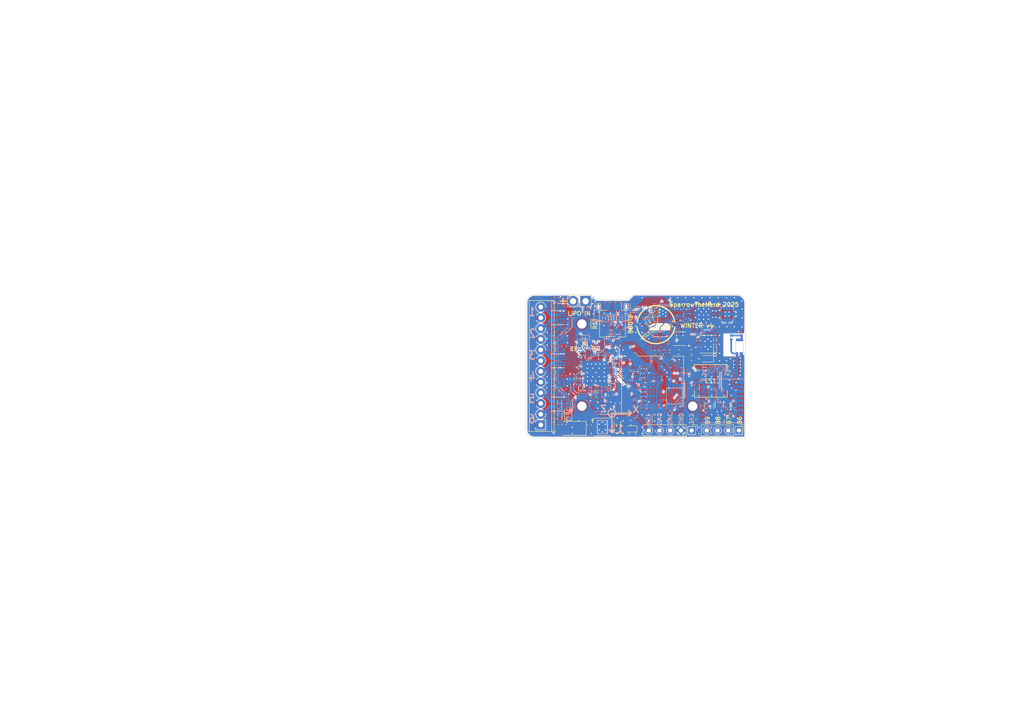
<source format=kicad_pcb>
(kicad_pcb (version 20241229) (generator "pcbnew") (generator_version "9.0")
  (title_block (title "WINTER Layout Document") (date "2025-01-06") (rev "3.3") (company "SparrowTheNerd") (comment 4 "ALL UNITS IN MILLIMETERS"))
  (layers (0 "F.Cu" signal "L1 (Sig)") (4 "In1.Cu" power "L2 (GND)") (6 "In2.Cu" signal "L3 (Sig)") (8 "In3.Cu" power "L4 (PWR)") (10 "In4.Cu" power "L5 (GND)") (2 "B.Cu" signal "L6 (Sig)") (13 "F.Paste" user) (15 "B.Paste" user) (5 "F.SilkS" user "F.Silkscreen") (7 "B.SilkS" user "B.Silkscreen") (1 "F.Mask" user) (3 "B.Mask" user) (25 "Edge.Cuts" user))
  (net 0 "")
  (net 1 "+3V3")
  (net 2 "/LoRa Radio/RF_ANT")
  (net 3 "+5V")
  (net 4 "Net-(U10-VR_PA)")
  (net 5 "Net-(D1-K)")
  (net 6 "/LoRa Radio/RFI_BAL")
  (net 7 "/LoRa Radio/RFI_N")
  (net 8 "/LoRa Radio/RFO")
  (net 9 "/LoRa Radio/RFO_BAL")
  (net 10 "/LoRa Radio/RFI_P")
  (net 11 "Net-(U3-CAP)")
  (net 12 "Net-(C27-Pad1)")
  (net 13 "/LoRa Radio/TCXO-Comp")
  (net 14 "LIPO+")
  (net 15 "Net-(D2-A)")
  (net 17 "Net-(U2-OUT1)")
  (net 19 "Net-(J2-DAT1)")
  (net 20 "SCK_SD")
  (net 21 "MOSI_SD")
  (net 22 "MISO_SD")
  (net 23 "CS_SD")
  (net 24 "Net-(J2-DAT2)")
  (net 26 "5-")
  (net 27 "3-")
  (net 28 "1-")
  (net 29 "6-")
  (net 30 "2-")
  (net 31 "4-")
  (net 32 "SWDIO")
  (net 33 "SWCLK")
  (net 35 "Net-(U10-XTA)")
  (net 36 "GNDREF")
  (net 37 "Net-(D3-K)")
  (net 38 "SERVO2")
  (net 40 "SERVO3")
  (net 41 "SERVO4")
  (net 42 "SERVO1")
  (net 43 "PY5")
  (net 45 "PY6")
  (net 46 "PY4")
  (net 47 "PY3")
  (net 48 "PY2")
  (net 49 "PY1")
  (net 50 "BUZZ")
  (net 51 "MISO_LoRa")
  (net 52 "SDA")
  (net 53 "SCL")
  (net 54 "Net-(R22-Pad1)")
  (net 55 "+2V5")
  (net 56 "Net-(U5-ANT2)")
  (net 57 "Net-(Y2-OUTPUT)")
  (net 61 "MAG_INT")
  (net 69 "IMU_INT")
  (net 70 "/LoRa Radio/DIO2-2v5")
  (net 71 "/LoRa Radio/PA-EN-2v5")
  (net 73 "LoRa_PA-EN")
  (net 75 "MOSI_LoRa")
  (net 76 "HIGHG_INT")
  (net 77 "CS_LoRa")
  (net 79 "LoRa_BUSY")
  (net 80 "LoRa_RST")
  (net 81 "LoRa_INT")
  (net 83 "SCK_LoRa")
  (net 90 "/LoRa Radio/DIO2")
  (net 100 "SENSE6")
  (net 101 "SENSE5")
  (net 102 "SENSE4")
  (net 103 "SENSE3")
  (net 104 "LIPO-SENSE")
  (net 105 "SENSE2")
  (net 106 "SENSE1")
  (net 107 "Net-(U2-OUT2)")
  (net 108 "Net-(U2-IN2)")
  (net 109 "/GPS/GPS-Match")
  (net 110 "/GPS/GPS-IN")
  (net 111 "/Microcontroller/SWD-BOOT0")
  (net 112 "SWD-NRST")
  (net 113 "USB_D-")
  (net 114 "USB_D+")
  (net 115 "Net-(AE2-FTE)")
  (net 121 "Net-(U10-VREG)")
  (net 122 "Net-(U10-DCC_SW)")
  (net 123 "Net-(U6-PH0)")
  (net 124 "+1V35")
  (footprint "Resistor_SMD:R_0603_1608Metric" (layer "F.Cu") (at 174.2 97.65)
    (property "Reference" "R23" (hide yes))
    (property "Value" "10k")
  )
  (footprint "Capacitor_SMD:C_0603_1608Metric" (layer "F.Cu") (at 158.1 107.95 -90)
    (property "Reference" "C3" (hide yes))
    (property "Value" "2.2uF")
  )
  (footprint "Diode_SMD:D_SOD-323F" (layer "F.Cu") (at 148 112.25 90)
    (property "Reference" "D2" (hide yes))
    (property "Value" "PMEG3020EJ")
  )
  (footprint "Package_SO:MSOP-8_3x3mm_P0.65mm" (layer "F.Cu") (at 174.4 94.5 180)
    (property "Reference" "U9" (hide yes))
    (property "Value" "SN74LVC2T45DC")
  )
  (footprint "Capacitor_SMD:C_0603_1608Metric" (layer "F.Cu") (at 177.2 99.15)
    (property "Reference" "C11" (hide yes))
    (property "Value" "470nF")
  )
  (footprint "Capacitor_SMD:C_0603_1608Metric" (layer "F.Cu") (at 154.75 107.9)
    (property "Reference" "C10" (hide yes))
    (property "Value" "4.7uF")
  )
  (footprint "Capacitor_SMD:C_0603_1608Metric" (layer "F.Cu") (at 156.5 98.9 180)
    (property "Reference" "C8" (hide yes))
    (property "Value" "100nF")
  )
  (footprint "LED_SMD:LED_0603_1608Metric" (layer "F.Cu") (at 162.8125 115.9 180)
    (property "Reference" "D3" (hide yes))
    (property "Value" "LED_RD")
  )
  (footprint "Resistor_SMD:R_0603_1608Metric" (layer "F.Cu") (at 186.525 110.25 180)
    (property "Reference" "R5" (hide yes))
    (property "Value" "10k")
  )
  (footprint "Capacitor_Tantalum_SMD:CP_EIA-2012-15_AVX-P" (layer "F.Cu") (at 180.75 99.25 180)
    (property "Reference" "C14" (hide yes))
    (property "Value" "47uF tant")
  )
  (footprint "Package_TO_SOT_SMD:Texas_R-PDSO-G5_DCK-5" (layer "F.Cu") (at 181.3625 110.4 90)
    (property "Reference" "U13" (hide yes))
    (property "Value" "74LVC1G04")
  )
  (footprint "Resistor_SMD:R_0603_1608Metric" (layer "F.Cu") (at 177.2 97.65)
    (property "Reference" "R24" (hide yes))
    (property "Value" "27k")
  )
  (footprint "WINTERfootprints:AST0760_MAL" (layer "F.Cu") (at 181.8 104.5)
    (property "Reference" "LS1")
    (property "Value" "AST0760MCTRQ")
  )
  (footprint "MountingHole:MountingHole_2.2mm_M2_ISO7380_Pad_TopOnly" (layer "F.Cu") (at 177.5 110.5)
    (property "Reference" "H2" (hide yes))
    (property "Value" "MountingHole")
  )
  (footprint "Connector_PinHeader_2.54mm:PinHeader_1x02_P2.54mm_Vertical" (layer "F.Cu") (at 152.125 85.6 -90)
    (property "Reference" "J4" (hide yes))
    (property "Value" "Screw_Terminal_01x02")
  )
  (footprint "TerminalBlock_Phoenix:TerminalBlock_Phoenix_MPT-0,5-12-2.54_1x12_P2.54mm_Horizontal" (layer "F.Cu") (at 141.5 114.94 90)
    (property "Reference" "J3" (hide yes))
    (property "Value" "Screw_Terminal_01x12")
  )
  (footprint "WINTERfootprints:SOT_210DRLR_TEX" (layer "F.Cu") (at 183.799874 110.1001 90)
    (property "Reference" "U2" (hide yes))
    (property "Value" "DRV8210DRLR")
  )
  (footprint "Capacitor_SMD:C_0603_1608Metric" (layer "F.Cu") (at 153 114.95 -90)
    (property "Reference" "C12" (hide yes))
    (property "Value" "22uF")
  )
  (footprint "Package_SON:Texas_X2SON-4_1x1mm_P0.65mm" (layer "F.Cu") (at 150.92 101.725)
    (property "Reference" "U15" (hide yes))
    (property "Value" "TPS7A20xxxDQN")
  )
  (footprint "Capacitor_SMD:C_0603_1608Metric" (layer "F.Cu") (at 151.75 106.35)
    (property "Reference" "C6" (hide yes))
    (property "Value" "100nF")
  )
  (footprint "Resistor_SMD:R_0603_1608Metric" (layer "F.Cu") (at 159.75 109.8 90)
    (property "Reference" "R29" (hide yes))
    (property "Value" "4.7k")
  )
  (footprint "MountingHole:MountingHole_2.2mm_M2_ISO7380_Pad_TopOnly" (layer "F.Cu") (at 151.25 91 90)
    (property "Reference" "H1" (hide yes))
    (property "Value" "MountingHole")
  )
  (footprint "Capacitor_SMD:C_0603_1608Metric" (layer "F.Cu") (at 148.9 104.1 90)
    (property "Reference" "C2" (hide yes))
    (property "Value" "100nF")
  )
  (footprint "Resistor_SMD:R_0603_1608Metric" (layer "F.Cu") (at 186.525 111.75 180)
    (property "Reference" "R6" (hide yes))
    (property "Value" "10k")
  )
  (footprint "Package_SON:WSON-8-1EP_4x4mm_P0.8mm_EP2.2x3mm" (layer "F.Cu") (at 181.15 95.8)
    (property "Reference" "U1" (hide yes))
    (property "Value" "LM2940LD-5.0/NOPB")
  )
  (footprint "Capacitor_Tantalum_SMD:CP_EIA-2012-15_AVX-P" (layer "F.Cu") (at 159.65 115.05 90)
    (property "Reference" "C13" (hide yes))
    (property "Value" "47uF tant")
  )
  (footprint "Resistor_SMD:R_0603_1608Metric" (layer "F.Cu") (at 162.8125 114.4)
    (property "Reference" "R7" (hide yes))
    (property "Value" "470")
  )
  (footprint "Resistor_SMD:R_0603_1608Metric" (layer "F.Cu") (at 158.825 100.8 180)
    (property "Reference" "R3" (hide yes))
    (property "Value" "4.7k")
  )
  (footprint "Capacitor_SMD:C_0603_1608Metric" (layer "F.Cu") (at 157.85 97.4)
    (property "Reference" "C1" (hide yes))
    (property "Value" "2.2uF")
  )
  (footprint "Connector_PinHeader_2.54mm:PinHeader_1x05_P2.54mm_Vertical" (layer "F.Cu") (at 177.25 116.25 -90)
    (property "Reference" "J5" (hide yes))
    (property "Value" "Conn_01x05")
  )
  (footprint "Capacitor_SMD:C_0603_1608Metric" (layer "F.Cu") (at 150.4 104.1 -90)
    (property "Reference" "C5" (hide yes))
    (property "Value" "100nF")
  )
  (footprint "Diode_SMD:D_SMA" (layer "F.Cu") (at 148.75 115.75 180)
    (property "Reference" "D1" (hide yes))
    (property "Value" "RSX501L-20TE25")
  )
  (footprint "Connector_PinHeader_2.54mm:PinHeader_1x04_P2.54mm_Vertical" (layer "F.Cu") (at 188.45 116.25 -90)
    (property "Reference" "J6" (hide yes))
    (property "Value" "Conn_01x04")
  )
  (footprint "Button_Switch_SMD:SW_DIP_SPSTx02_Slide_Omron_A6S-210x_W8.9mm_P2.54mm" (layer "F.Cu") (at 158.5 90.95 -90)
    (property "Reference" "SW1" (hide yes))
    (property "Value" "A6S-2104-H")
  )
  (footprint "Resistor_SMD:R_0603_1608Metric" (layer "F.Cu") (at 146 109.5 -90)
    (property "Reference" "R31" (hide yes))
    (property "Value" "100k")
  )
  (footprint "Capacitor_SMD:C_0603_1608Metric" (layer "F.Cu") (at 154.75 106.35)
    (property "Reference" "C7" (hide yes))
    (property "Value" "100nF")
  )
  (footprint "MountingHole:MountingHole_2.2mm_M2_ISO7380_Pad_TopOnly" (layer "F.Cu") (at 151.25 110.5)
    (property "Reference" "H3" (hide yes))
    (property "Value" "MountingHole")
  )
  (footprint "Package_SON:WSON-8-1EP_4x4mm_P0.8mm_EP2.2x3mm" (layer "F.Cu") (at 156.1 115.45)
    (property "Reference" "U12" (hide yes))
    (property "Value" "LM1117LD-3.3/NOPB")
  )
  (footprint "Capacitor_SMD:C_0603_1608Metric" (layer "F.Cu") (at 158.6 104.9 90)
    (property "Reference" "C9" (hide yes))
    (property "Value" "100nF")
  )
  (footprint "Connector_Card:microSD_HC_Molex_47219-2001" (layer "F.Cu") (at 168 105.55 90)
    (property "Reference" "J2" (hide yes))
    (property "Value" "TF-102-15")
  )
  (footprint "Resistor_SMD:R_0603_1608Metric" (layer "F.Cu") (at 146 112.5 -90)
    (property "Reference" "R30" (hide yes))
    (property "Value" "27k")
  )
  (footprint "Capacitor_SMD:C_0603_1608Metric" (layer "F.Cu") (at 151.55 98.7 -90)
    (property "Reference" "C4" (hide yes))
    (property "Value" "100nF")
  )
  (footprint "Resistor_SMD:R_0603_1608Metric" (layer "F.Cu") (at 168.5 97.8 180)
    (property "Reference" "R28" (hide yes))
    (property "Value" "4.7k")
  )
  (footprint "WINTERfootprints:GGBLA.01.A" (layer "B.Cu") (at 188.580015 96.390014 90)
    (property "Reference" "AE2" (hide yes))
    (property "Value" "GGBLA.01.A")
  )
  (footprint "Resistor_SMD:R_0603_1608Metric" (layer "B.Cu") (at 147 96.25 -90)
    (property "Reference" "R17" (hide yes))
    (property "Value" "470")
  )
  (footprint "Resistor_SMD:R_0402_1005Metric" (layer "B.Cu") (at 183.7 86.4 90)
    (property "Reference" "R25" (hide yes))
    (property "Value" "50")
  )
  (footprint "Capacitor_SMD:C_0201_0603Metric" (layer "B.Cu") (at 175.424651 91.3575 90)
    (property "Reference" "C24" (hide yes))
    (property "Value" "47nF")
  )
  (footprint "Resistor_SMD:R_0603_1608Metric" (layer "B.Cu") (at 147 106.5 -90)
    (property "Reference" "R15" (hide yes))
    (property "Value" "470")
  )
  (footprint "Connector_Coaxial:U.FL_Molex_MCRF_73412-0110_Vertical" (layer "B.Cu") (at 185.679651 88.6625 90)
    (property "Reference" "AE1" (hide yes))
    (property "Value" "U.FL")
  )
  (footprint "Resistor_SMD:R_0603_1608Metric" (layer "B.Cu") (at 144.75 112.75 180)
    (property "Reference" "R8" (hide yes))
    (property "Value" "27k")
  )
  (footprint "Resistor_SMD:R_0603_1608Metric" (layer "B.Cu") (at 144.75 97 180)
    (property "Reference" "R38" (hide yes))
    (property "Value" "27k")
  )
  (footprint "TestPoint:TestPoint_Pad_D1.0mm" (layer "B.Cu") (at 182.001 101.75 180)
    (property "Reference" "TP2" (hide yes))
    (property "Value" "TestPoint")
  )
  (footprint "Capacitor_SMD:C_0603_1608Metric" (layer "B.Cu") (at 178.5 105.5 -90)
    (property "Reference" "C29" (hide yes))
    (property "Value" "100nF")
  )
  (footprint "Capacitor_SMD:C_0603_1608Metric" (layer "B.Cu") (at 165 89.565108 90)
    (property "Reference" "C22" (hide yes))
    (property "Value" "470nF")
  )
  (footprint "WINTERfootprints:TRANS_SI7232DN-T1-GE3" (layer "B.Cu") (at 145.5 110 180)
    (property "Reference" "Q1" (hide yes))
    (property "Value" "SI7232DN-T1-GE3")
  )
  (footprint "TestPoint:TestPoint_Pad_D1.0mm" (layer "B.Cu") (at 184.001 101.75 180)
    (property "Reference" "TP1" (hide yes))
    (property "Value" "TestPoint")
  )
  (footprint "Capacitor_SMD:C_0402_1005Metric" (layer "B.Cu") (at 187.52 99.25 180)
    (property "Reference" "C30" (hide yes))
    (property "Value" "0.8pF")
  )
  (footprint "Package_LGA:LGA-14_3x5mm_P0.8mm_LayoutBorder1x6y" (layer "B.Cu") (at 167.85 108.075 90)
    (property "Reference" "U8" (hide yes))
    (property "Value" "ADXL375")
  )
  (footprint "Resistor_SMD:R_0603_1608Metric" (layer "B.Cu") (at 144.75 92.25 180)
    (property "Reference" "R35" (hide yes))
    (property "Value" "27k")
  )
  (footprint "Capacitor_SMD:C_0603_1608Metric" (layer "B.Cu") (at 167.4875 105.4)
    (property "Reference" "C21" (hide yes))
    (property "Value" "100nF")
  )
  (footprint "Capacitor_SMD:C_0201_0603Metric" (layer "B.Cu") (at 174.674651 91.3625 90)
    (property "Reference" "C25" (hide yes))
    (property "Value" "47pF")
  )
  (footprint "WINTERfootprints:TRANS_SI7232DN-T1-GE3" (layer "B.Cu") (at 145.5 89.5 180)
    (property "Reference" "Q3" (hide yes))
    (property "Value" "SI7232DN-T1-GE3")
  )
  (footprint "Capacitor_SMD:C_0603_1608Metric" (layer "B.Cu") (at 173.4575 100.42)
    (property "Reference" "C16" (hide yes))
    (property "Value" "100nF")
  )
  (footprint "Resistor_SMD:R_0603_1608Metric" (layer "B.Cu") (at 171.475 97.134892 -90)
    (property "Reference" "R26" (hide yes))
    (property "Value" "220")
  )
  (footprint "Resistor_SMD:R_0603_1608Metric" (layer "B.Cu") (at 144.75 104)
    (property "Reference" "R10" (hide yes))
    (property "Value" "100k")
  )
  (footprint "Package_LGA:LGA-8_3x5mm_P1.25mm" (layer "B.Cu") (at 167.5375 102.65 90)
    (property "Reference" "U7" (hide yes))
    (property "Value" "MS5607-02BA")
  )
  (footprint "Resistor_SMD:R_0603_1608Metric" (layer "B.Cu") (at 147 86 -90)
    (property "Reference" "R19" (hide yes))
    (property "Value" "470")
  )
  (footprint "WINTERfootprints:PQFN50P300X250X97-14N" (layer "B.Cu") (at 173.4575 102.67)
    (property "Reference" "U4" (hide yes))
    (property "Value" "ICM-42688-P")
  )
  (footprint "Resistor_SMD:R_0603_1608Metric" (layer "B.Cu") (at 144.75 105.75 180)
    (property "Reference" "R9" (hide yes))
    (property "Value" "100k")
  )
  (footprint "Package_DFN_QFN:QFN-24-1EP_4x4mm_P0.5mm_EP2.6x2.6mm" (layer "B.Cu") (at 170.424434 88.3 90)
    (property "Reference" "U10" (hide yes))
    (property "Value" "SX1262IMLTRT")
  )
  (footprint "Capacitor_SMD:C_0603_1608Metric" (layer "B.Cu") (at 173.75 105.575001 180)
    (property "Reference" "C17" (hide yes))
    (property "Value" "10uF")
  )
  (footprint "Capacitor_SMD:C_0402_1005Metric" (layer "B.Cu") (at 175.8075 102.62 90)
    (property "Reference" "C18" (hide yes))
    (property "Value" "2.2uF")
  )
  (footprint "Oscillator:Oscillator_SMD_ECS_2520MV-xxx-xx-4Pin_2.5x2.0mm" (layer "B.Cu") (at 155 108.5 90)
    (property "Reference" "Y1" (hide yes))
    (property "Value" "ECS-2520MV-240-BN")
  )
  (footprint "Resistor_SMD:R_0603_1608Metric" (layer "B.Cu") (at 163.9875 102.65 -90)
    (property "Reference" "R22" (hide yes))
    (property "Value" "10k")
  )
  (footprint "Package_DFN_QFN:QFN-68-1EP_8x8mm_P0.4mm_EP5.2x5.2mm" (layer "B.Cu") (at 154.55 102.5 90)
    (property "Reference" "U6" (hide yes))
    (property "Value" "STM32H725RGV6")
  )
  (footprint "WINTERfootprints:MMC5983MA_MEM" (layer "B.Cu") (at 173.2 108.075001 90)
    (property "Reference" "U3" (hide yes))
    (property "Value" "MMC5983MA")
  )
  (footprint "WINTERfootprints:MAX-M10S-00B" (layer "B.Cu") (at 184.5 109.25)
    (property "Reference" "U11" (hide yes))
    (property "Value" "MAX-M10S-00B")
  )
  (footprint "Capacitor_SMD:C_0402_1005Metric" (layer "B.Cu") (at 188 100.73 90)
    (property "Reference" "C31" (hide yes))
    (property "Value" "2.7pF")
  )
  (footprint "Resistor_SMD:R_0603_1608Metric" (layer "B.Cu") (at 147 93 -90)
    (property "Reference" "R18" (hide yes))
    (property "Value" "470")
  )
  (footprint "Capacitor_SMD:C_0603_1608Metric" (layer "B.Cu") (at 166.57 110.575)
    (property "Reference" "C20" (hide yes))
    (property "Value" "100nF")
  )
  (footprint "Capacitor_SMD:C_0603_1608Metric" (layer "B.Cu") (at 167.675 96.634892 180)
    (property "Reference" "C28" (hide yes))
    (property "Value" "100nF")
  )
  (footprint "Resistor_SMD:R_0603_1608Metric" (layer "B.Cu") (at 144.75 107.25 180)
    (property "Reference" "R32" (hide yes))
    (property "Value" "27k")
  )
  (footprint "Resistor_SMD:R_0603_1608Metric" (layer "B.Cu") (at 159.8 93.2 90)
    (property "Reference" "R2" (hide yes))
    (property "Value" "10k")
  )
  (footprint "Resistor_SMD:R_0603_1608Metric" (layer "B.Cu") (at 144.75 95.5 180)
    (property "Reference" "R11" (hide yes))
    (property "Value" "100k")
  )
  (footprint "Capacitor_SMD:C_0603_1608Metric" (layer "B.Cu") (at 173.55 92.8 180)
    (property "Reference" "C23" (hide yes))
    (property "Value" "100nF")
  )
  (footprint "Capacitor_SMD:C_0603_1608Metric" (layer "B.Cu") (at 179 95.1 -90)
    (property "Reference" "C26" (hide yes))
    (property "Value" "100nF")
  )
  (footprint "Inductor_SMD:L_0805_2012Metric" (layer "B.Cu") (at 166.75 89.8 -90)
    (property "Reference" "L1" (hide yes))
    (property "Value" "15uH")
  )
  (footprint "Capacitor_SMD:C_0603_1608Metric" (layer "B.Cu") (at 169.975 97.134892 90)
    (property "Reference" "C27" (hide yes))
    (property "Value" "10pF")
  )
  (footprint "WINTERfootprints:SKY66105-11" (layer "B.Cu") (at 180.079651 89.4625)
    (property "Reference" "U5" (hide yes))
    (property "Value" "SKY66105")
  )
  (footprint "Resistor_SMD:R_0603_1608Metric" (layer "B.Cu") (at 147 113.5 -90)
    (property "Reference" "R14" (hide yes))
    (property "Value" "470")
  )
  (footprint "Resistor_SMD:R_0603_1608Metric" (layer "B.Cu") (at 144.75 93.75)
    (property "Reference" "R33" (hide yes))
    (property "Value" "100k")
  )
  (footprint "Resistor_SMD:R_0603_1608Metric" (layer "B.Cu") (at 144.75 114.25)
    (property "Reference" "R20" (hide yes))
    (property "Value" "100k")
  )
  (footprint "Connector_USB:USB_Micro-B_Amphenol_10118193-0001LF_Horizontal" (layer "B.Cu") (at 158.48 86.95)
    (property "Reference" "J1" (hide yes))
    (property "Value" "Amphenol ICC 10118193-0001LF")
  )
  (footprint "Resistor_SMD:R_0603_1608Metric" (layer "B.Cu") (at 147 103.25 -90)
    (property "Reference" "R16" (hide yes))
    (property "Value" "470")
  )
  (footprint "Capacitor_SMD:C_0402_1005Metric" (layer "B.Cu") (at 189.080015 93.252514 90)
    (property "Reference" "C33" (hide yes))
    (property "Value" "22pF")
  )
  (footprint "WINTERfootprints:TRANS_SI7232DN-T1-GE3" (layer "B.Cu") (at 145.5 99.75 180)
    (property "Reference" "Q2" (hide yes))
    (property "Value" "SI7232DN-T1-GE3")
  )
  (footprint "Resistor_SMD:R_0603_1608Metric" (layer "B.Cu") (at 151.75 94.2 180)
    (property "Reference" "R4" (hide yes))
    (property "Value" "4.7k")
  )
  (footprint "Resistor_SMD:R_0603_1608Metric" (layer "B.Cu") (at 144.75 86.75 180)
    (property "Reference" "R36" (hide yes))
    (property "Value" "27k")
  )
  (footprint "Inductor_SMD:L_0402_1005Metric" (layer "B.Cu") (at 173.546964 90.2125 -90)
    (property "Reference" "L2" (hide yes))
    (property "Value" "47nH")
  )
  (footprint "Capacitor_SMD:C_0402_1005Metric" (layer "B.Cu") (at 169.47 110.475)
    (property "Reference" "C19" (hide yes))
    (property "Value" "1uF")
  )
  (footprint "Capacitor_SMD:C_0402_1005Metric" (layer "B.Cu") (at 173.4 110.575001 180)
    (property "Reference" "C15" (hide yes))
    (property "Value" "1uF")
  )
  (footprint "Resistor_SMD:R_0603_1608Metric" (layer "B.Cu") (at 144.75 102.5 180)
    (property "Reference" "R37" (hide yes))
    (property "Value" "27k")
  )
  (footprint "Capacitor_SMD:C_0402_1005Metric" (layer "B.Cu") (at 187.52 102.25 180)
    (property "Reference" "C34" (hide yes))
    (property "Value" "DNP")
  )
  (footprint "Resistor_SMD:R_0603_1608Metric" (layer "B.Cu") (at 144.75 85.25 180)
    (property "Reference" "R34" (hide yes))
    (property "Value" "100k")
  )
  (footprint "Capacitor_SMD:C_0402_1005Metric" (layer "B.Cu") (at 186.630015 94.202514 90)
    (property "Reference" "C32" (hide yes))
    (property "Value" "0.5pF")
  )
  (footprint "WINTERfootprints:OSC_ATX-11-F-32.000MHZ-F05-T" (layer "B.Cu") (at 169.764184 93.9 -90)
    (property "Reference" "Y2" (hide yes))
    (property "Value" "ATX-11-F-32.000MHZ-F05-T")
  )
  (footprint "RF_Converter:Balun_Johanson_0900FM15K0039" (layer "B.Cu") (at 175.337217 88.8125)
    (property "Reference" "FL1" (hide yes))
    (property "Value" "0900FM15D0039E")
  )
  (gr_poly (pts (xy 178.07 90.01) (xy 177.79 90.01) (xy 177.73 89.75) (xy 177.765974 89.747516) (xy 177.787057 89.777123) (xy 177.806794 89.80942) (xy 177.837298 89.847998) (xy 177.865109 89.876258) (xy 177.892921 89.898687) (xy 177.928359 89.920219) (xy 177.953534 89.933782) (xy 177.978489 89.94367) (xy 178.005017 89.952933) (xy 178.031464 89.958592) (xy 178.056251 89.961638) (xy 178.079211 89.963073)) (fill yes) (layer "B.Cu") (net 9))
  (gr_poly (pts (xy 177.5 87.32) (xy 177.479633 87.361994) (xy 177.49 87.37) (xy 177.524259 87.389008) (xy 177.544894 87.412334) (xy 177.558351 87.441043) (xy 177.561641 87.476929) (xy 177.558052 87.510722) (xy 177.546688 87.535842) (xy 177.533231 87.557972) (xy 177.576593 87.558271) (xy 177.68 87.37)) (fill yes) (layer "B.Cu") (net 6))
  (gr_poly (pts (xy 188.58 98.29) (xy 188.58 99.1) (xy 189.7 99.1) (xy 189.7 98.29) (xy 189.255 98.29)) (fill yes) (layer "B.Cu") (net 36))
  (gr_poly (pts (xy 177.48 90.03) (xy 177.71 90.03) (xy 177.71 89.72) (xy 177.596411 89.718359) (xy 177.606729 89.743031) (xy 177.610019 89.762395) (xy 177.610317 89.78116) (xy 177.609869 89.813906) (xy 177.603589 89.853829) (xy 177.590131 89.89151) (xy 177.572487 89.91585) (xy 177.546769 89.940372) (xy 177.517761 89.954427) (xy 177.48 89.96)) (fill yes) (layer "B.Cu") (net 9))
  (gr_poly (pts (xy 178.08 87.36) (xy 177.97 87.37) (xy 177.91 87.38) (xy 177.85 87.41) (xy 177.78 87.46) (xy 177.75 87.49) (xy 177.71 87.54) (xy 177.72 87.43) (xy 177.75 87.34) (xy 178.06 87.35)) (fill yes) (layer "B.Cu") (net 6))
  (gr_poly (pts (xy 187.78 94.56) (xy 188.9 94.56) (xy 188.98 94.45) (xy 188.98 94.29) (xy 188.880728 94.284367) (xy 188.879222 94.298456) (xy 188.874358 94.322221) (xy 188.86231 94.348198) (xy 188.842911 94.373069) (xy 188.811091 94.399263) (xy 188.772293 94.420901) (xy 188.728644 94.439554) (xy 188.65 94.46) (xy 188.57 94.47) (xy 188.476663 94.47645) (xy 188.381789 94.480487) (xy 188.197957 94.48545) (xy 187.78 94.49)) (fill yes) (layer "B.Cu") (net 115))
  (gr_rect (start 155 113.9) (end 157.2 117) (fill yes) (layer "B.Cu") (net 1))
  (gr_poly (pts (xy 168.915955 86.502444) (xy 169.033123 86.50677) (xy 169.149804 86.513972) (xy 169.265973 86.524045) (xy 169.381605 86.536986) (xy 169.496675 86.552788) (xy 169.611158 86.571448) (xy 169.725028 86.592958) (xy 169.838261 86.617315) (xy 169.950832 86.644512) (xy 170.062714 86.674547) (xy 170.173884 86.707412) (xy 170.284316 86.743103) (xy 170.393985 86.781614) (xy 170.502866 86.822941) (xy 170.610933 86.86708) (xy 170.71423 86.912238) (xy 170.816184 86.959756) (xy 170.916775 87.00962) (xy 171.015981 87.061816) (xy 171.113784 87.11633) (xy 171.210161 87.173148) (xy 171.305092 87.232256) (xy 171.398557 87.29364) (xy 171.490535 87.357287) (xy 171.581005 87.423182) (xy 171.669948 87.491311) (xy 171.75734 87.56166) (xy 171.843164 87.634216) (xy 171.927398 87.708964) (xy 172.01002 87.785891) (xy 172.091012 87.864982) (xy 172.170103 87.945972) (xy 172.247029 88.028592) (xy 172.321778 88.11282) (xy 172.394333 88.198638) (xy 172.464683 88.286024) (xy 172.532812 88.37496) (xy 172.598707 88.465424) (xy 172.662353 88.557396) (xy 172.723737 88.650857) (xy 172.782845 88.745786) (xy 172.839664 88.842163) (xy 172.894177 88.939968) (xy 172.946373 89.03918) (xy 172.996238 89.13978) (xy 173.043756 89.241747) (xy 173.088914 89.345061) (xy 173.149426 89.495361) (xy 173.204509 89.64721) (xy 173.254152 89.80054) (xy 173.298345 89.955283) (xy 173.337076 90.11137) (xy 173.370333 90.268733) (xy 173.398106 90.427304) (xy 173.420384 90.587015) (xy 173.420744 90.590791) (xy 173.420894 90.594533) (xy 173.42084 90.598237) (xy 173.420587 90.601896) (xy 173.420139 90.605506) (xy 173.419501 90.60906) (xy 173.41868 90.612552) (xy 173.417679 90.615977) (xy 173.416504 90.619329) (xy 173.415159 90.622603) (xy 173.41365 90.625792) (xy 173.411983 90.628892) (xy 173.41016 90.631896) (xy 173.40819 90.634798) (xy 173.406075 90.637593) (xy 173.403821 90.640276) (xy 173.401433 90.64284) (xy 173.398916 90.64528) (xy 173.396276 90.64759) (xy 173.393516 90.649764) (xy 173.390643 90.651798) (xy 173.387661 90.653684) (xy 173.384576 90.655419) (xy 173.381391 90.656994) (xy 173.378113 90.658406) (xy 173.374746 90.659648) (xy 173.371296 90.660714) (xy 173.367768 90.661599) (xy 173.364165 90.662297) (xy 173.360495 90.662804) (xy 173.35676 90.663112) (xy 173.352968 90.663215) (xy 173.169559 90.663215) (xy 173.166389 90.663142) (xy 173.163253 90.662925) (xy 173.160154 90.662568) (xy 173.157095 90.662072) (xy 173.15408 90.66144) (xy 173.151113 90.660678) (xy 173.148197 90.659786) (xy 173.145336 90.658768) (xy 173.142533 90.657628) (xy 173.139792 90.656368) (xy 173.137116 90.65499) (xy 173.13451 90.653499) (xy 173.131976 90.651896) (xy 173.129517 90.650186) (xy 173.12714 90.648371) (xy 173.124844 90.646454) (xy 173.122636 90.644438) (xy 173.120518 90.642326) (xy 173.118494 90.640121) (xy 173.116568 90.637827) (xy 173.114742 90.635445) (xy 173.113021 90.63298) (xy 173.111409 90.630433) (xy 173.109908 90.627809) (xy 173.108523 90.62511) (xy 173.107256 90.622339) (xy 173.106112 90.619499) (xy 173.105095 90.616593) (xy 173.104206 90.613624) (xy 173.103451 90.610596) (xy 173.102832 90.607511) (xy 173.102355 90.604372) (xy 173.07229 90.405904) (xy 173.033336 90.210457) (xy 172.985708 90.018246) (xy 172.929622 89.829486) (xy 172.865292 89.644391) (xy 172.792935 89.463177) (xy 172.712763 89.28606) (xy 172.624993 89.113253) (xy 172.52984 88.944972) (xy 172.42752 88.781433) (xy 172.318246 88.622851) (xy 172.202235 88.46944) (xy 172.0797 88.321416) (xy 171.950859 88.178993) (xy 171.815924 88.042387) (xy 171.675113 87.911813) (xy 171.528639 87.787487) (xy 171.376718 87.669622) (xy 171.219564 87.558435) (xy 171.057395 87.45414) (xy 170.890422 87.356952) (xy 170.718864 87.267087) (xy 170.542933 87.18476) (xy 170.362846 87.110185) (xy 170.178817 87.043579) (xy 169.991063 86.985155) (xy 169.799796 86.935129) (xy 169.605234 86.893717) (xy 169.407591 86.861133) (xy 169.207081 86.837592) (xy 169.003921 86.823311) (xy 168.798325 86.818502) (xy 168.59273 86.823311) (xy 168.38957 86.837592) (xy 168.18906 86.861133) (xy 167.991417 86.893717) (xy 167.796854 86.935129) (xy 167.605588 86.985155) (xy 167.417832 87.043579) (xy 167.233804 87.110185) (xy 167.053716 87.18476) (xy 166.877784 87.267087) (xy 166.706224 87.356952) (xy 166.539251 87.45414) (xy 166.37708 87.558435) (xy 166.219924 87.669622) (xy 166.068001 87.787487) (xy 165.921525 87.911813) (xy 165.780711 88.042387) (xy 165.645773 88.178993) (xy 165.516928 88.321416) (xy 165.39439 88.46944) (xy 165.278375 88.622851) (xy 165.169096 88.781433) (xy 165.066771 88.944972) (xy 164.971612 89.113253) (xy 164.883837 89.28606) (xy 164.80366 89.463177) (xy 164.731295 89.644391) (xy 164.666958 89.829486) (xy 164.610864 90.018246) (xy 164.563228 90.210457) (xy 164.524265 90.405904) (xy 164.49419 90.604372) (xy 164.493721 90.607511) (xy 164.493112 90.610596) (xy 164.492363 90.613624) (xy 164.49148 90.616593) (xy 164.490468 90.619499) (xy 164.489328 90.622339) (xy 164.488064 90.62511) (xy 164.486681 90.627809) (xy 164.485182 90.630433) (xy 164.48357 90.63298) (xy 164.48185 90.635445) (xy 164.480024 90.637827) (xy 164.478096 90.640121) (xy 164.476071 90.642326) (xy 164.473951 90.644438) (xy 164.47174 90.646454) (xy 164.469443 90.648371) (xy 164.467061 90.650186) (xy 164.4646 90.651896) (xy 164.462063 90.653499) (xy 164.459453 90.65499) (xy 164.456774 90.656368) (xy 164.45403 90.657628) (xy 164.451224 90.658768) (xy 164.44836 90.659786) (xy 164.44544 90.660678) (xy 164.442471 90.66144) (xy 164.439454 90.662072) (xy 164.436393 90.662568) (xy 164.433293 90.662925) (xy 164.430156 90.663142) (xy 164.426986 90.663215) (xy 164.426986 90.663109) (xy 164.243683 90.663109) (xy 164.239891 90.663006) (xy 164.236156 90.662699) (xy 164.232486 90.662195) (xy 164.228884 90.661498) (xy 164.225355 90.660615) (xy 164.221904 90.659551) (xy 164.218538 90.658312) (xy 164.21526 90.656904) (xy 164.212076 90.655331) (xy 164.20899 90.6536) (xy 164.206008 90.651717) (xy 164.203135 90.649687) (xy 164.200376 90.647516) (xy 164.197735 90.645208) (xy 164.195218 90.642772) (xy 164.19283 90.64021) (xy 164.190576 90.637529) (xy 164.188461 90.634736) (xy 164.18649 90.631835) (xy 164.184668 90.628832) (xy 164.183 90.625733) (xy 164.181492 90.622544) (xy 164.180148 90.619269) (xy 164.178972 90.615916) (xy 164.177972 90.612488) (xy 164.17715 90.608993) (xy 164.176512 90.605436) (xy 164.176064 90.601821) (xy 164.175811 90.598156) (xy 164.175757 90.594445) (xy 164.175908 90.590694) (xy 164.176267 90.586909) (xy 164.198545 90.427168) (xy 164.226318 90.268583) (xy 164.259576 90.111217) (xy 164.298306 89.955137) (xy 164.342499 89.800407) (xy 164.392142 89.647089) (xy 164.447225 89.495251) (xy 164.507737 89.344956) (xy 164.552896 89.241658) (xy 164.600414 89.139704) (xy 164.650278 89.039113) (xy 164.702474 88.939906) (xy 164.756988 88.842104) (xy 164.813806 88.745727) (xy 164.872914 88.650795) (xy 164.934298 88.55733) (xy 164.997945 88.465352) (xy 165.06384 88.374882) (xy 165.131968 88.28594) (xy 165.202318 88.198547) (xy 165.274874 88.112724) (xy 165.349622 88.02849) (xy 165.426548 87.945868) (xy 165.50564 87.864876) (xy 165.58663 87.785785) (xy 165.669249 87.708858) (xy 165.753478 87.63411) (xy 165.839296 87.561555) (xy 165.926682 87.491205) (xy 166.015618 87.423076) (xy 166.106082 87.357181) (xy 166.198054 87.293535) (xy 166.291515 87.232151) (xy 166.386444 87.173042) (xy 166.48282 87.116224) (xy 166.580625 87.06171) (xy 166.679837 87.009514) (xy 166.780437 86.95965) (xy 166.882404 86.912132) (xy 166.985719 86.866974) (xy 167.093786 86.822854) (xy 167.202667 86.781544) (xy 167.312336 86.743046) (xy 167.422768 86.707367) (xy 167.533937 86.674512) (xy 167.64582 86.644487) (xy 167.75839 86.617296) (xy 167.871623 86.592944) (xy 167.985493 86.571439) (xy 168.099976 86.552783) (xy 168.215046 86.536983) (xy 168.330678 86.524044) (xy 168.446848 86.513971) (xy 168.563528 86.506769) (xy 168.680696 86.502444) (xy 168.798325 86.501002)) (fill yes) (layer "F.SilkS"))
  (gr_poly (pts (xy 169.943368 87.485225) (xy 169.946729 87.48572) (xy 169.949891 87.486458) (xy 169.952848 87.487436) (xy 169.955596 87.488648) (xy 169.958134 87.490094) (xy 169.960456 87.491768) (xy 169.962558 87.493666) (xy 169.964438 87.495785) (xy 169.966091 87.49812) (xy 169.967514 87.50067) (xy 169.968702 87.503428) (xy 169.969653 87.506393) (xy 169.970362 87.50956) (xy 169.970825 87.512924) (xy 169.97104 87.516483) (xy 169.971001 87.520232) (xy 169.970706 87.524169) (xy 169.970151 87.528289) (xy 169.969332 87.532588) (xy 169.968244 87.537063) (xy 169.966886 87.54171) (xy 169.965252 87.546524) (xy 169.963339 87.551504) (xy 169.430256 88.864366) (xy 169.422047 88.886189) (xy 169.413912 88.910702) (xy 169.406064 88.937069) (xy 169.398718 88.964459) (xy 169.392086 88.992036) (xy 169.386382 89.018969) (xy 169.381819 89.044424) (xy 169.378609 89.067566) (xy 169.17287 90.889487) (xy 169.172014 90.900624) (xy 169.171888 90.91226) (xy 169.172463 90.924303) (xy 169.173708 90.936656) (xy 169.175596 90.949224) (xy 169.178096 90.961914) (xy 169.181179 90.97463) (xy 169.184816 90.987277) (xy 169.188977 90.99976) (xy 169.193634 91.011985) (xy 169.198757 91.023856) (xy 169.204317 91.035279) (xy 169.210284 91.046159) (xy 169.216629 91.0564) (xy 169.223324 91.065909) (xy 169.230336 91.07459) (xy 169.539688 91.430929) (xy 169.543372 91.434972) (xy 169.547256 91.438843) (xy 169.55558 91.446062) (xy 169.564572 91.452569) (xy 169.574152 91.458348) (xy 169.584235 91.463381) (xy 169.594735 91.467651) (xy 169.60557 91.47114) (xy 169.616655 91.473832) (xy 169.627905 91.475708) (xy 169.639239 91.476752) (xy 169.65057 91.476948) (xy 169.661816 91.476277) (xy 169.672892 91.474722) (xy 169.683713 91.472267) (xy 169.694196 91.468893) (xy 169.699285 91.466856) (xy 169.704258 91.464584) (xy 169.735056 91.449556) (xy 169.756267 91.439815) (xy 169.780143 91.429832) (xy 169.805867 91.419887) (xy 169.832621 91.410265) (xy 169.859589 91.401249) (xy 169.885953 91.39312) (xy 169.910896 91.386163) (xy 169.9336 91.380659) (xy 170.924835 91.163806) (xy 170.947558 91.158384) (xy 170.972557 91.151589) (xy 170.999012 91.143692) (xy 171.026104 91.134967) (xy 171.0355 91.131726) (xy 171.236565 91.131726) (xy 171.236831 91.133353) (xy 171.237418 91.13492) (xy 171.238326 91.136421) (xy 171.239553 91.137856) (xy 171.241099 91.13922) (xy 171.242964 91.14051) (xy 171.245145 91.141724) (xy 171.247643 91.142859) (xy 171.250457 91.14391) (xy 171.253586 91.144876) (xy 171.257029 91.145754) (xy 171.260786 91.14654) (xy 171.264856 91.147232) (xy 171.269236 91.147825) (xy 171.273929 91.148318) (xy 171.284244 91.14899) (xy 171.804944 91.170368) (xy 171.82831 91.170965) (xy 171.854253 91.17096) (xy 171.881908 91.170394) (xy 171.910408 91.169309) (xy 171.938888 91.167748) (xy 171.966483 91.165754) (xy 171.992326 91.163368) (xy 172.015553 91.160631) (xy 172.20944 91.134491) (xy 172.214687 91.13371) (xy 172.219612 91.13284) (xy 172.224217 91.131882) (xy 172.2285 91.13084) (xy 172.23246 91.12972) (xy 172.236097 91.128521) (xy 172.239412 91.12725) (xy 172.242402 91.125908) (xy 172.245068 91.1245) (xy 172.24741 91.123028) (xy 172.249426 91.121497) (xy 172.251117 91.119909) (xy 172.252482 91.118268) (xy 172.253521 91.116577) (xy 172.254232 91.11484) (xy 172.254617 91.11306) (xy 172.254674 91.11124) (xy 172.254403 91.109383) (xy 172.253803 91.107493) (xy 172.252874 91.105575) (xy 172.251615 91.103629) (xy 172.250027 91.101661) (xy 172.248108 91.099674) (xy 172.245858 91.097671) (xy 172.243276 91.095655) (xy 172.240364 91.093629) (xy 172.237119 91.091597) (xy 172.233541 91.089564) (xy 172.229631 91.08753) (xy 172.225386 91.0855) (xy 172.220808 91.083479) (xy 172.215896 91.081468) (xy 172.140543 91.051729) (xy 172.12996 91.047806) (xy 172.1186 91.044067) (xy 172.106569 91.040525) (xy 172.09397 91.0372) (xy 172.080908 91.034107) (xy 172.067488 91.031261) (xy 172.053812 91.028681) (xy 172.039987 91.026382) (xy 172.026116 91.02438) (xy 172.012303 91.022693) (xy 171.998652 91.021336) (xy 171.985269 91.020327) (xy 171.972258 91.01968) (xy 171.959722 91.019413) (xy 171.947767 91.019543) (xy 171.936496 91.020085) (xy 171.470511 91.052046) (xy 171.459266 91.053012) (xy 171.447389 91.054384) (xy 171.434982 91.056136) (xy 171.422145 91.058244) (xy 171.395591 91.063424) (xy 171.36854 91.069721) (xy 171.341808 91.07693) (xy 171.316206 91.084848) (xy 171.304084 91.08901) (xy 171.292549 91.093273) (xy 171.281704 91.097612) (xy 171.27165 91.102) (xy 171.267005 91.104186) (xy 171.262692 91.106356) (xy 171.258712 91.108507) (xy 171.255063 91.110635) (xy 171.251744 91.112738) (xy 171.248755 91.114813) (xy 171.246095 91.116857) (xy 171.243764 91.118868) (xy 171.241759 91.12084) (xy 171.240081 91.122772) (xy 171.238729 91.124662) (xy 171.237703 91.126505) (xy 171.237 91.128299) (xy 171.236621 91.13004) (xy 171.236565 91.131726) (xy 171.0355 91.131726) (xy 171.053012 91.125686) (xy 171.078916 91.116122) (xy 171.102997 91.106548) (xy 171.124436 91.097237) (xy 171.247625 91.040934) (xy 171.257974 91.036425) (xy 171.269108 91.031965) (xy 171.293314 91.0233) (xy 171.319419 91.015149) (xy 171.346593 91.007728) (xy 171.374011 91.001251) (xy 171.400844 90.995928) (xy 171.426267 90.991976) (xy 171.43819 90.990579) (xy 171.44945 90.989605) (xy 171.949618 90.95468) (xy 171.960891 90.954116) (xy 171.97285 90.953964) (xy 171.985391 90.954205) (xy 171.998409 90.954825) (xy 172.0118 90.955808) (xy 172.02546 90.957136) (xy 172.039282 90.958793) (xy 172.053163 90.960765) (xy 172.066998 90.963035) (xy 172.080683 90.965586) (xy 172.094112 90.968402) (xy 172.107183 90.971468) (xy 172.119788 90.974767) (xy 172.131824 90.978282) (xy 172.143187 90.981999) (xy 172.153771 90.9859) (xy 172.404174 91.083902) (xy 172.409131 91.085986) (xy 172.41384 91.088246) (xy 172.418298 91.090674) (xy 172.422506 91.093263) (xy 172.42646 91.096004) (xy 172.43016 91.098892) (xy 172.433604 91.101917) (xy 172.436788 91.105073) (xy 172.439714 91.108353) (xy 172.442377 91.111748) (xy 172.444777 91.115252) (xy 172.446912 91.118856) (xy 172.44878 91.122554) (xy 172.450379 91.126337) (xy 172.451708 91.1302) (xy 172.452764 91.134133) (xy 172.453548 91.13813) (xy 172.454056 91.142183) (xy 172.454286 91.146284) (xy 172.454237 91.150427) (xy 172.453908 91.154604) (xy 172.453296 91.158805) (xy 172.4524 91.163027) (xy 172.451219 91.16726) (xy 172.449749 91.171496) (xy 172.447991 91.175729) (xy 172.445941 91.179952) (xy 172.443599 91.184155) (xy 172.440962 91.188332) (xy 172.438029 91.192476) (xy 172.434798 91.19658) (xy 172.431268 91.200635) (xy 172.274316 91.372296) (xy 172.25886 91.389842) (xy 172.242285 91.40979) (xy 172.22511 91.431447) (xy 172.207853 91.454119) (xy 172.191032 91.477114) (xy 172.175167 91.499738) (xy 172.160775 91.521298) (xy 172.148375 91.5411) (xy 172.075032 91.663127) (xy 172.06899 91.67265) (xy 172.062184 91.682437) (xy 172.054688 91.692416) (xy 172.04658 91.702512) (xy 172.037931 91.712654) (xy 172.028817 91.722768) (xy 172.019313 91.732782) (xy 172.009495 91.742621) (xy 171.999435 91.752214) (xy 171.98921 91.761488) (xy 171.978893 91.770368) (xy 171.96856 91.778782) (xy 171.958285 91.786657) (xy 171.948144 91.79392) (xy 171.93821 91.8005) (xy 171.928558 91.80632) (xy 171.839129 91.857332) (xy 171.767189 91.898567) (xy 171.739861 91.914348) (xy 171.723348 91.924007) (xy 171.716982 91.928348) (xy 171.708004 91.93526) (xy 171.696829 91.944387) (xy 171.683871 91.955373) (xy 171.669544 91.967862) (xy 171.654261 91.981499) (xy 171.638437 91.995927) (xy 171.622488 92.01079) (xy 171.057656 92.542496) (xy 171.049315 92.550116) (xy 171.040228 92.557969) (xy 171.030482 92.565999) (xy 171.020168 92.574144) (xy 170.998188 92.590542) (xy 170.975 92.606684) (xy 170.951316 92.622093) (xy 170.927848 92.636288) (xy 170.916417 92.642781) (xy 170.905308 92.648792) (xy 170.894608 92.65426) (xy 170.884407 92.659125) (xy 170.205803 92.970276) (xy 170.195453 92.974765) (xy 170.184316 92.97913) (xy 170.172496 92.983348) (xy 170.160096 92.987396) (xy 170.14722 92.99125) (xy 170.133971 92.994889) (xy 170.106769 93.00143) (xy 170.07932 93.006834) (xy 170.06576 93.009053) (xy 170.052451 93.01092) (xy 170.039492 93.012412) (xy 170.02699 93.013505) (xy 170.015047 93.014178) (xy 170.003767 93.014408) (xy 168.151579 93.014408) (xy 168.140356 93.014735) (xy 168.128581 93.015694) (xy 168.116353 93.017254) (xy 168.10377 93.019382) (xy 168.090929 93.022045) (xy 168.077929 93.025212) (xy 168.064868 93.028851) (xy 168.051844 93.032928) (xy 168.038955 93.037412) (xy 168.0263 93.042272) (xy 168.013975 93.047472) (xy 168.00208 93.052984) (xy 167.990714 93.058772) (xy 167.979972 93.064808) (xy 167.969956 93.071056) (xy 167.960761 93.077484) (xy 165.730641 94.734304) (xy 165.726289 94.737401) (xy 165.722007 94.740185) (xy 165.7178 94.74266) (xy 165.713674 94.744826) (xy 165.709633 94.746688) (xy 165.705683 94.748248) (xy 165.701828 94.749508) (xy 165.698074 94.750472) (xy 165.694426 94.751142) (xy 165.690888 94.751521) (xy 165.687467 94.751612) (xy 165.684166 94.751418) (xy 165.680991 94.75094) (xy 165.677948 94.750183) (xy 165.67504 94.749148) (xy 165.672274 94.747838) (xy 165.669654 94.746256) (xy 165.667186 94.744405) (xy 165.664874 94.742288) (xy 165.662724 94.739907) (xy 165.66074 94.737265) (xy 165.658928 94.734364) (xy 165.657293 94.731209) (xy 165.65584 94.7278) (xy 165.654574 94.724142) (xy 165.6535 94.720236) (xy 165.652623 94.716085) (xy 165.651948 94.711693) (xy 165.65148 94.707061) (xy 165.651225 94.702193) (xy 165.651188 94.697092) (xy 165.651372 94.69176) (xy 165.657299 94.581587) (xy 165.657493 94.576257) (xy 165.657486 94.571183) (xy 165.65728 94.566367) (xy 165.656881 94.56181) (xy 165.656293 94.557516) (xy 165.655522 94.553485) (xy 165.65457 94.549721) (xy 165.653444 94.546225) (xy 165.652858 94.544768) (xy 165.748429 94.544768) (xy 165.748529 94.549318) (xy 165.74883 94.553616) (xy 165.749328 94.557657) (xy 165.750016 94.561442) (xy 165.750893 94.564967) (xy 165.751953 94.568229) (xy 165.753193 94.571227) (xy 165.754607 94.573958) (xy 165.756192 94.57642) (xy 165.757943 94.578612) (xy 165.759856 94.580528) (xy 165.761927 94.582169) (xy 165.764151 94.583532) (xy 165.766524 94.584615) (xy 165.769042 94.585414) (xy 165.7717 94.585928) (xy 165.774496 94.586155) (xy 165.777423 94.586091) (xy 165.780477 94.585736) (xy 165.783656 94.585086) (xy 165.786952 94.58414) (xy 165.790365 94.582894) (xy 165.793888 94.581347) (xy 165.797516 94.579496) (xy 165.801248 94.57734) (xy 165.805076 94.574875) (xy 165.808999 94.572099) (xy 165.813011 94.569011) (xy 165.817107 94.565607) (xy 166.360108 94.097355) (xy 166.469708 94.097355) (xy 166.469741 94.097664) (xy 166.47004 94.097761) (xy 166.470605 94.097644) (xy 166.472528 94.096768) (xy 166.47551 94.095032) (xy 166.479546 94.092436) (xy 166.484635 94.088974) (xy 166.490772 94.084646) (xy 166.506188 94.073376) (xy 167.93335 93.012184) (xy 167.993662 92.967576) (xy 168.012215 92.953993) (xy 168.017361 92.950293) (xy 168.019287 92.949002) (xy 168.026783 92.944624) (xy 168.046473 92.932704) (xy 168.052912 92.92876) (xy 168.205405 92.92876) (xy 168.205467 92.930775) (xy 168.205844 92.932704) (xy 168.206538 92.934544) (xy 168.207546 92.936291) (xy 168.208868 92.937942) (xy 168.210502 92.939492) (xy 168.212448 92.94094) (xy 168.214704 92.94228) (xy 168.217271 92.943508) (xy 168.220145 92.944624) (xy 168.223328 92.94562) (xy 168.226816 92.946496) (xy 168.230611 92.947248) (xy 168.23471 92.947869) (xy 168.239112 92.94836) (xy 168.243817 92.948714) (xy 168.248824 92.94893) (xy 168.254131 92.949002) (xy 169.782258 92.949004) (xy 169.79252 92.948825) (xy 169.801473 92.948303) (xy 169.805459 92.947917) (xy 169.809116 92.947452) (xy 169.812446 92.946911) (xy 169.815447 92.946293) (xy 169.818119 92.945603) (xy 169.820461 92.944841) (xy 169.822474 92.944012) (xy 169.824157 92.943116) (xy 169.825509 92.942155) (xy 169.826531 92.941132) (xy 169.827222 92.940049) (xy 169.827581 92.938909) (xy 169.827608 92.937714) (xy 169.827304 92.936464) (xy 169.826667 92.935164) (xy 169.825697 92.933816) (xy 169.824394 92.93242) (xy 169.822758 92.93098) (xy 169.820788 92.929496) (xy 169.818483 92.927974) (xy 169.815844 92.926412) (xy 169.812869 92.924816) (xy 169.80956 92.923186) (xy 169.805916 92.921524) (xy 169.797617 92.918116) (xy 169.787973 92.914607) (xy 168.871879 92.599436) (xy 168.861218 92.596216) (xy 168.849938 92.593652) (xy 168.838136 92.591732) (xy 168.825911 92.590448) (xy 168.81336 92.589787) (xy 168.80058 92.589737) (xy 168.787669 92.590289) (xy 168.774725 92.591432) (xy 168.761845 92.593153) (xy 168.749128 92.595443) (xy 168.73667 92.59829) (xy 168.72457 92.601683) (xy 168.712925 92.605611) (xy 168.701832 92.610064) (xy 168.691391 92.615028) (xy 168.681697 92.620496) (xy 168.238362 92.893546) (xy 168.233884 92.896387) (xy 168.229737 92.899192) (xy 168.22592 92.901957) (xy 168.222432 92.90468) (xy 168.219271 92.907356) (xy 168.216436 92.909982) (xy 168.213928 92.912555) (xy 168.211744 92.91507) (xy 168.209884 92.917524) (xy 168.208348 92.919914) (xy 168.207132 92.922236) (xy 168.206237 92.924488) (xy 168.205662 92.926663) (xy 168.205405 92.92876) (xy 168.052912 92.92876) (xy 168.110409 92.893546) (xy 168.422617 92.701352) (xy 168.43127 92.695877) (xy 168.438658 92.69089) (xy 168.444786 92.686403) (xy 168.44966 92.682426) (xy 168.453284 92.678972) (xy 168.454628 92.677445) (xy 168.455664 92.676053) (xy 168.456388 92.674798) (xy 168.456804 92.67368) (xy 168.45691 92.672702) (xy 168.456709 92.671864) (xy 168.456201 92.671169) (xy 168.455386 92.670618) (xy 168.454265 92.670212) (xy 168.45284 92.669952) (xy 168.451108 92.669841) (xy 168.449073 92.66988) (xy 168.444094 92.670411) (xy 168.437905 92.671558) (xy 168.430514 92.673332) (xy 168.421924 92.675746) (xy 168.41214 92.67881) (xy 168.025108 92.805492) (xy 168.014459 92.809221) (xy 168.003289 92.813548) (xy 167.991694 92.818421) (xy 167.979764 92.823787) (xy 167.967595 92.829593) (xy 167.955277 92.835788) (xy 167.942906 92.84232) (xy 167.930572 92.849136) (xy 167.91837 92.856183) (xy 167.906392 92.86341) (xy 167.894732 92.870764) (xy 167.883483 92.878195) (xy 167.872737 92.885648) (xy 167.862588 92.893072) (xy 167.853128 92.900413) (xy 167.84445 92.907622) (xy 166.50132 94.067344) (xy 166.486974 94.079965) (xy 166.48142 94.085023) (xy 166.476943 94.089241) (xy 166.47354 94.092617) (xy 166.471206 94.095148) (xy 166.469941 94.096832) (xy 166.469708 94.097355) (xy 166.360108 94.097355) (xy 166.541324 93.941084) (xy 166.549316 93.933528) (xy 166.556727 93.925166) (xy 166.563534 93.916085) (xy 166.569714 93.906371) (xy 166.575244 93.896112) (xy 166.580101 93.885393) (xy 166.584263 93.874302) (xy 166.587706 93.862927) (xy 166.590407 93.851352) (xy 166.592344 93.839666) (xy 166.593492 93.827956) (xy 166.593831 93.816307) (xy 166.593336 93.804807) (xy 166.591984 93.793543) (xy 166.589754 93.782601) (xy 166.586621 93.772068) (xy 166.474332 93.450652) (xy 166.472461 93.445649) (xy 166.470464 93.440938) (xy 166.468347 93.43652) (xy 166.466116 93.432395) (xy 166.463776 93.428564) (xy 166.461333 93.425029) (xy 166.458794 93.421791) (xy 166.456165 93.418848) (xy 166.453451 93.416204) (xy 166.450658 93.413857) (xy 166.447792 93.411809) (xy 166.44486 93.410062) (xy 166.441867 93.408615) (xy 166.438819 93.407468) (xy 166.435721 93.406625) (xy 166.43258 93.406084) (xy 166.429403 93.405846) (xy 166.426194 93.405913) (xy 166.42296 93.406285) (xy 166.419706 93.406963) (xy 166.416439 93.407947) (xy 166.413164 93.409238) (xy 166.409888 93.410838) (xy 166.406615 93.412746) (xy 166.403353 93.414964) (xy 166.400108 93.417492) (xy 166.396884 93.420332) (xy 166.393688 93.423484) (xy 166.390527 93.426948) (xy 166.387404 93.430725) (xy 166.384328 93.434816) (xy 166.381304 93.439223) (xy 165.825997 94.28462) (xy 165.820014 94.294181) (xy 165.814074 94.304544) (xy 165.808213 94.315609) (xy 165.802467 94.327276) (xy 165.796872 94.339448) (xy 165.791463 94.352024) (xy 165.786276 94.364904) (xy 165.781348 94.377991) (xy 165.776714 94.391184) (xy 165.772409 94.404384) (xy 165.76847 94.417493) (xy 165.764932 94.430411) (xy 165.761832 94.443039) (xy 165.759204 94.455277) (xy 165.757086 94.467026) (xy 165.755512 94.478188) (xy 165.749374 94.529623) (xy 165.748847 94.534918) (xy 165.748533 94.539968) (xy 165.748429 94.544768) (xy 165.652858 94.544768) (xy 165.652147 94.543) (xy 165.650684 94.540047) (xy 165.649061 94.537368) (xy 165.64728 94.534967) (xy 165.645348 94.532844) (xy 165.643268 94.531001) (xy 165.641046 94.529442) (xy 165.638685 94.528168) (xy 165.636191 94.52718) (xy 165.633568 94.526482) (xy 165.63082 94.526076) (xy 165.627952 94.525962) (xy 165.624968 94.526144) (xy 165.621875 94.526624) (xy 165.618675 94.527404) (xy 165.615374 94.528485) (xy 165.611976 94.52987) (xy 165.608485 94.531561) (xy 165.604907 94.53356) (xy 165.601245 94.535869) (xy 165.597506 94.538491) (xy 165.593692 94.541426) (xy 165.589809 94.544679) (xy 165.585861 94.548249) (xy 165.328686 94.789338) (xy 165.321042 94.796204) (xy 165.314036 94.801886) (xy 165.310778 94.804288) (xy 165.307687 94.8064) (xy 165.304764 94.808221) (xy 165.302012 94.809756) (xy 165.299435 94.811004) (xy 165.297032 94.811968) (xy 165.294807 94.812648) (xy 165.292763 94.813048) (xy 165.2909 94.813168) (xy 165.289224 94.81301) (xy 165.287733 94.812576) (xy 165.286432 94.811867) (xy 165.285323 94.810885) (xy 165.284408 94.809632) (xy 165.283688 94.808108) (xy 165.283168 94.806316) (xy 165.282848 94.804257) (xy 165.282731 94.801933) (xy 165.282819 94.799346) (xy 165.283115 94.796496) (xy 165.28362 94.793387) (xy 165.284339 94.790019) (xy 165.285272 94.786394) (xy 165.286421 94.782513) (xy 165.289379 94.773992) (xy 165.293232 94.764468) (xy 165.338105 94.659904) (xy 165.340107 94.654923) (xy 165.341809 94.650004) (xy 165.343216 94.645154) (xy 165.344331 94.64038) (xy 165.345158 94.635687) (xy 165.345703 94.631082) (xy 165.345968 94.626571) (xy 165.345958 94.62216) (xy 165.345678 94.617855) (xy 165.345131 94.613664) (xy 165.344321 94.609591) (xy 165.343253 94.605643) (xy 165.34193 94.601828) (xy 165.340357 94.598149) (xy 165.338539 94.594615) (xy 165.336478 94.591232) (xy 165.33418 94.588004) (xy 165.331648 94.58494) (xy 165.328885 94.582044) (xy 165.325898 94.579325) (xy 165.32269 94.576787) (xy 165.319264 94.574436) (xy 165.315625 94.57228) (xy 165.311777 94.570324) (xy 165.307725 94.568575) (xy 165.303472 94.567039) (xy 165.299022 94.565722) (xy 165.29438 94.56463) (xy 165.28955 94.56377) (xy 165.284536 94.563148) (xy 165.27934 94.56277) (xy 165.27397 94.562643) (xy 165.199887 94.562643) (xy 165.194543 94.562531) (xy 165.190753 94.562283) (xy 165.458439 94.562283) (xy 165.458528 94.562761) (xy 165.458814 94.563047) (xy 165.459289 94.563144) (xy 165.459952 94.563057) (xy 165.461816 94.562342) (xy 165.464372 94.560928) (xy 165.467584 94.558844) (xy 165.471416 94.556117) (xy 165.475834 94.552774) (xy 165.486282 94.544352) (xy 165.498643 94.5338) (xy 165.512634 94.521338) (xy 165.52797 94.507187) (xy 165.621421 94.419556) (xy 165.629429 94.411657) (xy 165.637502 94.402942) (xy 165.645585 94.3935) (xy 165.653626 94.383421) (xy 165.661569 94.372793) (xy 165.66936 94.361707) (xy 165.676947 94.350251) (xy 165.684273 94.338515) (xy 165.691285 94.326588) (xy 165.69793 94.314558) (xy 165.704153 94.302517) (xy 165.7099 94.290552) (xy 165.715116 94.278754) (xy 165.719748 94.267212) (xy 165.723741 94.256013) (xy 165.727043 94.245249) (xy 165.772192 94.083484) (xy 165.852875 94.083484) (xy 165.852935 94.085918) (xy 165.853146 94.088049) (xy 165.853506 94.089879) (xy 165.854012 94.091405) (xy 165.854665 94.092628) (xy 165.85546 94.093546) (xy 165.856397 94.094158) (xy 165.857474 94.094463) (xy 165.858688 94.094461) (xy 165.860038 94.094151) (xy 165.861522 94.093531) (xy 165.863137 94.0926) (xy 165.864883 94.091359) (xy 165.866757 94.089805) (xy 165.868757 94.087939) (xy 165.870881 94.085758) (xy 165.873128 94.083263) (xy 165.875496 94.080452) (xy 165.877981 94.077324) (xy 165.883302 94.070114) (xy 165.889074 94.061628) (xy 166.354385 93.35333) (xy 166.525449 93.35333) (xy 166.52548 93.358484) (xy 166.52577 93.363661) (xy 166.526324 93.368852) (xy 166.527148 93.374048) (xy 166.528244 93.379242) (xy 166.529616 93.384424) (xy 166.531271 93.389587) (xy 166.646946 93.720739) (xy 166.648846 93.725777) (xy 166.650928 93.730571) (xy 166.653187 93.73512) (xy 166.655614 93.739421) (xy 166.658201 93.743472) (xy 166.660943 93.747272) (xy 166.66383 93.75082) (xy 166.666856 93.754111) (xy 166.670014 93.757145) (xy 166.673296 93.75992) (xy 166.676694 93.762435) (xy 166.680202 93.764686) (xy 166.683812 93.766672) (xy 166.687516 93.768392) (xy 166.691308 93.769843) (xy 166.69518 93.771023) (xy 166.699124 93.771931) (xy 166.703133 93.772564) (xy 166.7072 93.77292) (xy 166.711318 93.773) (xy 166.71548 93.772798) (xy 166.719676 93.772314) (xy 166.7239 93.771546) (xy 166.728147 93.770492) (xy 166.732406 93.769151) (xy 166.736672 93.767519) (xy 166.740937 93.765596) (xy 166.745193 93.763379) (xy 166.749434 93.760867) (xy 166.753651 93.758056) (xy 166.757838 93.754947) (xy 166.761987 93.751536) (xy 167.702528 92.939584) (xy 167.71016 92.932698) (xy 167.716556 92.926342) (xy 167.719293 92.923368) (xy 167.721724 92.920534) (xy 167.723852 92.91784) (xy 167.725677 92.915292) (xy 167.7272 92.912888) (xy 167.728423 92.910633) (xy 167.729347 92.908528) (xy 167.729973 92.906577) (xy 167.730304 92.90478) (xy 167.730338 92.903142) (xy 167.73008 92.901663) (xy 167.729528 92.900345) (xy 167.728686 92.899192) (xy 167.727554 92.898207) (xy 167.726133 92.897389) (xy 167.724425 92.896744) (xy 167.722431 92.896271) (xy 167.720152 92.895974) (xy 167.717591 92.895856) (xy 167.714747 92.895917) (xy 167.711622 92.896161) (xy 167.708217 92.89659) (xy 167.704535 92.897207) (xy 167.700576 92.898012) (xy 167.691832 92.900202) (xy 167.681996 92.903176) (xy 166.596993 93.256872) (xy 166.59188 93.25868) (xy 166.586923 93.260724) (xy 166.582125 93.262996) (xy 166.577492 93.265487) (xy 166.573026 93.268189) (xy 166.568732 93.271093) (xy 166.564616 93.274192) (xy 166.560679 93.277475) (xy 166.556928 93.280934) (xy 166.553364 93.284562) (xy 166.549995 93.288349) (xy 166.546823 93.292287) (xy 166.543852 93.296368) (xy 166.541088 93.300582) (xy 166.538532 93.304922) (xy 166.536192 93.309378) (xy 166.534069 93.313943) (xy 166.532169 93.318607) (xy 166.530496 93.323363) (xy 166.529053 93.3282) (xy 166.527845 93.333112) (xy 166.526877 93.33809) (xy 166.526152 93.343124) (xy 166.525675 93.348208) (xy 166.525449 93.35333) (xy 166.354385 93.35333) (xy 166.368181 93.33233) (xy 166.374623 93.323161) (xy 166.381908 93.313913) (xy 166.389956 93.304649) (xy 166.398686 93.29543) (xy 166.408015 93.28632) (xy 166.417862 93.277379) (xy 166.428146 93.268671) (xy 166.438785 93.260257) (xy 166.449699 93.252201) (xy 166.460805 93.244564) (xy 166.472023 93.23741) (xy 166.48327 93.2308) (xy 166.494466 93.224795) (xy 166.505529 93.21946) (xy 166.516378 93.214856) (xy 166.526932 93.211044) (xy 167.768991 92.805174) (xy 167.774158 92.803349) (xy 167.779277 92.801274) (xy 167.789342 92.796408) (xy 167.79913 92.790648) (xy 167.808588 92.784064) (xy 167.817658 92.776726) (xy 167.826288 92.768708) (xy 167.834421 92.760077) (xy 167.842003 92.750908) (xy 167.848978 92.741269) (xy 167.855292 92.731233) (xy 167.860889 92.72087) (xy 167.865714 92.710251) (xy 167.869713 92.699448) (xy 167.872831 92.68853) (xy 167.875011 92.67757) (xy 167.875733 92.672096) (xy 167.8762 92.666638) (xy 167.890911 92.432112) (xy 167.891135 92.426764) (xy 167.891117 92.421619) (xy 167.890861 92.416679) (xy 167.890375 92.411947) (xy 167.889662 92.407428) (xy 167.888728 92.403124) (xy 167.88758 92.39904) (xy 167.886223 92.395177) (xy 167.884661 92.391541) (xy 167.882902 92.388134) (xy 167.880949 92.38496) (xy 167.878809 92.382022) (xy 167.876488 92.379324) (xy 167.87399 92.376868) (xy 167.871321 92.374659) (xy 167.868488 92.3727) (xy 167.865494 92.370994) (xy 167.862347 92.369544) (xy 167.85905 92.368356) (xy 167.855611 92.367431) (xy 167.852034 92.366772) (xy 167.848325 92.366384) (xy 167.844489 92.366271) (xy 167.840533 92.366434) (xy 167.83646 92.366878) (xy 167.832279 92.367607) (xy 167.827992 92.368623) (xy 167.823607 92.36993) (xy 167.819128 92.371531) (xy 167.814561 92.373431) (xy 167.809912 92.375632) (xy 167.805186 92.378137) (xy 166.144026 93.307036) (xy 166.134471 93.312819) (xy 166.124895 93.319477) (xy 166.11536 93.326934) (xy 166.105929 93.335108) (xy 166.096664 93.343924) (xy 166.087624 93.3533) (xy 166.078873 93.363158) (xy 166.070472 93.37342) (xy 166.062483 93.384008) (xy 166.054967 93.394841) (xy 166.047986 93.405842) (xy 166.041603 93.416931) (xy 166.035877 93.428031) (xy 166.030872 93.439061) (xy 166.026649 93.449944) (xy 166.02327 93.460601) (xy 165.85944 94.048186) (xy 165.85684 94.058098) (xy 165.854905 94.066835) (xy 165.854183 94.07076) (xy 165.85362 94.074388) (xy 165.853216 94.07772) (xy 165.852968 94.080752) (xy 165.852875 94.083484) (xy 165.772192 94.083484) (xy 165.837427 93.84975) (xy 165.840081 93.839852) (xy 165.842178 93.831196) (xy 165.843725 93.823784) (xy 165.844734 93.817621) (xy 165.845215 93.81271) (xy 165.845259 93.810725) (xy 165.845176 93.809055) (xy 165.844964 93.807699) (xy 165.844627 93.806658) (xy 165.844164 93.805933) (xy 165.843579 93.805524) (xy 165.84287 93.805432) (xy 165.84204 93.805657) (xy 165.841091 93.8062) (xy 165.840022 93.80706) (xy 165.838836 93.808239) (xy 165.837533 93.809736) (xy 165.834584 93.813689) (xy 165.831184 93.818922) (xy 165.827344 93.82544) (xy 165.823071 93.833245) (xy 165.818377 93.842341) (xy 165.514424 94.44739) (xy 165.495384 94.485565) (xy 165.478546 94.519662) (xy 165.465756 94.54596) (xy 165.461457 94.555021) (xy 165.458861 94.560738) (xy 165.458439 94.562283) (xy 165.190753 94.562283) (xy 165.189427 94.562196) (xy 165.184541 94.561647) (xy 165.179889 94.560887) (xy 165.175474 94.559921) (xy 165.171298 94.558757) (xy 165.167364 94.5574) (xy 165.163674 94.555853) (xy 165.160232 94.554124) (xy 165.15704 94.552219) (xy 165.154101 94.550141) (xy 165.151419 94.547898) (xy 165.148996 94.545494) (xy 165.146833 94.542936) (xy 165.144936 94.540228) (xy 165.143306 94.537376) (xy 165.141945 94.534385) (xy 165.140858 94.531262) (xy 165.140047 94.528012) (xy 165.139513 94.52464) (xy 165.139261 94.521152) (xy 165.139293 94.517554) (xy 165.139612 94.51385) (xy 165.140222 94.510048) (xy 165.141123 94.50615) (xy 165.14232 94.502165) (xy 165.143815 94.498096) (xy 165.14414 94.497344) (xy 165.22825 94.497344) (xy 165.31969 94.497344) (xy 165.324398 94.49722) (xy 165.329169 94.496852) (xy 165.333994 94.496247) (xy 165.338864 94.49541) (xy 165.343772 94.494348) (xy 165.348706 94.493065) (xy 165.35366 94.49157) (xy 165.358624 94.489868) (xy 165.368546 94.485866) (xy 165.378403 94.481108) (xy 165.388124 94.475644) (xy 165.397636 94.469523) (xy 165.406872 94.462792) (xy 165.415759 94.455502) (xy 165.424227 94.4477) (xy 165.432204 94.439435) (xy 165.439622 94.430757) (xy 165.446408 94.421714) (xy 165.449542 94.417071) (xy 165.452492 94.412355) (xy 165.455248 94.407572) (xy 165.457803 94.402729) (xy 165.781759 93.757887) (xy 165.78628 93.748688) (xy 165.790044 93.740624) (xy 165.793058 93.733696) (xy 165.79533 93.727909) (xy 165.796868 93.723269) (xy 165.797363 93.72138) (xy 165.797678 93.719779) (xy 165.797812 93.718467) (xy 165.797768 93.717444) (xy 165.797544 93.71671) (xy 165.797144 93.716268) (xy 165.796568 93.716115) (xy 165.795816 93.716254) (xy 165.794888 93.716685) (xy 165.793788 93.717409) (xy 165.792515 93.718426) (xy 165.791069 93.719736) (xy 165.787667 93.723239) (xy 165.783588 93.727923) (xy 165.77884 93.733792) (xy 165.77343 93.74085) (xy 165.767365 93.749102) (xy 165.289316 94.411513) (xy 165.265338 94.444837) (xy 165.245845 94.472129) (xy 165.232821 94.490571) (xy 165.229355 94.495592) (xy 165.22825 94.497344) (xy 165.14414 94.497344) (xy 165.145611 94.493951) (xy 165.14771 94.489733) (xy 165.150116 94.48545) (xy 165.152832 94.481106) (xy 165.15586 94.476706) (xy 165.929502 93.401228) (xy 165.936274 93.392217) (xy 165.943798 93.382932) (xy 165.951994 93.373444) (xy 165.960784 93.363823) (xy 165.970088 93.35414) (xy 165.979826 93.344465) (xy 165.98992 93.33487) (xy 166.000292 93.325425) (xy 166.010859 93.316201) (xy 166.021545 93.307268) (xy 166.032269 93.298697) (xy 166.042954 93.29056) (xy 166.053518 93.282925) (xy 166.063884 93.275865) (xy 166.073971 93.26945) (xy 166.083701 93.263751) (xy 167.766134 92.323951) (xy 167.770748 92.321259) (xy 167.775047 92.318505) (xy 167.77903 92.315696) (xy 167.782698 92.312835) (xy 167.786052 92.30993) (xy 167.789092 92.306986) (xy 167.791818 92.304008) (xy 167.794231 92.301004) (xy 167.796331 92.297976) (xy 167.79812 92.294933) (xy 167.799596 92.29188) (xy 167.80076 92.288822) (xy 167.801615 92.285765) (xy 167.802158 92.282715) (xy 167.802392 92.279676) (xy 167.802316 92.276656) (xy 167.80193 92.27366) (xy 167.801236 92.270695) (xy 167.800234 92.267764) (xy 167.798924 92.264873) (xy 167.797308 92.26203) (xy 167.795383 92.25924) (xy 167.793152 92.256507) (xy 167.790616 92.253838) (xy 167.787774 92.251239) (xy 167.784627 92.248715) (xy 167.781175 92.246272) (xy 167.777419 92.243916) (xy 167.773359 92.241653) (xy 167.768995 92.239488) (xy 167.764329 92.237426) (xy 167.75936 92.235475) (xy 167.524622 92.148268) (xy 167.519644 92.146289) (xy 167.514928 92.144148) (xy 167.510477 92.141852) (xy 167.506292 92.139408) (xy 167.502374 92.136823) (xy 167.498725 92.134103) (xy 167.495346 92.131256) (xy 167.492239 92.128288) (xy 167.489404 92.125208) (xy 167.486845 92.122022) (xy 167.484561 92.118736) (xy 167.482554 92.115359) (xy 167.480826 92.111896) (xy 167.479378 92.108355) (xy 167.478212 92.104743) (xy 167.477328 92.101067) (xy 167.476728 92.097333) (xy 167.476416 92.09355) (xy 167.476389 92.089724) (xy 167.476651 92.085862) (xy 167.477204 92.08197) (xy 167.478047 92.078057) (xy 167.479183 92.074129) (xy 167.480364 92.070882) (xy 167.599753 92.070882) (xy 167.599936 92.074708) (xy 167.600389 92.078515) (xy 167.601112 92.082293) (xy 167.602105 92.086038) (xy 167.603364 92.089741) (xy 167.604888 92.093396) (xy 167.606676 92.096994) (xy 167.608727 92.100529) (xy 167.611038 92.103996) (xy 167.613608 92.107384) (xy 167.616436 92.110688) (xy 167.619519 92.113901) (xy 167.622856 92.117016) (xy 167.626446 92.120025) (xy 167.630287 92.122922) (xy 167.634377 92.125699) (xy 167.638716 92.128348) (xy 167.6433 92.130864) (xy 167.648129 92.13324) (xy 167.878105 92.240448) (xy 167.883018 92.242874) (xy 167.887852 92.245544) (xy 167.897258 92.251572) (xy 167.906276 92.258455) (xy 167.914862 92.266117) (xy 167.922969 92.27448) (xy 167.930552 92.283468) (xy 167.937564 92.293004) (xy 167.94396 92.303008) (xy 167.949693 92.313407) (xy 167.954719 92.324121) (xy 167.95899 92.335075) (xy 167.962461 92.346191) (xy 167.965086 92.357391) (xy 167.96682 92.3686) (xy 167.967616 92.379739) (xy 167.967648 92.385258) (xy 167.967428 92.390732) (xy 167.951553 92.643567) (xy 167.95134 92.648932) (xy 167.951392 92.65415) (xy 167.951704 92.659215) (xy 167.952268 92.664124) (xy 167.953078 92.668869) (xy 167.954129 92.673449) (xy 167.955415 92.677857) (xy 167.956929 92.682088) (xy 167.958666 92.686139) (xy 167.96062 92.690004) (xy 167.962783 92.693676) (xy 167.965151 92.697154) (xy 167.967716 92.700432) (xy 167.970475 92.703504) (xy 167.973419 92.706365) (xy 167.976543 92.709012) (xy 167.979841 92.711439) (xy 167.983308 92.71364) (xy 167.986936 92.715613) (xy 167.990719 92.717352) (xy 167.994652 92.718851) (xy 167.998729 92.720106) (xy 168.002944 92.721112) (xy 168.007289 92.721865) (xy 168.01176 92.72236) (xy 168.016352 92.722591) (xy 168.021056 92.722554) (xy 168.025867 92.722244) (xy 168.030779 92.721657) (xy 168.035787 92.720787) (xy 168.040883 92.719629) (xy 168.046062 92.71818) (xy 168.540199 92.567049) (xy 168.545251 92.565443) (xy 168.549972 92.5638) (xy 168.55436 92.562126) (xy 168.558416 92.560423) (xy 168.562141 92.558695) (xy 168.565534 92.556944) (xy 168.568595 92.555175) (xy 168.571325 92.55339) (xy 168.573724 92.551594) (xy 168.575791 92.549789) (xy 168.577527 92.54798) (xy 168.578932 92.546168) (xy 168.580008 92.54436) (xy 168.580752 92.542556) (xy 168.581165 92.54076) (xy 168.581248 92.538977) (xy 168.581001 92.537209) (xy 168.580424 92.53546) (xy 168.579517 92.533734) (xy 168.57828 92.532033) (xy 168.576714 92.530362) (xy 168.574818 92.528723) (xy 168.572593 92.52712) (xy 168.570038 92.525556) (xy 168.567155 92.524035) (xy 168.563942 92.52256) (xy 168.5604 92.521136) (xy 168.55653 92.519763) (xy 168.552331 92.518448) (xy 168.547804 92.517192) (xy 168.542948 92.515999) (xy 168.537764 92.514873) (xy 168.392772 92.485135) (xy 168.381789 92.482622) (xy 168.370296 92.479481) (xy 168.358385 92.475757) (xy 168.346152 92.471496) (xy 168.333692 92.466746) (xy 168.321096 92.461551) (xy 168.308462 92.455957) (xy 168.295882 92.450011) (xy 168.283451 92.443759) (xy 168.271262 92.437246) (xy 168.259412 92.430519) (xy 168.255543 92.428184) (xy 168.504321 92.428184) (xy 168.504497 92.429697) (xy 168.505008 92.431205) (xy 168.505852 92.432704) (xy 168.507029 92.434192) (xy 168.50854 92.435666) (xy 168.510385 92.437123) (xy 168.512564 92.438559) (xy 168.515076 92.439972) (xy 168.517922 92.44136) (xy 168.521101 92.442718) (xy 168.524614 92.444045) (xy 168.52846 92.445337) (xy 168.532641 92.446592) (xy 168.537155 92.447808) (xy 168.542002 92.448979) (xy 168.547184 92.450104) (xy 168.660531 92.473599) (xy 168.683376 92.478626) (xy 168.708645 92.484665) (xy 168.735503 92.491488) (xy 168.76311 92.498866) (xy 168.790627 92.506572) (xy 168.817216 92.514378) (xy 168.84204 92.522054) (xy 168.864259 92.529373) (xy 169.941642 92.898414) (xy 169.946799 92.900032) (xy 169.951927 92.90136) (xy 169.957017 92.902399) (xy 169.962064 92.903155) (xy 169.967058 92.903633) (xy 169.971995 92.903838) (xy 169.976864 92.903772) (xy 169.981662 92.903443) (xy 169.986379 92.902852) (xy 169.991008 92.902007) (xy 169.995542 92.900909) (xy 169.999973 92.899566) (xy 170.004296 92.89798) (xy 170.008501 92.896156) (xy 170.012583 92.894099) (xy 170.016532 92.891812) (xy 170.020344 92.889303) (xy 170.024009 92.886573) (xy 170.027522 92.883628) (xy 170.030874 92.880473) (xy 170.034058 92.877112) (xy 170.037068 92.873548) (xy 170.039895 92.869788) (xy 170.042533 92.865836) (xy 170.044974 92.861695) (xy 170.047211 92.857371) (xy 170.049236 92.852867) (xy 170.050956 92.848416) (xy 170.128688 92.848416) (xy 170.128848 92.853178) (xy 170.129248 92.857748) (xy 170.129884 92.86212) (xy 170.130749 92.866292) (xy 170.13184 92.870259) (xy 170.133149 92.874017) (xy 170.134674 92.877563) (xy 170.136408 92.880892) (xy 170.138345 92.884001) (xy 170.140482 92.886886) (xy 170.142812 92.889542) (xy 170.145329 92.891966) (xy 170.14803 92.894154) (xy 170.150908 92.896102) (xy 170.15396 92.897807) (xy 170.157178 92.899263) (xy 170.160558 92.900468) (xy 170.164094 92.901416) (xy 170.167782 92.902106) (xy 170.171616 92.902532) (xy 170.175592 92.90269) (xy 170.179702 92.902577) (xy 170.183944 92.90219) (xy 170.18831 92.901523) (xy 170.192796 92.900572) (xy 170.197396 92.899336) (xy 170.202107 92.897808) (xy 170.206921 92.895984) (xy 170.211835 92.893863) (xy 170.768624 92.639334) (xy 170.773422 92.637037) (xy 170.777897 92.634694) (xy 170.782048 92.63231) (xy 170.785876 92.629888) (xy 170.789381 92.627436) (xy 170.792564 92.624955) (xy 170.795423 92.622452) (xy 170.797961 92.61993) (xy 170.800177 92.617395) (xy 170.802072 92.614852) (xy 170.803645 92.612304) (xy 170.804899 92.609758) (xy 170.805831 92.607217) (xy 170.806444 92.604686) (xy 170.806736 92.602169) (xy 170.80671 92.599673) (xy 170.806364 92.5972) (xy 170.8057 92.594756) (xy 170.804718 92.592347) (xy 170.803417 92.589975) (xy 170.801799 92.587646) (xy 170.799863 92.585364) (xy 170.79761 92.583136) (xy 170.79504 92.580964) (xy 170.792154 92.578853) (xy 170.788952 92.576809) (xy 170.785434 92.574836) (xy 170.781601 92.57294) (xy 170.777452 92.571124) (xy 170.772989 92.569392) (xy 170.768212 92.56775) (xy 170.76312 92.566204) (xy 170.289728 92.430843) (xy 170.284501 92.42949) (xy 170.279304 92.428426) (xy 170.274143 92.427646) (xy 170.269026 92.427144) (xy 170.26396 92.426917) (xy 170.258954 92.426959) (xy 170.254013 92.427264) (xy 170.249147 92.427829) (xy 170.244362 92.428649) (xy 170.239665 92.429719) (xy 170.235065 92.431033) (xy 170.230568 92.432588) (xy 170.226183 92.434377) (xy 170.221916 92.436396) (xy 170.217774 92.438642) (xy 170.213766 92.441108) (xy 170.209898 92.44379) (xy 170.206179 92.446683) (xy 170.202616 92.449781) (xy 170.199216 92.453082) (xy 170.195985 92.456578) (xy 170.192933 92.460266) (xy 170.190067 92.464141) (xy 170.187393 92.468198) (xy 170.18492 92.472432) (xy 170.182655 92.476838) (xy 170.180604 92.481411) (xy 170.178776 92.486147) (xy 170.177179 92.49104) (xy 170.175818 92.496087) (xy 170.174703 92.501281) (xy 170.17384 92.506619) (xy 170.129708 92.833009) (xy 170.129113 92.838328) (xy 170.128776 92.843464) (xy 170.128688 92.848416) (xy 170.050956 92.848416) (xy 170.051044 92.848189) (xy 170.052625 92.843341) (xy 170.053974 92.838328) (xy 170.055082 92.833154) (xy 170.055942 92.827823) (xy 170.101556 92.489791) (xy 170.102946 92.479098) (xy 170.104179 92.468686) (xy 170.105252 92.458609) (xy 170.106164 92.448923) (xy 170.106916 92.439681) (xy 170.107504 92.43094) (xy 170.107927 92.422754) (xy 170.108184 92.415178) (xy 170.108273 92.408267) (xy 170.108194 92.402075) (xy 170.107945 92.396658) (xy 170.107524 92.39207) (xy 170.10693 92.388367) (xy 170.106568 92.386864) (xy 170.106161 92.385602) (xy 170.105712 92.384589) (xy 170.105217 92.383832) (xy 170.104679 92.383336) (xy 170.104096 92.383111) (xy 170.07531 92.37856) (xy 169.953708 92.359404) (xy 169.860888 92.3448) (xy 170.284422 92.3448) (xy 170.284579 92.346744) (xy 170.285064 92.348687) (xy 170.285878 92.350623) (xy 170.28702 92.352549) (xy 170.28849 92.354463) (xy 170.290288 92.356359) (xy 170.292416 92.358234) (xy 170.294872 92.360086) (xy 170.297656 92.361909) (xy 170.300769 92.363701) (xy 170.30421 92.365458) (xy 170.30798 92.367176) (xy 170.312079 92.368851) (xy 170.316506 92.37048) (xy 170.321261 92.37206) (xy 170.326346 92.373586) (xy 170.845141 92.521753) (xy 170.855909 92.524336) (xy 170.86716 92.526109) (xy 170.8788 92.527092) (xy 170.890739 92.527309) (xy 170.902884 92.526782) (xy 170.915146 92.525533) (xy 170.927432 92.523585) (xy 170.93965 92.52096) (xy 170.95171 92.517679) (xy 170.96352 92.513766) (xy 170.974987 92.509243) (xy 170.986022 92.504132) (xy 170.996532 92.498456) (xy 171.006426 92.492236) (xy 171.015612 92.485495) (xy 171.024 92.478256) (xy 171.480141 92.049102) (xy 171.487453 92.041859) (xy 171.490642 92.03842) (xy 171.493523 92.035107) (xy 171.496096 92.031922) (xy 171.498363 92.028869) (xy 171.500325 92.02595) (xy 171.501985 92.023168) (xy 171.503344 92.020524) (xy 171.504404 92.018024) (xy 171.505166 92.015669) (xy 171.505632 92.013463) (xy 171.505802 92.011407) (xy 171.50568 92.009504) (xy 171.505266 92.007759) (xy 171.504562 92.006172) (xy 171.50357 92.004748) (xy 171.502291 92.003489) (xy 171.500727 92.002398) (xy 171.498879 92.001477) (xy 171.496749 92.00073) (xy 171.494339 92.000159) (xy 171.49165 91.999767) (xy 171.488684 91.999556) (xy 171.485442 91.999531) (xy 171.481926 91.999692) (xy 171.478137 92.000044) (xy 171.474078 92.00059) (xy 171.469749 92.001331) (xy 171.465153 92.002271) (xy 171.455164 92.004757) (xy 170.326557 92.316331) (xy 170.321463 92.317819) (xy 170.316696 92.319362) (xy 170.312258 92.320958) (xy 170.308148 92.322602) (xy 170.304365 92.324292) (xy 170.300911 92.326022) (xy 170.297785 92.327791) (xy 170.294988 92.329593) (xy 170.292518 92.331425) (xy 170.290376 92.333285) (xy 170.288564 92.335168) (xy 170.287079 92.33707) (xy 170.285922 92.338988) (xy 170.285094 92.340917) (xy 170.284594 92.342856) (xy 170.284422 92.3448) (xy 169.860888 92.3448) (xy 169.353738 92.265001) (xy 169.34254 92.263454) (xy 169.330608 92.262184) (xy 169.318048 92.261188) (xy 169.304964 92.260462) (xy 169.277656 92.259809) (xy 169.249532 92.260199) (xy 169.221444 92.261606) (xy 169.194239 92.264004) (xy 169.181234 92.265567) (xy 169.168768 92.267367) (xy 169.156948 92.269402) (xy 169.145881 92.271669) (xy 168.546866 92.405548) (xy 168.541704 92.40676) (xy 168.536877 92.408012) (xy 168.532383 92.409303) (xy 168.528223 92.410627) (xy 168.524396 92.411984) (xy 168.520903 92.413369) (xy 168.517744 92.414781) (xy 168.514917 92.416216) (xy 168.512425 92.417671) (xy 168.510267 92.419144) (xy 168.508441 92.420631) (xy 168.50695 92.422129) (xy 168.505792 92.423637) (xy 168.504968 92.42515) (xy 168.504478 92.426667) (xy 168.504321 92.428184) (xy 168.255543 92.428184) (xy 168.247992 92.423624) (xy 168.237099 92.416607) (xy 168.226825 92.409513) (xy 168.217267 92.40239) (xy 168.208516 92.395282) (xy 167.774071 92.025184) (xy 167.769846 92.021748) (xy 167.765492 92.018528) (xy 167.761017 92.015523) (xy 167.756434 92.012733) (xy 167.75175 92.010158) (xy 167.746976 92.007798) (xy 167.74212 92.005654) (xy 167.737195 92.003725) (xy 167.732207 92.002012) (xy 167.727168 92.000516) (xy 167.722087 91.999236) (xy 167.716973 91.998171) (xy 167.711836 91.997323) (xy 167.706688 91.996692) (xy 167.706217 91.996653) (xy 167.861706 91.996653) (xy 167.861928 91.998814) (xy 167.862451 92.001107) (xy 167.863277 92.003529) (xy 167.864409 92.006078) (xy 167.865848 92.008749) (xy 167.867595 92.011541) (xy 167.869652 92.01445) (xy 167.87202 92.017472) (xy 167.8747 92.020605) (xy 167.877695 92.023845) (xy 167.881006 92.02719) (xy 167.884635 92.030636) (xy 167.888583 92.03418) (xy 168.220688 92.324903) (xy 168.229337 92.33188) (xy 168.238794 92.338424) (xy 168.248964 92.344516) (xy 168.259755 92.350128) (xy 168.271072 92.355238) (xy 168.282821 92.359822) (xy 168.294911 92.363856) (xy 168.307246 92.367316) (xy 168.319734 92.370178) (xy 168.33228 92.372419) (xy 168.344793 92.374014) (xy 168.357178 92.37494) (xy 168.369341 92.375172) (xy 168.381189 92.374687) (xy 168.392629 92.373461) (xy 168.403568 92.37147) (xy 168.987237 92.24066) (xy 168.992398 92.23945) (xy 168.997225 92.238202) (xy 169.001717 92.236919) (xy 169.005876 92.235604) (xy 169.0097 92.23426) (xy 169.01319 92.232891) (xy 169.016346 92.231496) (xy 169.019168 92.230081) (xy 169.021656 92.228648) (xy 169.023809 92.2272) (xy 169.025628 92.22574) (xy 169.027114 92.224268) (xy 169.028265 92.222791) (xy 169.029083 92.221308) (xy 169.029567 92.219825) (xy 169.029716 92.218343) (xy 169.029532 92.216864) (xy 169.029014 92.215392) (xy 169.028162 92.213931) (xy 169.026976 92.212481) (xy 169.025456 92.211047) (xy 169.023602 92.20963) (xy 169.021415 92.208234) (xy 169.018893 92.206861) (xy 169.016038 92.205515) (xy 169.012849 92.204198) (xy 169.009327 92.202912) (xy 169.00547 92.201661) (xy 169.00128 92.200447) (xy 168.996756 92.199273) (xy 168.9919 92.198143) (xy 168.986708 92.197057) (xy 168.93602 92.187047) (xy 169.408782 92.187047) (xy 169.408996 92.189317) (xy 169.409531 92.191535) (xy 169.410383 92.193694) (xy 169.411553 92.195792) (xy 169.41304 92.197822) (xy 169.414843 92.199783) (xy 169.416961 92.201668) (xy 169.419394 92.203474) (xy 169.422141 92.205197) (xy 169.425202 92.206832) (xy 169.428576 92.208376) (xy 169.43226 92.209824) (xy 169.436256 92.211171) (xy 169.440563 92.212413) (xy 169.44518 92.213548) (xy 169.450105 92.214568) (xy 169.455339 92.215472) (xy 170.019959 92.304265) (xy 170.061049 92.310549) (xy 170.095551 92.315564) (xy 170.109203 92.317433) (xy 170.119852 92.318792) (xy 170.12705 92.319575) (xy 170.129213 92.31973) (xy 170.130344 92.319718) (xy 170.131173 92.319127) (xy 170.132456 92.317585) (xy 170.136267 92.311848) (xy 170.141561 92.302898) (xy 170.148124 92.291129) (xy 170.155737 92.276934) (xy 170.164187 92.260707) (xy 170.173257 92.24284) (xy 170.182731 92.223727) (xy 170.182844 92.223497) (xy 170.270402 92.223497) (xy 170.270458 92.226489) (xy 170.270758 92.229264) (xy 170.2713 92.231821) (xy 170.272078 92.234156) (xy 170.273092 92.236266) (xy 170.274337 92.238148) (xy 170.275811 92.2398) (xy 170.277511 92.241218) (xy 170.279433 92.2424) (xy 170.281576 92.243343) (xy 170.283935 92.244044) (xy 170.286508 92.244499) (xy 170.28929 92.244706) (xy 170.292281 92.244663) (xy 170.295476 92.244366) (xy 170.298873 92.243812) (xy 170.302468 92.243) (xy 170.30626 92.241924) (xy 170.310243 92.240584) (xy 170.314416 92.238975) (xy 170.318775 92.237095) (xy 170.323317 92.234941) (xy 170.32804 92.232511) (xy 170.461357 92.161388) (xy 170.613056 92.161388) (xy 170.613194 92.162184) (xy 170.613647 92.162856) (xy 170.614413 92.1634) (xy 170.615493 92.163817) (xy 170.616887 92.164104) (xy 170.618592 92.16426) (xy 170.62061 92.164285) (xy 170.625578 92.163931) (xy 170.631788 92.163031) (xy 170.639233 92.161574) (xy 170.647911 92.159549) (xy 170.657816 92.156945) (xy 171.490831 91.926758) (xy 171.495937 91.92525) (xy 171.50074 91.923628) (xy 171.505239 91.921894) (xy 171.509432 91.920056) (xy 171.51332 91.918119) (xy 171.516901 91.916087) (xy 171.520176 91.913965) (xy 171.523143 91.91176) (xy 171.525801 91.909475) (xy 171.528151 91.907116) (xy 171.530192 91.904689) (xy 171.531922 91.902198) (xy 171.533341 91.899648) (xy 171.53445 91.897046) (xy 171.535246 91.894395) (xy 171.53573 91.891701) (xy 171.5359 91.888969) (xy 171.535758 91.886205) (xy 171.5353 91.883413) (xy 171.534528 91.880599) (xy 171.53344 91.877768) (xy 171.532036 91.874924) (xy 171.530314 91.872073) (xy 171.528276 91.869221) (xy 171.525919 91.866372) (xy 171.523243 91.863532) (xy 171.520248 91.860706) (xy 171.516933 91.857899) (xy 171.513298 91.855115) (xy 171.509341 91.85236) (xy 171.505062 91.84964) (xy 171.500461 91.84696) (xy 171.440983 91.813728) (xy 171.431089 91.808733) (xy 171.420522 91.804384) (xy 171.409377 91.800681) (xy 171.397748 91.797627) (xy 171.385732 91.795222) (xy 171.373424 91.793468) (xy 171.36092 91.792364) (xy 171.348312 91.791913) (xy 171.3357 91.792116) (xy 171.323176 91.792974) (xy 171.310837 91.794488) (xy 171.298777 91.796658) (xy 171.287093 91.799486) (xy 171.27588 91.802973) (xy 171.265232 91.807121) (xy 171.255245 91.811929) (xy 170.649138 92.135356) (xy 170.64016 92.140268) (xy 170.632473 92.144757) (xy 170.626072 92.148812) (xy 170.620952 92.152421) (xy 170.617108 92.155575) (xy 170.615664 92.156977) (xy 170.614537 92.15826) (xy 170.613728 92.159424) (xy 170.613234 92.160468) (xy 170.613056 92.161388) (xy 170.461357 92.161388) (xy 171.185876 91.774868) (xy 171.53554 91.774868) (xy 171.535563 91.776715) (xy 171.535908 91.77864) (xy 171.536574 91.78064) (xy 171.537564 91.782711) (xy 171.538876 91.784851) (xy 171.540514 91.787056) (xy 171.542477 91.789322) (xy 171.544766 91.791648) (xy 171.547382 91.794028) (xy 171.550326 91.79646) (xy 171.553599 91.79894) (xy 171.557201 91.801466) (xy 171.561134 91.804034) (xy 171.565398 91.806641) (xy 171.569994 91.809284) (xy 171.586716 91.818597) (xy 171.596602 91.823598) (xy 171.607148 91.827924) (xy 171.618258 91.831577) (xy 171.62984 91.834556) (xy 171.641796 91.836863) (xy 171.654034 91.838497) (xy 171.666459 91.83946) (xy 171.678976 91.83975) (xy 171.69149 91.83937) (xy 171.703907 91.83832) (xy 171.716132 91.836599) (xy 171.728072 91.834208) (xy 171.739631 91.831149) (xy 171.750714 91.827421) (xy 171.761228 91.823025) (xy 171.771077 91.817962) (xy 171.778804 91.813622) (xy 171.78338 91.810938) (xy 171.787624 91.808285) (xy 171.791537 91.805667) (xy 171.79512 91.803087) (xy 171.798373 91.800549) (xy 171.801297 91.798056) (xy 171.803895 91.795611) (xy 171.806164 91.793218) (xy 171.808109 91.79088) (xy 171.809728 91.788602) (xy 171.811024 91.786385) (xy 171.811996 91.784235) (xy 171.812646 91.782152) (xy 171.812974 91.780144) (xy 171.812982 91.77821) (xy 171.81267 91.776356) (xy 171.81204 91.774584) (xy 171.811092 91.7729) (xy 171.809826 91.771304) (xy 171.808244 91.769802) (xy 171.806348 91.768396) (xy 171.804137 91.76709) (xy 171.801613 91.765888) (xy 171.798776 91.764792) (xy 171.795628 91.763807) (xy 171.792169 91.762935) (xy 171.7884 91.76218) (xy 171.784322 91.761546) (xy 171.779936 91.761036) (xy 171.775244 91.760652) (xy 171.770244 91.7604) (xy 171.76494 91.760283) (xy 171.583435 91.75859) (xy 171.578131 91.758608) (xy 171.573133 91.75876) (xy 171.568444 91.759043) (xy 171.564061 91.759452) (xy 171.559989 91.759986) (xy 171.556226 91.76064) (xy 171.552774 91.761412) (xy 171.549634 91.762299) (xy 171.546807 91.763296) (xy 171.544292 91.7644) (xy 171.542092 91.765608) (xy 171.540208 91.766918) (xy 171.538639 91.768325) (xy 171.537387 91.769828) (xy 171.536452 91.77142) (xy 171.535836 91.773102) (xy 171.53554 91.774868) (xy 171.185876 91.774868) (xy 171.209843 91.762081) (xy 171.214559 91.759406) (xy 171.219082 91.756525) (xy 171.223408 91.753448) (xy 171.227536 91.750184) (xy 171.231461 91.746741) (xy 171.235182 91.743129) (xy 171.238696 91.739358) (xy 171.242001 91.735436) (xy 171.245094 91.731373) (xy 171.247972 91.727177) (xy 171.250632 91.722858) (xy 171.253072 91.718424) (xy 171.255289 91.713886) (xy 171.257281 91.709252) (xy 171.259044 91.704531) (xy 171.260577 91.699732) (xy 171.261876 91.694865) (xy 171.262939 91.689939) (xy 171.263764 91.684962) (xy 171.264346 91.679944) (xy 171.264685 91.674894) (xy 171.264777 91.669821) (xy 171.26462 91.664735) (xy 171.264572 91.664144) (xy 171.488332 91.664144) (xy 171.48854 91.666889) (xy 171.489047 91.669528) (xy 171.489851 91.672058) (xy 171.490951 91.674472) (xy 171.492345 91.676768) (xy 171.494032 91.678941) (xy 171.496008 91.680985) (xy 171.498274 91.682896) (xy 171.500826 91.68467) (xy 171.503664 91.686301) (xy 171.506784 91.687786) (xy 171.510187 91.689119) (xy 171.513868 91.690296) (xy 171.517828 91.691312) (xy 171.522065 91.692163) (xy 171.526576 91.692844) (xy 171.531359 91.69335) (xy 171.536412 91.693676) (xy 171.541736 91.69382) (xy 171.865903 91.696783) (xy 171.871399 91.696713) (xy 171.876964 91.696408) (xy 171.882588 91.695875) (xy 171.888262 91.695118) (xy 171.899717 91.692957) (xy 171.911246 91.689972) (xy 171.922768 91.686208) (xy 171.9342 91.681712) (xy 171.945462 91.676531) (xy 171.95647 91.670708) (xy 171.967144 91.664292) (xy 171.9774 91.657328) (xy 171.987159 91.649862) (xy 171.996336 91.64194) (xy 172.004852 91.633608) (xy 172.008836 91.629303) (xy 172.012624 91.624912) (xy 172.016204 91.620442) (xy 172.019568 91.615898) (xy 172.022706 91.611287) (xy 172.025606 91.606612) (xy 172.086778 91.503108) (xy 172.09903 91.483231) (xy 172.113296 91.461609) (xy 172.12906 91.438938) (xy 172.145806 91.415914) (xy 172.163019 91.393232) (xy 172.180182 91.371588) (xy 172.19678 91.351678) (xy 172.212296 91.334198) (xy 172.283627 91.256834) (xy 172.287169 91.252858) (xy 172.290394 91.24897) (xy 172.293305 91.245173) (xy 172.295904 91.241473) (xy 172.298192 91.237872) (xy 172.300172 91.234376) (xy 172.301846 91.230987) (xy 172.303216 91.22771) (xy 172.304285 91.224548) (xy 172.305054 91.221508) (xy 172.305526 91.218591) (xy 172.305702 91.215802) (xy 172.305585 91.213145) (xy 172.305177 91.210624) (xy 172.30448 91.208244) (xy 172.303497 91.206008) (xy 172.302229 91.203919) (xy 172.300679 91.201983) (xy 172.298848 91.200204) (xy 172.296738 91.198584) (xy 172.294353 91.197129) (xy 172.291694 91.195842) (xy 172.288763 91.194728) (xy 172.285562 91.19379) (xy 172.282093 91.193033) (xy 172.27836 91.19246) (xy 172.274362 91.192076) (xy 172.270104 91.191884) (xy 172.265586 91.191888) (xy 172.260812 91.192094) (xy 172.255783 91.192504) (xy 172.250501 91.193122) (xy 172.035448 91.22212) (xy 172.024361 91.223943) (xy 172.012792 91.226443) (xy 172.000836 91.229576) (xy 171.988585 91.2333) (xy 171.976134 91.237572) (xy 171.963576 91.242344) (xy 171.951007 91.247576) (xy 171.938517 91.253222) (xy 171.926204 91.25924) (xy 171.914158 91.265584) (xy 171.902475 91.272211) (xy 171.891248 91.279077) (xy 171.880572 91.286139) (xy 171.870539 91.293352) (xy 171.861244 91.300672) (xy 171.85278 91.308057) (xy 171.513689 91.621006) (xy 171.509843 91.624696) (xy 171.506319 91.628341) (xy 171.503116 91.631936) (xy 171.500232 91.635477) (xy 171.497664 91.63896) (xy 171.495412 91.642379) (xy 171.493475 91.645729) (xy 171.491848 91.649008) (xy 171.490532 91.652208) (xy 171.489524 91.655327) (xy 171.488823 91.658359) (xy 171.488426 91.6613) (xy 171.488332 91.664144) (xy 171.264572 91.664144) (xy 171.26421 91.659643) (xy 171.263546 91.654556) (xy 171.262624 91.649484) (xy 171.261443 91.644433) (xy 171.259999 91.639414) (xy 171.258289 91.634437) (xy 171.256312 91.629509) (xy 171.254063 91.624641) (xy 171.251542 91.619841) (xy 171.082844 91.318111) (xy 171.080097 91.313468) (xy 171.07718 91.309068) (xy 171.074103 91.304912) (xy 171.070873 91.301) (xy 171.067498 91.297335) (xy 171.063988 91.293916) (xy 171.060349 91.290747) (xy 171.056592 91.287828) (xy 171.052724 91.28516) (xy 171.048752 91.282745) (xy 171.044688 91.280585) (xy 171.040537 91.27868) (xy 171.036309 91.277033) (xy 171.032012 91.275644) (xy 171.027656 91.274516) (xy 171.023246 91.273648) (xy 171.018793 91.273043) (xy 171.014304 91.272701) (xy 171.009789 91.272625) (xy 171.005256 91.272816) (xy 171.000712 91.273276) (xy 170.996165 91.274004) (xy 170.991626 91.275004) (xy 170.987102 91.276276) (xy 170.982601 91.27782) (xy 170.978132 91.279641) (xy 170.973704 91.281738) (xy 170.969324 91.284112) (xy 170.965 91.286766) (xy 170.960743 91.2897) (xy 170.956559 91.292916) (xy 170.952456 91.296415) (xy 170.613896 91.600474) (xy 170.605636 91.60816) (xy 170.597134 91.616598) (xy 170.588452 91.625702) (xy 170.579656 91.635388) (xy 170.570808 91.64557) (xy 170.561973 91.656164) (xy 170.553216 91.667085) (xy 170.544602 91.678248) (xy 170.536192 91.689569) (xy 170.528053 91.700963) (xy 170.520248 91.712344) (xy 170.512842 91.723629) (xy 170.505898 91.734732) (xy 170.499481 91.745569) (xy 170.493655 91.756054) (xy 170.488484 91.766103) (xy 170.281368 92.18732) (xy 170.279093 92.192127) (xy 170.27709 92.196744) (xy 170.275354 92.201168) (xy 170.273884 92.205396) (xy 170.272676 92.209426) (xy 170.271726 92.213253) (xy 170.271033 92.216876) (xy 170.270592 92.220292) (xy 170.270402 92.223497) (xy 170.182844 92.223497) (xy 170.386884 91.807378) (xy 170.38915 91.802552) (xy 170.391129 91.797878) (xy 170.392824 91.79336) (xy 170.394238 91.789004) (xy 170.395375 91.784811) (xy 170.396238 91.780786) (xy 170.396831 91.776932) (xy 170.397156 91.773255) (xy 170.397219 91.769756) (xy 170.39702 91.766441) (xy 170.396566 91.763313) (xy 170.395858 91.760376) (xy 170.3949 91.757633) (xy 170.393696 91.755089) (xy 170.392248 91.752748) (xy 170.390561 91.750612) (xy 170.388638 91.748685) (xy 170.386482 91.746973) (xy 170.384096 91.745479) (xy 170.381484 91.744205) (xy 170.37865 91.743157) (xy 170.375596 91.742338) (xy 170.372328 91.741752) (xy 170.368846 91.741402) (xy 170.365155 91.741293) (xy 170.361259 91.741428) (xy 170.35716 91.741812) (xy 170.352863 91.742446) (xy 170.348371 91.743337) (xy 170.343686 91.744488) (xy 170.338813 91.745901) (xy 170.333756 91.747582) (xy 170.038269 91.851933) (xy 170.016335 91.860021) (xy 169.992178 91.869527) (xy 169.966593 91.880101) (xy 169.940373 91.891396) (xy 169.914312 91.903063) (xy 169.889202 91.914754) (xy 169.86584 91.92612) (xy 169.845017 91.936812) (xy 169.444332 92.149432) (xy 169.439676 92.151998) (xy 169.435348 92.154574) (xy 169.43135 92.157156) (xy 169.42768 92.15974) (xy 169.424338 92.16232) (xy 169.421324 92.164895) (xy 169.418635 92.167457) (xy 169.416271 92.170004) (xy 169.414232 92.172532) (xy 169.412518 92.175036) (xy 169.411127 92.177512) (xy 169.410059 92.179954) (xy 169.409312 92.18236) (xy 169.408887 92.184726) (xy 169.408782 92.187047) (xy 168.93602 92.187047) (xy 167.912818 91.984967) (xy 167.907596 91.984012) (xy 167.902647 91.98325) (xy 167.897972 91.982676) (xy 167.893572 91.982289) (xy 167.889449 91.982084) (xy 167.885605 91.98206) (xy 167.882041 91.982211) (xy 167.87876 91.982536) (xy 167.875761 91.983031) (xy 167.873048 91.983693) (xy 167.870621 91.98452) (xy 167.868482 91.985506) (xy 167.866633 91.986651) (xy 167.865075 91.98795) (xy 167.86381 91.9894) (xy 167.862839 91.991) (xy 167.862163 91.992743) (xy 167.861785 91.994629) (xy 167.861706 91.996653) (xy 167.706217 91.996653) (xy 167.701535 91.996276) (xy 167.696389 91.996079) (xy 167.69126 91.996098) (xy 167.686155 91.996335) (xy 167.681087 91.996788) (xy 167.676064 91.99746) (xy 167.671095 91.998348) (xy 167.666191 91.999456) (xy 167.661361 92.00078) (xy 167.656616 92.002323) (xy 167.651964 92.004084) (xy 167.647415 92.006064) (xy 167.642979 92.008262) (xy 167.638666 92.010679) (xy 167.634485 92.013315) (xy 167.630447 92.01617) (xy 167.62656 92.019244) (xy 167.622835 92.022537) (xy 167.61934 92.025979) (xy 167.616138 92.029493) (xy 167.613227 92.033072) (xy 167.610604 92.036709) (xy 167.608269 92.040397) (xy 167.60622 92.044129) (xy 167.604456 92.047898) (xy 167.602975 92.051696) (xy 167.601774 92.055516) (xy 167.600854 92.059352) (xy 167.600211 92.063197) (xy 167.599844 92.067043) (xy 167.599753 92.070882) (xy 167.480364 92.070882) (xy 167.480614 92.070193) (xy 167.48234 92.066256) (xy 167.484364 92.062325) (xy 167.486685 92.058407) (xy 167.489307 92.054509) (xy 167.49223 92.050639) (xy 167.495456 92.046802) (xy 167.498985 92.043007) (xy 167.50282 92.03926) (xy 167.559865 91.986025) (xy 167.563713 91.982252) (xy 167.567281 91.978379) (xy 167.57057 91.974415) (xy 167.57358 91.970368) (xy 167.576312 91.966245) (xy 167.578768 91.962057) (xy 167.580947 91.957811) (xy 167.582851 91.953514) (xy 167.58448 91.949176) (xy 167.585834 91.944805) (xy 167.586916 91.940409) (xy 167.587725 91.935996) (xy 167.588263 91.931576) (xy 167.58853 91.927154) (xy 167.588527 91.922741) (xy 167.588255 91.918344) (xy 167.587714 91.913973) (xy 167.586905 91.909634) (xy 167.585829 91.905337) (xy 167.584488 91.90109) (xy 167.58288 91.8969) (xy 167.581008 91.892777) (xy 167.578873 91.888728) (xy 167.576474 91.884763) (xy 167.573813 91.880888) (xy 167.57089 91.877112) (xy 167.567707 91.873445) (xy 167.564264 91.869894) (xy 167.560561 91.866467) (xy 167.5566 91.863172) (xy 167.552381 91.860019) (xy 167.547906 91.857014) (xy 166.134184 90.957961) (xy 166.1297 90.954957) (xy 166.125473 90.951805) (xy 166.121507 90.948514) (xy 166.1178 90.945091) (xy 166.114355 90.941545) (xy 166.111171 90.937884) (xy 166.108249 90.934116) (xy 166.105591 90.930249) (xy 166.103196 90.926292) (xy 166.101065 90.922254) (xy 166.0992 90.918141) (xy 166.0976 90.913964) (xy 166.096267 90.909728) (xy 166.095201 90.905444) (xy 166.094404 90.90112) (xy 166.093875 90.896763) (xy 166.093615 90.892382) (xy 166.093626 90.887984) (xy 166.093908 90.88358) (xy 166.093947 90.883264) (xy 166.205681 90.883264) (xy 166.205938 90.887648) (xy 166.206464 90.892008) (xy 166.20726 90.896334) (xy 166.208322 90.90062) (xy 166.209652 90.904856) (xy 166.211247 90.909036) (xy 166.213108 90.913149) (xy 166.215233 90.917188) (xy 166.217623 90.921146) (xy 166.220276 90.925013) (xy 166.223192 90.928781) (xy 166.226368 90.932443) (xy 166.229807 90.935989) (xy 166.233505 90.939412) (xy 166.237464 90.942704) (xy 166.24168 90.945856) (xy 166.246155 90.94886) (xy 167.297716 91.617937) (xy 167.306407 91.623366) (xy 167.314064 91.627909) (xy 167.320678 91.631576) (xy 167.326245 91.634374) (xy 167.328634 91.63545) (xy 167.330759 91.636312) (xy 167.332619 91.63696) (xy 167.334213 91.637396) (xy 167.335541 91.637621) (xy 167.336602 91.637636) (xy 167.337395 91.637442) (xy 167.337919 91.63704) (xy 167.338173 91.63643) (xy 167.338157 91.635615) (xy 167.337871 91.634594) (xy 167.337312 91.633369) (xy 167.336482 91.631942) (xy 167.335378 91.630312) (xy 167.334 91.62848) (xy 167.332348 91.62645) (xy 167.328215 91.621792) (xy 167.322974 91.616345) (xy 167.31662 91.610119) (xy 167.309145 91.60312) (xy 166.424167 90.788628) (xy 166.42008 90.785043) (xy 166.415843 90.78169) (xy 166.411466 90.778568) (xy 166.40696 90.77568) (xy 166.402333 90.773022) (xy 166.397596 90.770596) (xy 166.39276 90.768402) (xy 166.387832 90.766439) (xy 166.382826 90.764708) (xy 166.377749 90.763209) (xy 166.372612 90.761941) (xy 166.367426 90.760905) (xy 166.3622 90.7601) (xy 166.356943 90.759527) (xy 166.351666 90.759184) (xy 166.346379 90.759074) (xy 166.341092 90.759194) (xy 166.335816 90.759546) (xy 166.330559 90.760129) (xy 166.325332 90.760944) (xy 166.320146 90.761989) (xy 166.315009 90.763266) (xy 166.309932 90.764773) (xy 166.304925 90.766512) (xy 166.299999 90.768481) (xy 166.295162 90.770682) (xy 166.290425 90.773114) (xy 166.285799 90.775776) (xy 166.281292 90.778669) (xy 166.276915 90.781793) (xy 166.272679 90.785148) (xy 166.268592 90.788734) (xy 166.234619 90.820166) (xy 166.230751 90.823929) (xy 166.227163 90.827792) (xy 166.223855 90.831744) (xy 166.220825 90.83578) (xy 166.218073 90.839889) (xy 166.215599 90.844065) (xy 166.2134 90.848299) (xy 166.211478 90.852583) (xy 166.209831 90.856908) (xy 166.208458 90.861265) (xy 166.207358 90.865648) (xy 166.206532 90.870048) (xy 166.205977 90.874456) (xy 166.205694 90.878864) (xy 166.205681 90.883264) (xy 166.093947 90.883264) (xy 166.09446 90.879176) (xy 166.095286 90.87478) (xy 166.096384 90.870401) (xy 166.097756 90.866048) (xy 166.099403 90.861729) (xy 166.101324 90.857452) (xy 166.103522 90.853224) (xy 166.105996 90.849055) (xy 166.108748 90.844952) (xy 166.111778 90.840924) (xy 166.115086 90.83698) (xy 166.118674 90.833127) (xy 166.122542 90.829373) (xy 166.226762 90.733092) (xy 166.48625 90.733092) (xy 166.486348 90.735851) (xy 166.486748 90.738711) (xy 166.487454 90.741667) (xy 166.488467 90.744713) (xy 166.489788 90.747847) (xy 166.49142 90.751063) (xy 166.493364 90.754357) (xy 166.495624 90.757724) (xy 166.498198 90.76116) (xy 166.50109 90.764661) (xy 166.504301 90.768221) (xy 166.507835 90.771837) (xy 166.511691 90.775504) (xy 167.551186 91.731178) (xy 167.555147 91.734713) (xy 167.55899 91.737938) (xy 167.562712 91.740854) (xy 167.566311 91.743463) (xy 167.569782 91.745768) (xy 167.573123 91.74777) (xy 167.576329 91.749472) (xy 167.579399 91.750875) (xy 167.582328 91.751982) (xy 167.585112 91.752794) (xy 167.587749 91.753313) (xy 167.590236 91.753542) (xy 167.592569 91.753482) (xy 167.594745 91.753136) (xy 167.596761 91.752505) (xy 167.598612 91.751592) (xy 167.600297 91.750397) (xy 167.601811 91.748924) (xy 167.603152 91.747175) (xy 167.604315 91.745151) (xy 167.605297 91.742854) (xy 167.606096 91.740287) (xy 167.606708 91.737451) (xy 167.607131 91.734348) (xy 167.607359 91.730981) (xy 167.60739 91.727352) (xy 167.607221 91.723461) (xy 167.606848 91.719312) (xy 167.606269 91.714907) (xy 167.605479 91.710246) (xy 167.604476 91.705333) (xy 167.603256 91.700169) (xy 167.381747 90.821965) (xy 167.380287 90.816705) (xy 167.378571 90.811508) (xy 167.376608 90.806379) (xy 167.374405 90.801324) (xy 167.371973 90.796353) (xy 167.369319 90.79147) (xy 167.363378 90.781996) (xy 167.356651 90.772959) (xy 167.349205 90.76441) (xy 167.341108 90.756404) (xy 167.334552 90.750806) (xy 167.447429 90.750806) (xy 167.44746 90.758097) (xy 167.44784 90.765998) (xy 167.448571 90.774454) (xy 167.449653 90.783414) (xy 167.451089 90.792824) (xy 167.452878 90.802633) (xy 167.455023 90.812788) (xy 167.457524 90.823236) (xy 167.699352 91.779332) (xy 167.70082 91.784616) (xy 167.702536 91.789888) (xy 167.706686 91.800356) (xy 167.711735 91.810677) (xy 167.717617 91.820784) (xy 167.724267 91.830616) (xy 167.731617 91.840108) (xy 167.739602 91.849198) (xy 167.748156 91.857821) (xy 167.757211 91.865915) (xy 167.766703 91.873416) (xy 167.776564 91.88026) (xy 167.78673 91.886384) (xy 167.797132 91.891726) (xy 167.807707 91.89622) (xy 167.818386 91.899805) (xy 167.823744 91.901236) (xy 167.829104 91.902416) (xy 169.103972 92.153876) (xy 169.109284 92.154794) (xy 169.1145 92.155427) (xy 169.119613 92.15578) (xy 169.12462 92.15586) (xy 169.129512 92.155671) (xy 169.134286 92.15522) (xy 169.138933 92.15451) (xy 169.143449 92.153549) (xy 169.147828 92.152342) (xy 169.152062 92.150893) (xy 169.156148 92.149209) (xy 169.160078 92.147295) (xy 169.163847 92.145156) (xy 169.167448 92.142798) (xy 169.170876 92.140226) (xy 169.174126 92.137446) (xy 169.17719 92.134464) (xy 169.180063 92.131283) (xy 169.182739 92.127912) (xy 169.185212 92.124353) (xy 169.187476 92.120614) (xy 169.189526 92.116699) (xy 169.191354 92.112614) (xy 169.192956 92.108365) (xy 169.194325 92.103956) (xy 169.195456 92.099395) (xy 169.196341 92.094685) (xy 169.196976 92.089832) (xy 169.197356 92.084842) (xy 169.197472 92.07972) (xy 169.19732 92.074473) (xy 169.196893 92.069104) (xy 169.106892 91.203155) (xy 169.180053 91.203155) (xy 169.180156 91.207896) (xy 169.180442 91.212913) (xy 169.180913 91.218204) (xy 169.267908 92.056404) (xy 169.268592 92.061735) (xy 169.26951 92.066869) (xy 169.270654 92.071804) (xy 169.272018 92.076537) (xy 169.273596 92.081063) (xy 169.27538 92.085379) (xy 169.277364 92.08948) (xy 169.279541 92.093365) (xy 169.281904 92.097028) (xy 169.284448 92.100468) (xy 169.287164 92.103679) (xy 169.290048 92.106658) (xy 169.293091 92.109402) (xy 169.296286 92.111908) (xy 169.299628 92.11417) (xy 169.303111 92.116187) (xy 169.306725 92.117954) (xy 169.310467 92.119468) (xy 169.314328 92.120725) (xy 169.318301 92.121722) (xy 169.322381 92.122455) (xy 169.326561 92.12292) (xy 169.330834 92.123115) (xy 169.335192 92.123035) (xy 169.339631 92.122676) (xy 169.344142 92.122036) (xy 169.34872 92.121109) (xy 169.353356 92.119895) (xy 169.358046 92.118387) (xy 169.362782 92.116583) (xy 169.367557 92.11448) (xy 169.372365 92.112072) (xy 169.770828 91.900935) (xy 169.77552 91.898296) (xy 169.779954 91.895503) (xy 169.784128 91.892564) (xy 169.78804 91.889488) (xy 169.791691 91.886282) (xy 169.795077 91.882954) (xy 169.7982 91.879511) (xy 169.801056 91.875961) (xy 169.803646 91.872312) (xy 169.805968 91.868573) (xy 169.808022 91.86475) (xy 169.809805 91.860852) (xy 169.811318 91.856885) (xy 169.812559 91.852859) (xy 169.813526 91.84878) (xy 169.814219 91.844658) (xy 169.814637 91.840498) (xy 169.814778 91.83631) (xy 169.814642 91.832101) (xy 169.814228 91.827879) (xy 169.813533 91.823651) (xy 169.812558 91.819425) (xy 169.811301 91.81521) (xy 169.809761 91.811012) (xy 169.807937 91.806841) (xy 169.805828 91.802703) (xy 169.803432 91.798606) (xy 169.80075 91.794559) (xy 169.79778 91.790568) (xy 169.794519 91.786641) (xy 169.790968 91.782788) (xy 169.787126 91.779015) (xy 169.665947 91.665562) (xy 169.649021 91.649404) (xy 169.630479 91.631188) (xy 169.610924 91.611535) (xy 169.590964 91.591068) (xy 169.575566 91.574972) (xy 169.70739 91.574972) (xy 169.707457 91.579094) (xy 169.707804 91.583237) (xy 169.708434 91.587394) (xy 169.709347 91.591556) (xy 169.710544 91.595716) (xy 169.712027 91.599865) (xy 169.713796 91.603997) (xy 169.715854 91.608105) (xy 169.7182 91.61218) (xy 169.720838 91.616215) (xy 169.723767 91.620202) (xy 169.726988 91.624133) (xy 169.730504 91.628002) (xy 169.734315 91.6318) (xy 169.854965 91.746312) (xy 169.863304 91.753558) (xy 169.872426 91.760241) (xy 169.88224 91.766344) (xy 169.892655 91.771846) (xy 169.903581 91.776728) (xy 169.914928 91.780972) (xy 169.926604 91.784558) (xy 169.93852 91.787468) (xy 169.950585 91.789681) (xy 169.962708 91.79118) (xy 169.974799 91.791945) (xy 169.986767 91.791957) (xy 169.998522 91.791197) (xy 170.009972 91.789646) (xy 170.021029 91.787285) (xy 170.031601 91.784095) (xy 170.382968 91.660693) (xy 170.393548 91.65674) (xy 170.404634 91.652183) (xy 170.416132 91.647072) (xy 170.427952 91.641464) (xy 170.440001 91.635412) (xy 170.452189 91.62897) (xy 170.464425 91.622192) (xy 170.476616 91.615132) (xy 170.488673 91.607843) (xy 170.500504 91.60038) (xy 170.512016 91.592797) (xy 170.523119 91.585148) (xy 170.533722 91.577486) (xy 170.543732 91.569866) (xy 170.55306 91.562341) (xy 170.561614 91.554965) (xy 170.8462 91.300119) (xy 170.850108 91.296528) (xy 170.853699 91.293042) (xy 170.856974 91.289664) (xy 170.859934 91.286395) (xy 170.862581 91.28324) (xy 170.864917 91.2802) (xy 170.866944 91.277281) (xy 170.868661 91.274484) (xy 170.870073 91.271812) (xy 170.87118 91.26927) (xy 170.871983 91.266859) (xy 170.872484 91.264583) (xy 170.872687 91.262444) (xy 170.87259 91.260447) (xy 170.872196 91.258592) (xy 170.872103 91.258361) (xy 171.141588 91.258361) (xy 171.141748 91.262365) (xy 171.142188 91.26648) (xy 171.142914 91.270698) (xy 171.143927 91.275016) (xy 171.145232 91.279428) (xy 171.146832 91.283928) (xy 171.148729 91.28851) (xy 171.150929 91.293168) (xy 171.153434 91.297897) (xy 171.308904 91.576132) (xy 171.311659 91.580773) (xy 171.314579 91.585169) (xy 171.317657 91.58932) (xy 171.320885 91.593224) (xy 171.324255 91.596878) (xy 171.327756 91.600284) (xy 171.331383 91.603438) (xy 171.335126 91.60634) (xy 171.338976 91.608988) (xy 171.342927 91.61138) (xy 171.346969 91.613516) (xy 171.351095 91.615395) (xy 171.355295 91.617014) (xy 171.359562 91.618373) (xy 171.363888 91.61947) (xy 171.368263 91.620304) (xy 171.37268 91.620874) (xy 171.377132 91.621177) (xy 171.381608 91.621214) (xy 171.386101 91.620982) (xy 171.390604 91.62048) (xy 171.395106 91.619708) (xy 171.3996 91.618662) (xy 171.40408 91.617343) (xy 171.408534 91.615748) (xy 171.412956 91.613877) (xy 171.417336 91.611728) (xy 171.421668 91.6093) (xy 171.425943 91.606592) (xy 171.430151 91.603602) (xy 171.434285 91.600328) (xy 171.438338 91.59677) (xy 171.752345 91.306999) (xy 171.756192 91.303314) (xy 171.759716 91.299664) (xy 171.762921 91.296055) (xy 171.765808 91.29249) (xy 171.768377 91.288976) (xy 171.770632 91.285516) (xy 171.772573 91.282117) (xy 171.774203 91.278782) (xy 171.775523 91.275517) (xy 171.776535 91.272326) (xy 171.77724 91.269215) (xy 171.777642 91.266188) (xy 171.77774 91.26325) (xy 171.777538 91.260406) (xy 171.777036 91.257662) (xy 171.776236 91.255021) (xy 171.775141 91.252489) (xy 171.773752 91.250071) (xy 171.772071 91.247772) (xy 171.770099 91.245596) (xy 171.767838 91.243548) (xy 171.76529 91.241634) (xy 171.762456 91.239858) (xy 171.75934 91.238225) (xy 171.755941 91.23674) (xy 171.752262 91.235408) (xy 171.748305 91.234234) (xy 171.744072 91.233224) (xy 171.739563 91.23238) (xy 171.73478 91.231708) (xy 171.729728 91.231216) (xy 171.724404 91.230904) (xy 171.207515 91.209844) (xy 171.202168 91.209738) (xy 171.197021 91.209873) (xy 171.19208 91.210244) (xy 171.187346 91.210844) (xy 171.182824 91.211669) (xy 171.178518 91.212712) (xy 171.17443 91.213968) (xy 171.170564 91.215431) (xy 171.166924 91.217096) (xy 171.163513 91.218956) (xy 171.160335 91.221005) (xy 171.157392 91.22324) (xy 171.154688 91.225653) (xy 171.152228 91.228239) (xy 171.150014 91.230992) (xy 171.14805 91.233908) (xy 171.14634 91.236978) (xy 171.144885 91.2402) (xy 171.143692 91.243565) (xy 171.142762 91.24707) (xy 171.142099 91.250708) (xy 171.141707 91.254474) (xy 171.141588 91.258361) (xy 170.872103 91.258361) (xy 170.871508 91.256886) (xy 170.870524 91.255329) (xy 170.86925 91.253926) (xy 170.867685 91.252679) (xy 170.865832 91.251591) (xy 170.863691 91.250665) (xy 170.861264 91.249904) (xy 170.858554 91.249312) (xy 170.855561 91.248892) (xy 170.852288 91.248647) (xy 170.848735 91.248578) (xy 170.844904 91.248691) (xy 170.840799 91.248987) (xy 170.836418 91.24947) (xy 170.831764 91.250143) (xy 170.82684 91.251008) (xy 170.821647 91.252071) (xy 169.960692 91.440031) (xy 169.937953 91.445526) (xy 169.912984 91.452458) (xy 169.886596 91.460548) (xy 169.859608 91.469519) (xy 169.832834 91.479088) (xy 169.807088 91.48898) (xy 169.783184 91.498914) (xy 169.761938 91.508611) (xy 169.752836 91.512949) (xy 169.748053 91.515402) (xy 169.743531 91.518012) (xy 169.739268 91.520772) (xy 169.735267 91.523673) (xy 169.731528 91.526709) (xy 169.728054 91.529873) (xy 169.724845 91.533156) (xy 169.721902 91.53655) (xy 169.719228 91.540048) (xy 169.716821 91.543644) (xy 169.714684 91.547328) (xy 169.71282 91.551094) (xy 169.711227 91.554933) (xy 169.709908 91.558839) (xy 169.708863 91.562804) (xy 169.708095 91.566819) (xy 169.707603 91.570877) (xy 169.70739 91.574972) (xy 169.575566 91.574972) (xy 169.571201 91.570408) (xy 169.552242 91.550176) (xy 169.534692 91.530992) (xy 169.519156 91.51348) (xy 169.239544 91.192698) (xy 169.235988 91.188752) (xy 169.232506 91.185128) (xy 169.229101 91.181824) (xy 169.225778 91.17884) (xy 169.22254 91.176172) (xy 169.21939 91.173821) (xy 169.216333 91.171784) (xy 169.213372 91.170058) (xy 169.210512 91.168644) (xy 169.207754 91.167539) (xy 169.205104 91.166741) (xy 169.202566 91.166249) (xy 169.200143 91.166063) (xy 169.197838 91.166178) (xy 169.195656 91.166595) (xy 169.1936 91.167312) (xy 169.191673 91.168326) (xy 169.18988 91.169636) (xy 169.188225 91.171242) (xy 169.186712 91.17314) (xy 169.185342 91.175331) (xy 169.184122 91.177811) (xy 169.183053 91.18058) (xy 169.182141 91.183635) (xy 169.181389 91.186975) (xy 169.1808 91.190599) (xy 169.180379 91.194504) (xy 169.180129 91.19869) (xy 169.180053 91.203155) (xy 169.106892 91.203155) (xy 169.099844 91.135338) (xy 169.099146 91.129916) (xy 169.098188 91.124512) (xy 169.096978 91.119132) (xy 169.095522 91.113784) (xy 169.093828 91.108477) (xy 169.091904 91.10322) (xy 169.089757 91.09802) (xy 169.087394 91.092884) (xy 169.082049 91.08284) (xy 169.07593 91.073152) (xy 169.069093 91.063884) (xy 169.061599 91.055103) (xy 169.053506 91.04687) (xy 169.044872 91.039252) (xy 169.035757 91.032311) (xy 169.026219 91.026113) (xy 169.02131 91.023312) (xy 169.016317 91.020721) (xy 169.011248 91.018348) (xy 169.00611 91.016201) (xy 169.000911 91.014288) (xy 168.995656 91.012616) (xy 168.990356 91.011195) (xy 168.985015 91.010031) (xy 167.59172 90.740791) (xy 167.57027 90.736736) (xy 167.549145 90.732961) (xy 167.528888 90.729545) (xy 167.510043 90.72657) (xy 167.493152 90.724115) (xy 167.47876 90.722262) (xy 167.467408 90.721091) (xy 167.463042 90.720787) (xy 167.45964 90.720683) (xy 167.458234 90.720817) (xy 167.456913 90.721215) (xy 167.455677 90.72187) (xy 167.454527 90.722776) (xy 167.453462 90.723925) (xy 167.452482 90.725313) (xy 167.450781 90.728774) (xy 167.449424 90.733107) (xy 167.448412 90.738257) (xy 167.447747 90.744175) (xy 167.447429 90.750806) (xy 167.334552 90.750806) (xy 167.332428 90.748993) (xy 167.323232 90.742233) (xy 167.313588 90.736176) (xy 167.303562 90.730876) (xy 167.293224 90.726388) (xy 167.28264 90.722764) (xy 167.277276 90.721292) (xy 167.271878 90.720057) (xy 167.266451 90.719065) (xy 167.261005 90.718323) (xy 167.255549 90.717836) (xy 167.25009 90.717614) (xy 166.539631 90.705655) (xy 166.534308 90.70566) (xy 166.529254 90.705849) (xy 166.524471 90.70622) (xy 166.51996 90.706768) (xy 166.515724 90.707487) (xy 166.511764 90.708373) (xy 166.508083 90.709423) (xy 166.504681 90.71063) (xy 166.501561 90.711992) (xy 166.498724 90.713503) (xy 166.496173 90.71516) (xy 166.493909 90.716956) (xy 166.491934 90.718889) (xy 166.490249 90.720953) (xy 166.488857 90.723144) (xy 166.48776 90.725459) (xy 166.486958 90.727891) (xy 166.486454 90.730436) (xy 166.48625 90.733092) (xy 166.226762 90.733092) (xy 166.22954 90.730525) (xy 166.237407 90.722668) (xy 166.244952 90.713958) (xy 166.25214 90.704487) (xy 166.258936 90.694345) (xy 166.265308 90.683624) (xy 166.271217 90.672414) (xy 166.276632 90.660805) (xy 166.281517 90.648888) (xy 166.285838 90.636755) (xy 166.28956 90.624495) (xy 166.292648 90.612199) (xy 166.295069 90.599959) (xy 166.296787 90.587864) (xy 166.297768 90.576005) (xy 166.297976 90.564474) (xy 166.297379 90.55336) (xy 166.204012 89.554764) (xy 166.27956 89.554764) (xy 166.2796 89.55952) (xy 166.279823 89.564549) (xy 166.280233 89.569851) (xy 166.369874 90.53304) (xy 166.370516 90.538448) (xy 166.371424 90.54379) (xy 166.372589 90.549061) (xy 166.374007 90.554255) (xy 166.375668 90.559363) (xy 166.377565 90.564379) (xy 166.379692 90.569296) (xy 166.38204 90.574108) (xy 166.384602 90.578808) (xy 166.387371 90.583388) (xy 166.390339 90.587843) (xy 166.393499 90.592164) (xy 166.396843 90.596346) (xy 166.400364 90.60038) (xy 166.404055 90.604262) (xy 166.407908 90.607984) (xy 166.411916 90.611537) (xy 166.416071 90.614918) (xy 166.420365 90.618117) (xy 166.424792 90.621129) (xy 166.429345 90.623946) (xy 166.434015 90.626562) (xy 166.438795 90.62897) (xy 166.443678 90.631163) (xy 166.448656 90.633133) (xy 166.453722 90.634876) (xy 166.458869 90.636383) (xy 166.464088 90.637647) (xy 166.469374 90.638662) (xy 166.474718 90.639421) (xy 166.480112 90.639917) (xy 166.48555 90.640144) (xy 167.227971 90.652103) (xy 167.233304 90.652088) (xy 167.238385 90.65187) (xy 167.243216 90.651452) (xy 167.24779 90.650841) (xy 167.252108 90.65004) (xy 167.256166 90.649055) (xy 167.259963 90.64789) (xy 167.263496 90.646552) (xy 167.266763 90.645043) (xy 167.26976 90.64337) (xy 167.272488 90.641538) (xy 167.274943 90.639551) (xy 167.277122 90.637414) (xy 167.279024 90.635132) (xy 167.280645 90.632712) (xy 167.281985 90.630156) (xy 167.28304 90.627469) (xy 167.28381 90.624659) (xy 167.28429 90.621728) (xy 167.284479 90.618681) (xy 167.284374 90.615525) (xy 167.283974 90.612264) (xy 167.283276 90.608902) (xy 167.282278 90.605445) (xy 167.280977 90.601897) (xy 167.279372 90.598264) (xy 167.27746 90.594552) (xy 167.276284 90.592547) (xy 167.470011 90.592547) (xy 167.470252 90.597059) (xy 167.47076 90.601495) (xy 167.471528 90.605848) (xy 167.472556 90.610111) (xy 167.47384 90.614276) (xy 167.475374 90.618336) (xy 167.477156 90.622284) (xy 167.479183 90.626112) (xy 167.48145 90.629813) (xy 167.483954 90.63338) (xy 167.486692 90.636805) (xy 167.48966 90.640081) (xy 167.492856 90.643201) (xy 167.496273 90.646156) (xy 167.49991 90.64894) (xy 167.503763 90.651547) (xy 167.507828 90.653966) (xy 167.512102 90.656192) (xy 167.51658 90.658219) (xy 167.521261 90.660036) (xy 167.52614 90.661639) (xy 167.531212 90.663018) (xy 167.536476 90.664168) (xy 168.93665 90.934466) (xy 168.941892 90.935382) (xy 168.9469 90.936069) (xy 168.951673 90.936531) (xy 168.956208 90.936772) (xy 168.960503 90.936796) (xy 168.964553 90.936608) (xy 168.968359 90.936211) (xy 168.971915 90.935608) (xy 168.975221 90.934807) (xy 168.978273 90.933808) (xy 168.98107 90.932617) (xy 168.983608 90.931238) (xy 168.985886 90.929676) (xy 168.9879 90.927932) (xy 168.989648 90.926013) (xy 168.991127 90.923922) (xy 168.992336 90.921664) (xy 168.993271 90.919241) (xy 168.993929 90.91666) (xy 168.99431 90.913923) (xy 168.994409 90.911034) (xy 168.994225 90.907998) (xy 168.993755 90.904819) (xy 168.992996 90.9015) (xy 168.991945 90.898048) (xy 168.990602 90.894463) (xy 168.988962 90.890752) (xy 168.987023 90.886918) (xy 168.984783 90.882965) (xy 168.98224 90.878899) (xy 168.97939 90.874721) (xy 168.976231 90.870437) (xy 168.043523 89.65039) (xy 168.040166 89.646203) (xy 168.036728 89.642313) (xy 168.033215 89.638719) (xy 168.029635 89.635421) (xy 168.025995 89.632419) (xy 168.022302 89.62971) (xy 168.018564 89.627296) (xy 168.014788 89.625175) (xy 168.01098 89.623347) (xy 168.007148 89.621811) (xy 168.0033 89.620566) (xy 167.999442 89.619612) (xy 167.995581 89.618948) (xy 167.991726 89.618575) (xy 167.987882 89.618489) (xy 167.984058 89.618693) (xy 167.98026 89.619184) (xy 167.976495 89.619962) (xy 167.972772 89.621027) (xy 167.969096 89.622377) (xy 167.965475 89.624013) (xy 167.961916 89.625933) (xy 167.958427 89.628138) (xy 167.955015 89.630625) (xy 167.951686 89.633396) (xy 167.948449 89.636449) (xy 167.94531 89.639784) (xy 167.942276 89.643399) (xy 167.939355 89.647294) (xy 167.936554 89.651469) (xy 167.93388 89.655924) (xy 167.93134 89.660656) (xy 167.480384 90.549762) (xy 167.478073 90.554621) (xy 167.47606 90.559472) (xy 167.474342 90.564305) (xy 167.472914 90.569115) (xy 167.471774 90.573894) (xy 167.470916 90.578633) (xy 167.47034 90.583327) (xy 167.470039 90.587968) (xy 167.470011 90.592547) (xy 167.276284 90.592547) (xy 167.275238 90.590763) (xy 167.272704 90.586903) (xy 167.269857 90.582978) (xy 167.266694 90.578992) (xy 167.263213 90.57495) (xy 166.340981 89.543392) (xy 166.337375 89.539486) (xy 166.33384 89.535902) (xy 166.330379 89.532638) (xy 166.326998 89.529692) (xy 166.3237 89.527064) (xy 166.32049 89.524752) (xy 166.31737 89.522752) (xy 166.314344 89.521065) (xy 166.311418 89.519688) (xy 166.308594 89.51862) (xy 166.305876 89.51786) (xy 166.303268 89.517404) (xy 166.300775 89.517252) (xy 166.2984 89.517402) (xy 166.296146 89.517852) (xy 166.294018 89.518601) (xy 166.29202 89.519648) (xy 166.290155 89.520989) (xy 166.288428 89.522624) (xy 166.286841 89.524552) (xy 166.2854 89.526769) (xy 166.284108 89.529276) (xy 166.282969 89.532068) (xy 166.281986 89.535148) (xy 166.281164 89.53851) (xy 166.280507 89.542155) (xy 166.280018 89.54608) (xy 166.279701 89.550283) (xy 166.27956 89.554764) (xy 166.204012 89.554764) (xy 166.192816 89.43502) (xy 166.192451 89.429608) (xy 166.192364 89.424252) (xy 166.192387 89.423632) (xy 166.345216 89.423632) (xy 166.345322 89.426971) (xy 166.345724 89.430402) (xy 166.346422 89.43392) (xy 166.347421 89.437518) (xy 166.348723 89.441192) (xy 166.350328 89.444936) (xy 166.352241 89.448744) (xy 166.354463 89.452612) (xy 166.356996 89.456534) (xy 166.359844 89.460504) (xy 166.363006 89.464517) (xy 166.366488 89.468568) (xy 167.148914 90.343069) (xy 167.155866 90.350612) (xy 167.162148 90.356976) (xy 167.167748 90.362168) (xy 167.172656 90.366197) (xy 167.174844 90.367778) (xy 167.176856 90.369072) (xy 167.178687 90.370078) (xy 167.180337 90.3708) (xy 167.181804 90.371236) (xy 167.183088 90.37139) (xy 167.184185 90.371261) (xy 167.185096 90.370851) (xy 167.185817 90.37016) (xy 167.186348 90.36919) (xy 167.186687 90.367942) (xy 167.186833 90.366416) (xy 167.186784 90.364616) (xy 167.186538 90.362539) (xy 167.186094 90.360188) (xy 167.185451 90.357565) (xy 167.18356 90.351504) (xy 167.180852 90.344363) (xy 167.177316 90.336151) (xy 167.172938 90.326876) (xy 166.750134 89.464441) (xy 166.744841 89.454804) (xy 166.73862 89.445488) (xy 166.731548 89.436539) (xy 166.730698 89.435615) (xy 166.824149 89.435615) (xy 166.824376 89.439677) (xy 166.824882 89.443868) (xy 166.825668 89.448182) (xy 166.82674 89.452615) (xy 166.828101 89.457161) (xy 166.829754 89.461815) (xy 166.831704 89.466572) (xy 166.833954 89.471426) (xy 167.334334 90.491342) (xy 167.336793 90.496091) (xy 167.339344 90.500536) (xy 167.34198 90.504676) (xy 167.344697 90.508511) (xy 167.347488 90.512042) (xy 167.350347 90.515268) (xy 167.353268 90.518188) (xy 167.356244 90.520805) (xy 167.359271 90.523116) (xy 167.362341 90.525122) (xy 167.36545 90.526824) (xy 167.36859 90.52822) (xy 167.371756 90.529311) (xy 167.374942 90.530096) (xy 167.378142 90.530576) (xy 167.38135 90.530752) (xy 167.38456 90.530621) (xy 167.387765 90.530185) (xy 167.39096 90.529444) (xy 167.39414 90.528397) (xy 167.397297 90.527044) (xy 167.400426 90.525386) (xy 167.40352 90.523422) (xy 167.406575 90.521152) (xy 167.409583 90.518576) (xy 167.412539 90.515695) (xy 167.415437 90.512507) (xy 167.418271 90.509013) (xy 167.421034 90.505213) (xy 167.423721 90.501108) (xy 167.426326 90.496696) (xy 167.428843 90.491976) (xy 167.858632 89.644464) (xy 167.86816 89.625209) (xy 167.876939 89.606714) (xy 167.884783 89.58942) (xy 167.891506 89.573767) (xy 167.896925 89.560198) (xy 167.898952 89.554699) (xy 168.076682 89.554699) (xy 168.0769 89.558852) (xy 168.077401 89.563057) (xy 168.078188 89.567306) (xy 168.079264 89.571592) (xy 168.080629 89.575907) (xy 168.082288 89.580244) (xy 168.084243 89.584598) (xy 168.086496 89.58896) (xy 168.089048 89.593322) (xy 168.091904 89.59768) (xy 168.095064 89.602024) (xy 169.017929 90.807995) (xy 169.021219 90.812167) (xy 169.024456 90.816012) (xy 169.027636 90.819532) (xy 169.030757 90.822728) (xy 169.033814 90.825602) (xy 169.036804 90.828155) (xy 169.039721 90.830388) (xy 169.042564 90.832302) (xy 169.045328 90.833899) (xy 169.048008 90.83518) (xy 169.050601 90.836148) (xy 169.053104 90.836803) (xy 169.055512 90.837145) (xy 169.05782 90.837178) (xy 169.060028 90.836902) (xy 169.062128 90.836319) (xy 169.064119 90.835429) (xy 169.065996 90.834235) (xy 169.067755 90.832737) (xy 169.069392 90.830938) (xy 169.070904 90.828838) (xy 169.072287 90.82644) (xy 169.073536 90.823743) (xy 169.074648 90.820749) (xy 169.07562 90.817461) (xy 169.076446 90.81388) (xy 169.077124 90.810005) (xy 169.077649 90.80584) (xy 169.078018 90.801386) (xy 169.078227 90.796643) (xy 169.078272 90.791614) (xy 169.078148 90.786299) (xy 169.023009 89.37099) (xy 169.022658 89.365609) (xy 169.022047 89.360364) (xy 169.021182 89.35526) (xy 169.02007 89.350303) (xy 169.018719 89.345496) (xy 169.017133 89.340846) (xy 169.015322 89.336357) (xy 169.013291 89.332035) (xy 169.012247 89.330104) (xy 169.095608 89.330104) (xy 169.095612 89.341251) (xy 169.136568 90.408686) (xy 169.137041 90.418921) (xy 169.13762 90.4278) (xy 169.138296 90.43532) (xy 169.139064 90.441483) (xy 169.139914 90.446287) (xy 169.140838 90.449731) (xy 169.141326 90.450944) (xy 169.141829 90.451816) (xy 169.142348 90.452348) (xy 169.142879 90.45254) (xy 169.143424 90.452393) (xy 169.14398 90.451905) (xy 169.144547 90.451076) (xy 169.145123 90.449908) (xy 169.146302 90.44655) (xy 169.147508 90.44183) (xy 169.148732 90.435748) (xy 169.149968 90.428302) (xy 169.151208 90.419493) (xy 169.152444 90.409321) (xy 169.294684 89.147152) (xy 169.295192 89.14185) (xy 169.295491 89.136798) (xy 169.295583 89.132) (xy 169.295473 89.127456) (xy 169.295167 89.12317) (xy 169.294667 89.119144) (xy 169.293978 89.11538) (xy 169.293104 89.111879) (xy 169.292051 89.108644) (xy 169.290821 89.105678) (xy 169.28942 89.102983) (xy 169.287851 89.10056) (xy 169.286119 89.098412) (xy 169.284228 89.096542) (xy 169.282182 89.094951) (xy 169.279986 89.09364) (xy 169.277644 89.092615) (xy 169.27516 89.091875) (xy 169.27254 89.091422) (xy 169.269785 89.09126) (xy 169.266902 89.091391) (xy 169.263894 89.091816) (xy 169.260766 89.092539) (xy 169.257521 89.09356) (xy 169.254165 89.094882) (xy 169.250702 89.096508) (xy 169.247135 89.098439) (xy 169.243469 89.100678) (xy 169.239709 89.103228) (xy 169.235858 89.106089) (xy 169.231921 89.109264) (xy 169.227903 89.112756) (xy 169.170224 89.164721) (xy 169.162228 89.172482) (xy 169.154499 89.1811) (xy 169.147074 89.190486) (xy 169.139992 89.200549) (xy 169.133291 89.211198) (xy 169.127008 89.222344) (xy 169.121182 89.233896) (xy 169.115852 89.245763) (xy 169.111055 89.257856) (xy 169.106829 89.270085) (xy 169.103213 89.28236) (xy 169.100245 89.294588) (xy 169.097962 89.306683) (xy 169.096404 89.318551) (xy 169.095608 89.330104) (xy 169.012247 89.330104) (xy 169.011047 89.327884) (xy 169.008596 89.323911) (xy 169.005947 89.320119) (xy 169.003105 89.316513) (xy 169.000078 89.3131) (xy 168.996872 89.309884) (xy 168.993493 89.30687) (xy 168.989949 89.304064) (xy 168.986248 89.301469) (xy 168.982394 89.299092) (xy 168.978396 89.296939) (xy 168.974259 89.295012) (xy 168.969991 89.293319) (xy 168.965599 89.291863) (xy 168.961089 89.29065) (xy 168.956468 89.289685) (xy 168.951744 89.288974) (xy 168.946921 89.28852) (xy 168.942009 89.28833) (xy 168.937013 89.288409) (xy 168.93194 89.288761) (xy 168.926798 89.289392) (xy 168.921592 89.290306) (xy 168.916329 89.291509) (xy 168.133269 89.491746) (xy 168.128096 89.493197) (xy 168.123156 89.494848) (xy 168.118451 89.496692) (xy 168.113982 89.49872) (xy 168.109754 89.500927) (xy 168.105768 89.503304) (xy 168.102026 89.505847) (xy 168.098532 89.508545) (xy 168.095286 89.511394) (xy 168.092293 89.514386) (xy 168.089554 89.517513) (xy 168.087072 89.520769) (xy 168.084848 89.524147) (xy 168.082887 89.52764) (xy 168.081189 89.531239) (xy 168.079757 89.53494) (xy 168.078595 89.538732) (xy 168.077704 89.542612) (xy 168.077086 89.546572) (xy 168.076745 89.550602) (xy 168.076682 89.554699) (xy 167.898952 89.554699) (xy 167.899088 89.554332) (xy 167.900854 89.549154) (xy 167.902203 89.544716) (xy 167.903109 89.541076) (xy 167.903551 89.538288) (xy 167.903591 89.537231) (xy 167.903505 89.536408) (xy 167.90322 89.535689) (xy 167.902666 89.534945) (xy 167.900781 89.533385) (xy 167.897906 89.53174) (xy 167.894096 89.530026) (xy 167.889407 89.528256) (xy 167.883893 89.526442) (xy 167.870617 89.522742) (xy 167.854712 89.519037) (xy 167.836622 89.515438) (xy 167.81679 89.512054) (xy 167.79566 89.508996) (xy 166.892268 89.390252) (xy 166.886953 89.389666) (xy 166.881827 89.389333) (xy 166.876892 89.389249) (xy 166.872152 89.389408) (xy 166.867611 89.389804) (xy 166.863273 89.390433) (xy 166.859142 89.39129) (xy 166.855221 89.392368) (xy 166.851515 89.393664) (xy 166.848026 89.395172) (xy 166.844759 89.396886) (xy 166.841716 89.398802) (xy 166.838904 89.400914) (xy 166.836324 89.403217) (xy 166.83398 89.405706) (xy 166.831876 89.408376) (xy 166.830017 89.411221) (xy 166.828406 89.414236) (xy 166.827046 89.417417) (xy 166.825941 89.420757) (xy 166.825096 89.424252) (xy 166.824512 89.427897) (xy 166.824196 89.431687) (xy 166.824149 89.435615) (xy 166.730698 89.435615) (xy 166.723704 89.428004) (xy 166.715165 89.41993) (xy 166.706012 89.412362) (xy 166.69632 89.405347) (xy 166.686171 89.39893) (xy 166.67564 89.393159) (xy 166.664807 89.388078) (xy 166.653749 89.383734) (xy 166.642546 89.380175) (xy 166.631275 89.377444) (xy 166.620015 89.37559) (xy 166.608844 89.374658) (xy 166.59784 89.374694) (xy 166.401624 89.384431) (xy 166.396301 89.3848) (xy 166.391228 89.38537) (xy 166.386407 89.386134) (xy 166.38184 89.387087) (xy 166.377529 89.388224) (xy 166.373478 89.389538) (xy 166.369688 89.391026) (xy 166.36616 89.392681) (xy 166.362899 89.394498) (xy 166.359906 89.396472) (xy 166.357183 89.398596) (xy 166.354732 89.400867) (xy 166.352557 89.403278) (xy 166.350659 89.405824) (xy 166.34904 89.4085) (xy 166.347702 89.4113) (xy 166.346649 89.414218) (xy 166.345882 89.41725) (xy 166.345404 89.420389) (xy 166.345216 89.423632) (xy 166.192387 89.423632) (xy 166.192551 89.41896) (xy 166.193003 89.413737) (xy 166.193715 89.408592) (xy 166.194681 89.403532) (xy 166.195895 89.398561) (xy 166.19735 89.39369) (xy 166.19904 89.388924) (xy 166.20096 89.384269) (xy 166.203103 89.379735) (xy 166.205462 89.375326) (xy 166.208032 89.371052) (xy 166.210807 89.366916) (xy 166.21378 89.36293) (xy 166.216945 89.359097) (xy 166.220297 89.355426) (xy 166.223828 89.351924) (xy 166.227533 89.348597) (xy 166.231405 89.345452) (xy 166.23544 89.342498) (xy 166.239628 89.33974) (xy 166.243967 89.337187) (xy 166.248448 89.334844) (xy 166.253065 89.332718) (xy 166.257814 89.330817) (xy 166.262687 89.329148) (xy 166.267677 89.327719) (xy 166.27278 89.326535) (xy 166.277989 89.325604) (xy 166.283298 89.324933) (xy 166.2887 89.324529) (xy 166.602179 89.309396) (xy 166.613311 89.308445) (xy 166.624821 89.306696) (xy 166.636619 89.304192) (xy 166.648616 89.300976) (xy 166.660724 89.297095) (xy 166.672853 89.292591) (xy 166.684915 89.287508) (xy 166.69682 89.281892) (xy 166.703394 89.278449) (xy 166.840798 89.278449) (xy 166.841072 89.282021) (xy 166.841632 89.285503) (xy 166.842475 89.288888) (xy 166.843598 89.292171) (xy 166.844999 89.295345) (xy 166.846676 89.298404) (xy 166.848626 89.301344) (xy 166.850848 89.304156) (xy 166.853337 89.306836) (xy 166.856093 89.309376) (xy 166.859113 89.311771) (xy 166.862395 89.314016) (xy 166.865935 89.316103) (xy 166.869732 89.318026) (xy 166.873784 89.31978) (xy 166.878087 89.32136) (xy 166.88264 89.322757) (xy 166.88744 89.323967) (xy 166.892484 89.324983) (xy 166.897772 89.3258) (xy 167.824236 89.447508) (xy 167.829592 89.448072) (xy 167.834839 89.448357) (xy 167.839972 89.448372) (xy 167.844986 89.44812) (xy 167.849875 89.447608) (xy 167.854632 89.446842) (xy 167.859252 89.445827) (xy 167.86373 89.444569) (xy 167.86806 89.443074) (xy 167.872235 89.441348) (xy 167.876251 89.439396) (xy 167.8801 89.437225) (xy 167.88378 89.43484) (xy 167.88728 89.432248) (xy 167.890599 89.429452) (xy 167.893729 89.42646) (xy 167.896664 89.423277) (xy 167.8994 89.41991) (xy 167.901929 89.416364) (xy 167.904247 89.412644) (xy 167.906347 89.408756) (xy 167.908224 89.404708) (xy 167.909032 89.402648) (xy 168.132709 89.402648) (xy 168.132943 89.404711) (xy 168.133466 89.406616) (xy 168.134275 89.408362) (xy 168.13537 89.409944) (xy 168.136748 89.41136) (xy 168.138408 89.412606) (xy 168.140348 89.41368) (xy 168.142566 89.414577) (xy 168.14506 89.415295) (xy 168.147829 89.415832) (xy 168.150871 89.416183) (xy 168.154184 89.416345) (xy 168.157766 89.416316) (xy 168.161615 89.416092) (xy 168.16573 89.415672) (xy 168.170109 89.41505) (xy 168.17475 89.414224) (xy 168.179651 89.413191) (xy 168.184811 89.411948) (xy 168.932099 89.220601) (xy 168.942956 89.217568) (xy 168.954309 89.2139) (xy 168.966068 89.209648) (xy 168.978138 89.20486) (xy 168.990428 89.199587) (xy 169.002843 89.193877) (xy 169.015291 89.187782) (xy 169.02768 89.18135) (xy 169.039916 89.174632) (xy 169.051907 89.167677) (xy 169.063559 89.160536) (xy 169.07478 89.153256) (xy 169.085478 89.14589) (xy 169.095558 89.138486) (xy 169.104929 89.131094) (xy 169.113497 89.123764) (xy 169.242825 89.007982) (xy 169.251068 89.00028) (xy 169.259483 88.991796) (xy 169.26801 88.982616) (xy 169.276588 88.972827) (xy 169.285157 88.962516) (xy 169.293656 88.951768) (xy 169.302024 88.94067) (xy 169.310201 88.929308) (xy 169.318127 88.917769) (xy 169.32574 88.906139) (xy 169.33298 88.894504) (xy 169.339787 88.882952) (xy 169.3461 88.871567) (xy 169.351856 88.860436) (xy 169.356999 88.849646) (xy 169.361464 88.839284) (xy 169.79898 87.761688) (xy 169.802652 87.752082) (xy 169.804164 87.747667) (xy 169.805463 87.743512) (xy 169.806551 87.739619) (xy 169.807431 87.73599) (xy 169.808104 87.732625) (xy 169.808574 87.729527) (xy 169.808842 87.726696) (xy 169.80891 87.724134) (xy 169.808781 87.721844) (xy 169.808456 87.719825) (xy 169.807939 87.71808) (xy 169.807231 87.716609) (xy 169.806333 87.715416) (xy 169.80525 87.7145) (xy 169.803983 87.713864) (xy 169.802533 87.713508) (xy 169.800904 87.713434) (xy 169.799097 87.713644) (xy 169.797116 87.71414) (xy 169.79496 87.714923) (xy 169.792634 87.715992) (xy 169.790139 87.717352) (xy 169.787478 87.719004) (xy 169.784652 87.720947) (xy 169.781664 87.723184) (xy 169.778516 87.725716) (xy 169.775212 87.728545) (xy 169.771751 87.731672) (xy 169.764372 87.738828) (xy 168.156764 89.362947) (xy 168.153081 89.366768) (xy 168.14971 89.370474) (xy 168.146649 89.37406) (xy 168.143896 89.377524) (xy 168.141451 89.38086) (xy 168.13931 89.384068) (xy 168.137472 89.387144) (xy 168.135936 89.390084) (xy 168.134698 89.392887) (xy 168.133759 89.395547) (xy 168.133116 89.398063) (xy 168.132766 89.400431) (xy 168.132709 89.402648) (xy 167.909032 89.402648) (xy 167.909872 89.400502) (xy 167.911286 89.396147) (xy 167.912459 89.391648) (xy 167.913385 89.38701) (xy 167.91406 89.382239) (xy 167.914477 89.377341) (xy 167.914631 89.372322) (xy 167.914516 89.367188) (xy 167.914125 89.361944) (xy 167.913454 89.356596) (xy 167.90665 89.311316) (xy 168.047979 89.311316) (xy 168.048036 89.31522) (xy 168.048281 89.318854) (xy 168.04871 89.322216) (xy 168.049319 89.325304) (xy 168.050104 89.328116) (xy 168.051061 89.330651) (xy 168.052189 89.332906) (xy 168.053483 89.33488) (xy 168.05494 89.33657) (xy 168.056555 89.337976) (xy 168.058326 89.339095) (xy 168.060249 89.339925) (xy 168.062322 89.340464) (xy 168.06454 89.340712) (xy 168.066899 89.340665) (xy 168.069396 89.340322) (xy 168.072029 89.339681) (xy 168.074793 89.338741) (xy 168.077685 89.337499) (xy 168.080702 89.335953) (xy 168.08384 89.334103) (xy 168.087094 89.331945) (xy 168.090464 89.329479) (xy 168.093944 89.326701) (xy 168.09753 89.323611) (xy 168.101221 89.320207) (xy 168.105012 89.316486) (xy 169.726484 87.678821) (xy 169.733559 87.671378) (xy 169.739433 87.664539) (xy 169.741924 87.661352) (xy 169.74412 87.658322) (xy 169.746021 87.655453) (xy 169.747631 87.652747) (xy 169.748949 87.650205) (xy 169.749978 87.647831) (xy 169.750719 87.645626) (xy 169.751174 87.643593) (xy 169.751344 87.641735) (xy 169.751232 87.640053) (xy 169.750838 87.63855) (xy 169.750164 87.637228) (xy 169.749212 87.636091) (xy 169.747982 87.635138) (xy 169.746477 87.634374) (xy 169.744699 87.6338) (xy 169.742648 87.63342) (xy 169.740326 87.633235) (xy 169.737736 87.633247) (xy 169.734877 87.633458) (xy 169.731753 87.633872) (xy 169.728364 87.634491) (xy 169.724713 87.635316) (xy 169.7208 87.636351) (xy 169.712196 87.639056) (xy 169.702565 87.642626) (xy 168.355625 88.17592) (xy 168.345504 88.18042) (xy 168.33546 88.185853) (xy 168.325556 88.192147) (xy 168.315853 88.199227) (xy 168.306411 88.20702) (xy 168.29729 88.215453) (xy 168.288552 88.224452) (xy 168.280258 88.233944) (xy 168.272469 88.243854) (xy 168.265246 88.254111) (xy 168.258649 88.26464) (xy 168.25274 88.275368) (xy 168.24758 88.28622) (xy 168.243228 88.297124) (xy 168.239748 88.308008) (xy 168.237198 88.318796) (xy 168.050613 89.287805) (xy 168.049684 89.293033) (xy 168.04896 89.298) (xy 168.048437 89.302704) (xy 168.048111 89.307144) (xy 168.047979 89.311316) (xy 167.90665 89.311316) (xy 167.752587 88.285987) (xy 167.751699 88.280728) (xy 167.750646 88.275746) (xy 167.749433 88.271043) (xy 167.748065 88.26662) (xy 167.746549 88.26248) (xy 167.74489 88.258622) (xy 167.743092 88.255049) (xy 167.741162 88.251763) (xy 167.739104 88.248764) (xy 167.736924 88.246055) (xy 167.734628 88.243636) (xy 167.732221 88.24151) (xy 167.729708 88.239676) (xy 167.727096 88.238139) (xy 167.724388 88.236897) (xy 167.721591 88.235954) (xy 167.718709 88.235311) (xy 167.715749 88.234968) (xy 167.712716 88.234928) (xy 167.709616 88.235191) (xy 167.706452 88.23576) (xy 167.703232 88.236636) (xy 167.69996 88.23782) (xy 167.696642 88.239315) (xy 167.693284 88.24112) (xy 167.689889 88.243238) (xy 167.686465 88.245671) (xy 167.683016 88.248419) (xy 167.679548 88.251484) (xy 167.676067 88.254868) (xy 167.672577 88.258572) (xy 167.669084 88.262598) (xy 166.860624 89.230761) (xy 166.857288 89.234941) (xy 166.854268 89.239104) (xy 166.851559 89.243244) (xy 166.849158 89.247355) (xy 166.847064 89.25143) (xy 166.845276 89.255463) (xy 166.843788 89.259448) (xy 166.8426 89.26338) (xy 166.84171 89.267252) (xy 166.841114 89.271059) (xy 166.840811 89.274793) (xy 166.840798 89.278449) (xy 166.703394 89.278449) (xy 166.70848 89.275785) (xy 166.719804 89.269233) (xy 166.730706 89.26228) (xy 166.741095 89.254969) (xy 166.750882 89.247344) (xy 166.759979 89.239452) (xy 166.768296 89.231334) (xy 166.775745 89.223036) (xy 167.606101 88.228439) (xy 167.819232 88.228439) (xy 167.819357 88.233524) (xy 167.819753 88.238739) (xy 167.820426 88.244076) (xy 167.960972 89.177739) (xy 167.962684 89.187863) (xy 167.96455 89.196644) (xy 167.965536 89.200532) (xy 167.966553 89.204084) (xy 167.9676 89.2073) (xy 167.968675 89.21018) (xy 167.969775 89.212724) (xy 167.970898 89.214932) (xy 167.972041 89.216805) (xy 167.973203 89.218342) (xy 167.97438 89.219544) (xy 167.975571 89.220408) (xy 167.976773 89.220937) (xy 167.977985 89.22113) (xy 167.979204 89.220987) (xy 167.980427 89.220508) (xy 167.981652 89.219692) (xy 167.982877 89.21854) (xy 167.9841 89.217052) (xy 167.985318 89.215228) (xy 167.986529 89.213067) (xy 167.987732 89.21057) (xy 167.988923 89.207736) (xy 167.9901 89.204566) (xy 167.99126 89.20106) (xy 167.992403 89.197217) (xy 167.994624 89.188521) (xy 167.996744 89.178479) (xy 168.162056 88.321018) (xy 168.162946 88.315654) (xy 168.163557 88.310304) (xy 168.163895 88.304976) (xy 168.163963 88.299676) (xy 168.163768 88.294415) (xy 168.163316 88.289199) (xy 168.16261 88.284036) (xy 168.161657 88.278936) (xy 168.160463 88.273904) (xy 168.159031 88.26895) (xy 168.157368 88.264081) (xy 168.15548 88.259306) (xy 168.15337 88.254632) (xy 168.151045 88.250068) (xy 168.14851 88.24562) (xy 168.145771 88.241299) (xy 168.142832 88.23711) (xy 168.139699 88.233063) (xy 168.136377 88.229165) (xy 168.132872 88.225424) (xy 168.129189 88.221849) (xy 168.125333 88.218447) (xy 168.12131 88.215226) (xy 168.117124 88.212195) (xy 168.112783 88.20936) (xy 168.108289 88.206731) (xy 168.10365 88.204315) (xy 168.098869 88.20212) (xy 168.093954 88.200154) (xy 168.088908 88.198425) (xy 168.083737 88.196942) (xy 168.078448 88.195711) (xy 167.908373 88.160786) (xy 167.903078 88.159828) (xy 167.89789 88.159153) (xy 167.892816 88.158756) (xy 167.88786 88.158631) (xy 167.883031 88.158773) (xy 167.878331 88.159176) (xy 167.873768 88.159836) (xy 167.869346 88.160748) (xy 167.865072 88.161905) (xy 167.860951 88.163302) (xy 167.856988 88.164935) (xy 167.85319 88.166797) (xy 167.849562 88.168884) (xy 167.846109 88.171189) (xy 167.842838 88.173708) (xy 167.839754 88.176436) (xy 167.836862 88.179367) (xy 167.834168 88.182496) (xy 167.831679 88.185816) (xy 167.829399 88.189325) (xy 167.827333 88.193015) (xy 167.825489 88.196881) (xy 167.823871 88.200919) (xy 167.822485 88.205122) (xy 167.821336 88.209486) (xy 167.820432 88.214004) (xy 167.819776 88.218673) (xy 167.819374 88.223486) (xy 167.819232 88.228439) (xy 167.606101 88.228439) (xy 167.678398 88.141842) (xy 167.685836 88.13368) (xy 167.694121 88.125964) (xy 167.703165 88.118723) (xy 167.712881 88.111989) (xy 167.723181 88.105792) (xy 167.733976 88.100165) (xy 167.745179 88.095136) (xy 167.756701 88.090738) (xy 167.768456 88.087) (xy 167.780355 88.083956) (xy 167.792309 88.081632) (xy 167.804232 88.080064) (xy 167.816036 88.079279) (xy 167.827631 88.07931) (xy 167.838932 88.080187) (xy 167.849848 88.08194) (xy 168.11676 88.136868) (xy 168.127818 88.138841) (xy 168.13957 88.140363) (xy 168.151914 88.141441) (xy 168.164744 88.142085) (xy 168.177956 88.142305) (xy 168.191448 88.142108) (xy 168.205113 88.141506) (xy 168.218849 88.140506) (xy 168.232552 88.139118) (xy 168.246117 88.137351) (xy 168.259441 88.135214) (xy 168.272419 88.132716) (xy 168.284948 88.129866) (xy 168.296923 88.126674) (xy 168.30824 88.123149) (xy 168.318796 88.1193) (xy 169.904708 87.492343) (xy 169.909705 87.490479) (xy 169.914536 87.488892) (xy 169.919196 87.487577) (xy 169.923683 87.486533) (xy 169.927991 87.485755) (xy 169.932117 87.485239) (xy 169.936058 87.484981) (xy 169.939809 87.484978)) (fill yes) (layer "F.SilkS"))
  (gr_line (start 153.4 89.775) (end 153.4 92.125) (stroke (width 0.15)) (layer "F.SilkS"))
  (gr_poly (pts (xy 173.169664 91.652228) (xy 173.352968 91.652228) (xy 173.35676 91.652331) (xy 173.360495 91.652638) (xy 173.364165 91.653143) (xy 173.367768 91.653839) (xy 173.371296 91.654722) (xy 173.374746 91.655786) (xy 173.378112 91.657025) (xy 173.381391 91.658433) (xy 173.384575 91.660006) (xy 173.387661 91.661736) (xy 173.390643 91.66362) (xy 173.393516 91.66565) (xy 173.396276 91.667821) (xy 173.398916 91.670128) (xy 173.401433 91.672565) (xy 173.40382 91.675127) (xy 173.406075 91.677807) (xy 173.408189 91.6806) (xy 173.41016 91.683501) (xy 173.411982 91.686504) (xy 173.41365 91.689603) (xy 173.415159 91.692792) (xy 173.416503 91.696067) (xy 173.417678 91.69942) (xy 173.41868 91.702848) (xy 173.419501 91.706343) (xy 173.420138 91.709901) (xy 173.420586 91.713516) (xy 173.42084 91.71718) (xy 173.420894 91.720892) (xy 173.420744 91.724643) (xy 173.420384 91.728428) (xy 173.398106 91.888138) (xy 173.370333 92.046709) (xy 173.337076 92.204072) (xy 173.298344 92.36016) (xy 173.254152 92.514902) (xy 173.204508 92.668232) (xy 173.149425 92.820081) (xy 173.088914 92.970381) (xy 173.043756 93.073676) (xy 172.996238 93.175628) (xy 172.946373 93.276214) (xy 172.894177 93.375415) (xy 172.839664 93.473211) (xy 172.782845 93.569581) (xy 172.723737 93.664507) (xy 172.662353 93.757966) (xy 172.598707 93.84994) (xy 172.532812 93.940408) (xy 172.464683 94.029349) (xy 172.394333 94.116744) (xy 172.321778 94.202573) (xy 172.247029 94.286816) (xy 172.170103 94.369451) (xy 172.091012 94.45046) (xy 172.010022 94.529568) (xy 171.927402 94.606508) (xy 171.843173 94.681265) (xy 171.757356 94.753826) (xy 171.669969 94.824177) (xy 171.581034 94.892306) (xy 171.49057 94.958198) (xy 171.398597 95.02184) (xy 171.305137 95.08322) (xy 171.210208 95.142321) (xy 171.113832 95.199133) (xy 171.016027 95.25364) (xy 170.916814 95.305831) (xy 170.816215 95.35569) (xy 170.714248 95.403205) (xy 170.610933 95.448362) (xy 170.502866 95.492481) (xy 170.393985 95.533792) (xy 170.284316 95.57229) (xy 170.173884 95.607968) (xy 170.062714 95.640824) (xy 169.950832 95.670849) (xy 169.838261 95.69804) (xy 169.725028 95.722391) (xy 169.611158 95.743897) (xy 169.496675 95.762552) (xy 169.381605 95.778352) (xy 169.265973 95.791292) (xy 169.149804 95.801364) (xy 169.033123 95.808566) (xy 168.915955 95.812891) (xy 168.798325 95.814334) (xy 168.680696 95.812891) (xy 168.563528 95.808566) (xy 168.446847 95.801364) (xy 168.330676 95.79129) (xy 168.215043 95.778349) (xy 168.09997 95.762548) (xy 167.985484 95.743888) (xy 167.87161 95.722378) (xy 167.758371 95.698021) (xy 167.645794 95.670824) (xy 167.533903 95.640789) (xy 167.422723 95.607924) (xy 167.312279 95.572233) (xy 167.202596 95.533722) (xy 167.093699 95.492394) (xy 166.985613 95.448256) (xy 166.882316 95.403098) (xy 166.780362 95.35558) (xy 166.679771 95.305716) (xy 166.580564 95.25352) (xy 166.482761 95.199006) (xy 166.386384 95.142188) (xy 166.291452 95.08308) (xy 166.197988 95.021696) (xy 166.10601 94.958049) (xy 166.01554 94.892154) (xy 165.926598 94.824025) (xy 165.839204 94.753676) (xy 165.753381 94.68112) (xy 165.669148 94.606372) (xy 165.586525 94.529445) (xy 165.505534 94.450354) (xy 165.426443 94.369364) (xy 165.349516 94.286744) (xy 165.274768 94.202516) (xy 165.202212 94.116698) (xy 165.131863 94.029312) (xy 165.063734 93.940376) (xy 164.997839 93.849912) (xy 164.934192 93.75794) (xy 164.872808 93.66448) (xy 164.8137 93.569551) (xy 164.756882 93.473174) (xy 164.702368 93.375369) (xy 164.650172 93.276156) (xy 164.600308 93.175557) (xy 164.552789 93.07359) (xy 164.507632 92.970276) (xy 164.44712 92.819976) (xy 164.392036 92.668126) (xy 164.342393 92.514796) (xy 164.2982 92.360054) (xy 164.25947 92.203967) (xy 164.226212 92.046604) (xy 164.198439 91.888032) (xy 164.176161 91.728321) (xy 164.175801 91.724545) (xy 164.175651 91.720803) (xy 164.175705 91.717099) (xy 164.175959 91.71344) (xy 164.176407 91.70983) (xy 164.177044 91.706276) (xy 164.177866 91.702784) (xy 164.178867 91.699359) (xy 164.180042 91.696007) (xy 164.181386 91.692733) (xy 164.182895 91.689544) (xy 164.184563 91.686444) (xy 164.186384 91.683441) (xy 164.188356 91.680539) (xy 164.19047 91.677743) (xy 164.192724 91.67506) (xy 164.195112 91.672496) (xy 164.197628 91.670056) (xy 164.200269 91.667746) (xy 164.203029 91.665572) (xy 164.205902 91.663538) (xy 164.208884 91.661652) (xy 164.21197 91.659918) (xy 164.215154 91.658342) (xy 164.218432 91.656931) (xy 164.221799 91.655689) (xy 164.225249 91.654623) (xy 164.228778 91.653737) (xy 164.23238 91.653039) (xy 164.236051 91.652532) (xy 164.239784 91.652225) (xy 164.243577 91.652121) (xy 164.427092 91.652121) (xy 164.430261 91.652194) (xy 164.433398 91.652411) (xy 164.436497 91.652769) (xy 164.439556 91.653265) (xy 164.44257 91.653896) (xy 164.445537 91.654659) (xy 164.448453 91.65555) (xy 164.451315 91.656568) (xy 164.454118 91.657708) (xy 164.456859 91.658969) (xy 164.459534 91.660347) (xy 164.462141 91.661838) (xy 164.464676 91.66344) (xy 164.467133 91.66515) (xy 164.469512 91.666965) (xy 164.471807 91.668883) (xy 164.474015 91.670899) (xy 164.476132 91.67301) (xy 164.478156 91.675215) (xy 164.480083 91.67751) (xy 164.481908 91.679892) (xy 164.483629 91.682357) (xy 164.485242 91.684903) (xy 164.486742 91.687528) (xy 164.488128 91.690227) (xy 164.489394 91.692997) (xy 164.490538 91.695837) (xy 164.491556 91.698743) (xy 164.492444 91.701712) (xy 164.4932 91.70474) (xy 164.493818 91.707825) (xy 164.494296 91.710964) (xy 164.524361 91.909432) (xy 164.563315 92.104879) (xy 164.610943 92.29709) (xy 164.667028 92.485851) (xy 164.731358 92.670945) (xy 164.803716 92.852159) (xy 164.883888 93.029276) (xy 164.971657 93.202084) (xy 165.06681 93.370364) (xy 165.169131 93.533903) (xy 165.278404 93.692485) (xy 165.394416 93.845896) (xy 165.51695 93.99392) (xy 165.645792 94.136344) (xy 165.780726 94.272949) (xy 165.921538 94.403523) (xy 166.068012 94.52785) (xy 166.219933 94.645715) (xy 166.377086 94.756902) (xy 166.539256 94.861197) (xy 166.706228 94.958384) (xy 166.877788 95.048249) (xy 167.053718 95.130576) (xy 167.233805 95.205151) (xy 167.417834 95.271758) (xy 167.605588 95.330181) (xy 167.796855 95.380207) (xy 167.991417 95.421619) (xy 168.18906 95.454203) (xy 168.38957 95.477744) (xy 168.59273 95.492026) (xy 168.798325 95.496834) (xy 169.003921 95.492026) (xy 169.207081 95.477744) (xy 169.407591 95.454203) (xy 169.605234 95.421619) (xy 169.799796 95.380207) (xy 169.991063 95.330181) (xy 170.178819 95.271758) (xy 170.362848 95.205151) (xy 170.542936 95.130576) (xy 170.718867 95.048249) (xy 170.890427 94.958384) (xy 171.0574 94.861197) (xy 171.219572 94.756902) (xy 171.376727 94.645715) (xy 171.52865 94.52785) (xy 171.675126 94.403523) (xy 171.81594 94.272949) (xy 171.950878 94.136344) (xy 172.079723 93.99392) (xy 172.20226 93.845896) (xy 172.318276 93.692485) (xy 172.427555 93.533903) (xy 172.52988 93.370364) (xy 172.625038 93.202083) (xy 172.712814 93.029276) (xy 172.792992 92.852159) (xy 172.865356 92.670945) (xy 172.929693 92.48585) (xy 172.985788 92.297089) (xy 173.033424 92.104878) (xy 173.072386 91.909432) (xy 173.10246 91.710964) (xy 173.102929 91.707825) (xy 173.10354 91.70474) (xy 173.104288 91.701711) (xy 173.10517 91.698743) (xy 173.106184 91.695836) (xy 173.107324 91.692997) (xy 173.108587 91.690226) (xy 173.10997 91.687527) (xy 173.111469 91.684903) (xy 173.11308 91.682356) (xy 173.114801 91.679891) (xy 173.116627 91.677509) (xy 173.118555 91.675215) (xy 173.12058 91.67301) (xy 173.1227 91.670898) (xy 173.12491 91.668882) (xy 173.127208 91.666965) (xy 173.129589 91.66515) (xy 173.13205 91.66344) (xy 173.134588 91.661837) (xy 173.137198 91.660346) (xy 173.139876 91.658968) (xy 173.142621 91.657708) (xy 173.145427 91.656568) (xy 173.148292 91.655549) (xy 173.15121 91.654658) (xy 173.15418 91.653895) (xy 173.157197 91.653264) (xy 173.160257 91.652768) (xy 173.163358 91.652411) (xy 173.166495 91.652193) (xy 173.169664 91.65212)) (fill yes) (layer "F.SilkS"))
  (gr_line (start 167.88425 112.45) (end 167.88425 114.8) (stroke (width 0.15)) (layer "B.SilkS"))
  (gr_poly (pts (xy 163.15 112.15) (xy 162.3 111.35) (xy 162.3 112.95)) (stroke (width 0.15)) (fill yes) (layer "B.SilkS"))
  (gr_poly (pts (xy 158.35 116.95) (xy 159.15 116.1) (xy 157.55 116.1)) (stroke (width 0.15)) (fill yes) (layer "B.SilkS"))
  (gr_line (start 158.35 112.15) (end 158.35 116.35) (stroke (width 0.3)) (layer "B.SilkS"))
  (gr_circle (center 158.35 112.15) (end 159.25 112.15) (stroke (width 0.3)) (fill no) (layer "B.SilkS"))
  (gr_line (start 158.35 112.15) (end 162.65 112.15) (stroke (width 0.3)) (layer "B.SilkS"))
  (gr_line (start 138 86) (end 138 116) (stroke (width 0.1)) (layer "Edge.Cuts"))
  (gr_arc (start 188 84) (mid 189.414214 84.585786) (end 190 86) (stroke (width 0.1)) (layer "Edge.Cuts"))
  (gr_line (start 190 86) (end 190 118) (stroke (width 0.1)) (layer "Edge.Cuts"))
  (gr_arc (start 138 86) (mid 138.585786 84.585786) (end 140 84) (stroke (width 0.1)) (layer "Edge.Cuts"))
  (gr_line (start 188 84) (end 163.45 84) (stroke (width 0.1)) (layer "Edge.Cuts"))
  (gr_line (start 154.7 85.25) (end 153.45 84) (stroke (width 0.1)) (layer "Edge.Cuts"))
  (gr_arc (start 140 118) (mid 138.585786 117.414214) (end 138 116) (stroke (width 0.1)) (layer "Edge.Cuts"))
  (gr_line (start 140 118) (end 190 118) (stroke (width 0.1)) (layer "Edge.Cuts"))
  (gr_line (start 140 84) (end 153.45 84) (stroke (width 0.1)) (layer "Edge.Cuts"))
  (gr_line (start 162.2 85.25) (end 154.7 85.25) (stroke (width 0.1)) (layer "Edge.Cuts"))
  (gr_line (start 163.45 84) (end 162.2 85.25) (stroke (width 0.1)) (layer "Edge.Cuts"))
  (gr_text "B6" (at 189.2 114.89911 90) (layer "F.SilkS") (effects (font (size 1 0.95) (thickness 0.175) (bold yes)) (justify left bottom)))
  (gr_text "+" (at 145.4 86.6 0) (layer "F.SilkS") (effects (font (size 2 2) (thickness 0.25) (bold yes)) (justify left bottom)))
  (gr_text "SparrowTheNerd 2025" (at 180.2 87 0) (layer "F.SilkS") (effects (font (size 1 1) (thickness 0.2) (bold yes)) (justify bottom)))
  (gr_text "B8" (at 184.1 114.9 90) (layer "F.SilkS") (effects (font (size 1 0.95) (thickness 0.175) (bold yes)) (justify left bottom)))
  (gr_text "BOOT0" (at 163.35 93.45 90) (layer "F.SilkS") (effects (font (size 1 0.95) (thickness 0.175) (bold yes)) (justify left bottom)))
  (gr_text "LIPO IN" (at 147.8 89.1 0) (layer "F.SilkS") (effects (font (size 1 0.95) (thickness 0.175) (bold yes)) (justify left bottom)))
  (gr_text "B7" (at 186.7 114.9 90) (layer "F.SilkS") (effects (font (size 1 0.95) (thickness 0.175) (bold yes)) (justify left bottom)))
  (gr_text "CK" (at 150.45 97.5 0) (layer "F.SilkS") (effects (font (size 1 0.95) (thickness 0.175) (bold yes)) (justify right bottom)))
  (gr_text "MO" (at 155.7 97.4 0) (layer "F.SilkS") (effects (font (size 1 0.95) (thickness 0.175) (bold yes)) (justify right bottom)))
  (gr_text "MI" (at 152.85 96.241762 0) (layer "F.SilkS") (effects (font (size 1 0.95) (thickness 0.175) (bold yes)) (justify right bottom)))
  (gr_text "B9" (at 181.6 114.9 90) (layer "F.SilkS") (effects (font (size 1 0.95) (thickness 0.175) (bold yes)) (justify left bottom)))
  (gr_text "WINTER v4" (at 178.5 92 0) (layer "F.SilkS") (effects (font (size 1 1) (thickness 0.2) (bold yes)) (justify bottom)))
  (gr_text "RST" (at 155 92.375 90) (layer "F.SilkS") (effects (font (size 1 0.95) (thickness 0.175) (bold yes)) (justify left bottom)))
  (gr_text "SWC" (at 171.5 115.1 270) (layer "B.SilkS") (effects (font (size 1 0.95) (thickness 0.175) (bold yes)) (justify left bottom mirror)))
  (gr_text "GND" (at 174.1 115.1 -90) (layer "B.SilkS") (effects (font (size 1 0.95) (thickness 0.175) (bold yes)) (justify left bottom mirror)))
  (gr_text "2" (at 140.45 94.45 -0) (layer "B.SilkS") (effects (font (size 2 1.5) (thickness 0.3) (bold yes)) (justify left bottom mirror)))
  (gr_text "CK" (at 148.2 97.5 0) (layer "B.SilkS") (effects (font (size 1 0.95) (thickness 0.175) (bold yes)) (justify right bottom mirror)))
  (gr_text "6" (at 140.3 114.7 0) (layer "B.SilkS") (effects (font (size 2 1.5) (thickness 0.3) (bold yes)) (justify left bottom mirror)))
  (gr_text "Z" (at 155.45 110.1 180) (layer "B.SilkS") (effects (font (size 1.5 1.5) (thickness 0.3) (bold yes)) (justify left bottom mirror)))
  (gr_text "4" (at 140.4 104.75 -0) (layer "B.SilkS") (effects (font (size 2 1.5) (thickness 0.3) (bold yes)) (justify left bottom mirror)))
  (gr_text "SCL" (at 179.7 100.6 -90) (layer "B.SilkS") (effects (font (size 1 0.95) (thickness 0.175) (bold yes)) (justify right bottom mirror)))
  (gr_text "3" (at 140.4 99.6 -0) (layer "B.SilkS") (effects (font (size 2 1.5) (thickness 0.3) (bold yes)) (justify left bottom mirror)))
  (gr_text "Y" (at 159.5 115.25 180) (layer "B.SilkS") (effects (font (size 1.5 1.5) (thickness 0.3) (bold yes)) (justify left bottom mirror)))
  (gr_text "5" (at 140.3 109.9 -0) (layer "B.SilkS") (effects (font (size 2 1.5) (thickness 0.3) (bold yes)) (justify left bottom mirror)))
  (gr_text "MO" (at 153.5 97.4 0) (layer "B.SilkS") (effects (font (size 1 0.95) (thickness 0.175) (bold yes)) (justify right bottom mirror)))
  (gr_text "1" (at 140.35 89.3 -0) (layer "B.SilkS") (effects (font (size 2 1.5) (thickness 0.3) (bold yes)) (justify left bottom mirror)))
  (gr_text "3V3" (at 176.6 115 -90) (layer "B.SilkS") (effects (font (size 1 0.95) (thickness 0.175) (bold yes)) (justify left bottom mirror)))
  (gr_text "RST" (at 166.28425 115.05 -90) (layer "B.SilkS") (effects (font (size 1 0.95) (thickness 0.175) (bold yes)) (justify left bottom mirror)))
  (gr_text "SWD" (at 169 115.1 270) (layer "B.SilkS") (effects (font (size 1 0.95) (thickness 0.175) (bold yes)) (justify left bottom mirror)))
  (gr_text "X" (at 163.15 112.15 0) (layer "B.SilkS") (effects (font (size 1.5 1.5) (thickness 0.3) (bold yes)) (justify right bottom mirror)))
  (gr_text "SDA" (at 185 100.6 -90) (layer "B.SilkS") (effects (font (size 1 0.95) (thickness 0.175) (bold yes)) (justify right bottom mirror)))
  (gr_text "MI" (at 151.118724 96.262175 0) (layer "B.SilkS") (effects (font (size 1 0.95) (thickness 0.175) (bold yes)) (justify right bottom mirror)))
  (segment (start 173.4 99.2) (end 173.4 97.675) (width 0.5) (layer "F.Cu") (net 1))
  (segment (start 150.975 105.825) (end 150.975 106.35) (width 0.5) (layer "F.Cu") (net 1))
  (segment (start 164.8 105.455) (end 165.9 105.455) (width 0.5) (layer "F.Cu") (net 1))
  (segment (start 151.42 103.87) (end 150.875 103.325) (width 0.5) (layer "F.Cu") (net 1))
  (segment (start 181.2 109.3) (end 180.8 109.3) (width 0.5) (layer "F.Cu") (net 1))
  (segment (start 151.3 105.5) (end 150.975 105.825) (width 0.5) (layer "F.Cu") (net 1))
  (segment (start 151.573901 101.906901) (end 151.390401 102.090401) (width 0.3) (layer "F.Cu") (net 1))
  (segment (start 169.325 98.4) (end 169.325 97.8) (width 0.5) (layer "F.Cu") (net 1))
  (segment (start 151.65 105.5) (end 151.3 105.5) (width 0.5) (layer "F.Cu") (net 1))
  (segment (start 150.95 98.06) (end 150.76 98.25) (width 0.5) (layer "F.Cu") (net 1))
  (segment (start 157.6 100) (end 157.275 99.675) (width 0.5) (layer "F.Cu") (net 1))
  (segment (start 158.4 106) (end 158.4 106.1) (width 0.5) (layer "F.Cu") (net 1))
  (segment (start 169.625 98.7) (end 169.325 98.4) (width 0.5) (layer "F.Cu") (net 1))
  (segment (start 151.55 97.925) (end 151.415 98.06) (width 0.5) (layer "F.Cu") (net 1))
  (segment (start 151.573901 101.543099) (end 151.5 101.469198) (width 0.3) (layer "F.Cu") (net 1))
  (segment (start 151.5 102.2) (end 151.5 101.980802) (width 0.3) (layer "F.Cu") (net 1))
  (segment (start 151.5 102.7) (end 151.5 102.2) (width 0.3) (layer "F.Cu") (net 1))
  (segment (start 158.4 106.1) (end 158.75 106.45) (width 0.5) (layer "F.Cu") (net 1))
  (segment (start 162.025 115.9) (end 161.925 116) (width 0.5) (layer "F.Cu") (net 1))
  (segment (start 175.05 96.2) (end 175.05 96.4) (width 0.3) (layer "F.Cu") (net 1))
  (segment (start 150.875 103.325) (end 150.4 103.325) (width 0.5) (layer "F.Cu") (net 1))
  (segment (start 151.573901 101.906901) (end 151.573901 101.543099) (width 0.3) (layer "F.Cu") (net 1))
  (segment (start 150.76 98.25) (end 150.75 98.25) (width 0.5) (layer "F.Cu") (net 1))
  (segment (start 170 99.1) (end 169.625 98.725) (width 0.5) (layer "F.Cu") (net 1))
  (segment (start 153.975 107.9) (end 153.975 106.35) (width 0.5) (layer "F.Cu") (net 1))
  (segment (start 159.77 86.5) (end 159.77 88.32) (width 0.5) (layer "F.Cu") (net 1))
  (segment (start 186.4 110.25) (end 185.7 110.25) (width 0.5) (layer "F.Cu") (net 1))
  (segment (start 153.975 106.025) (end 154.4 105.6) (width 0.5) (layer "F.Cu") (net 1))
  (segment (start 185.7 112.7) (end 185.7 111.75) (width 0.5) (layer "F.Cu") (net 1))
  (segment (start 153.975 106.35) (end 153.975 106.025) (width 0.5) (layer "F.Cu") (net 1))
  (segment (start 173.8 97.65) (end 173.35 97.65) (width 0.3) (layer "F.Cu") (net 1))
  (segment (start 157.275 99.675) (end 157.275 98.9) (width 0.5) (layer "F.Cu") (net 1))
  (segment (start 151.415 98.06) (end 150.95 98.06) (width 0.5) (layer "F.Cu") (net 1))
  (segment (start 169.625 98.725) (end 169.625 98.7) (width 0.5) (layer "F.Cu") (net 1))
  (segment (start 157.6 100) (end 158 100.4) (width 0.5) (layer "F.Cu") (net 1))
  (segment (start 175.05 95.75) (end 174.775 95.475) (width 0.3) (layer "F.Cu") (net 1))
  (segment (start 151.5 102.2) (end 151.390401 102.090401) (width 0.3) (layer "F.Cu") (net 1))
  (segment (start 158.95 110.625) (end 159.75 110.625) (width 0.5) (layer "F.Cu") (net 1))
  (segment (start 151.5 101.980802) (end 151.573901 101.906901) (width 0.3) (layer "F.Cu") (net 1))
  (segment (start 175.05 96.2) (end 175.05 95.75) (width 0.3) (layer "F.Cu") (net 1))
  (segment (start 173.15 99.475) (end 173.15 99.45) (width 0.5) (layer "F.Cu") (net 1))
  (segment (start 174.775 95.475) (end 172.2875 95.475) (width 0.3) (layer "F.Cu") (net 1))
  (segment (start 161.925 116) (end 159.65 116) (width 0.5) (layer "F.Cu") (net 1))
  (segment (start 173.15 99.45) (end 173.4 99.2) (width 0.5) (layer "F.Cu") (net 1))
  (segment (start 175.05 96.4) (end 173.8 97.65) (width 0.3) (layer "F.Cu") (net 1))
  (segment (start 173.4 97.675) (end 173.375 97.65) (width 0.5) (layer "F.Cu") (net 1))
  (via (at 158.75 106.45) (size 0.45) (drill 0.3) (layers "F.Cu" "B.Cu") (net 1))
  (via (at 173.15 99.475) (size 0.45) (drill 0.3) (layers "F.Cu" "B.Cu") (net 1))
  (via (at 156.1 114.3) (size 0.45) (drill 0.3) (layers "F.Cu" "B.Cu") (net 1))
  (via (at 151.42 103.87) (size 0.45) (drill 0.3) (layers "F.Cu" "B.Cu") (net 1))
  (via (at 185.7 112.7) (size 0.45) (drill 0.3) (layers "F.Cu" "B.Cu") (net 1))
  (via (at 160.4 115.2) (size 0.45) (drill 0.3) (layers "F.Cu" "B.Cu") (net 1))
  (via (at 164.8 105.45) (size 0.45) (drill 0.3) (layers "F.Cu" "B.Cu") (net 1))
  (via (at 154.4 105.6) (size 0.45) (drill 0.3) (layers "F.Cu" "B.Cu") (net 1))
  (via (at 159.45 115.2) (size 0.45) (drill 0.3) (layers "F.Cu" "B.Cu") (net 1))
  (via (at 156.8 107.775) (size 0.45) (drill 0.3) (layers "F.Cu" "B.Cu") (net 1))
  (via (at 158.45 115.3) (size 0.45) (drill 0.3) (layers "F.Cu" "B.Cu") (net 1))
  (via (at 181.2 109.3) (size 0.45) (drill 0.3) (layers "F.Cu" "B.Cu") (net 1))
  (via (at 150.925 93.425) (size 0.45) (drill 0.3) (layers "F.Cu" "B.Cu") (net 1))
  (via (at 156.8 114.8) (size 0.45) (drill 0.3) (layers "F.Cu" "B.Cu") (net 1))
  (via (at 170.67 110.475) (size 0.45) (drill 0.3) (layers "F.Cu" "B.Cu") (net 1))
  (via (at 158.4 116.35) (size 0.45) (drill 0.3) (layers "F.Cu" "B.Cu") (net 1))
  (via (at 164.8 109.4) (size 0.45) (drill 0.3) (layers "F.Cu" "B.Cu") (net 1))
  (via (at 156.8 116.1) (size 0.45) (drill 0.3) (layers "F.Cu" "B.Cu") (net 1))
  (via (at 157.6 100) (size 0.45) (drill 0.3) (layers "F.Cu" "B.Cu") (net 1))
  (via (at 156.1 116.6) (size 0.45) (drill 0.3) (layers "F.Cu" "B.Cu") (net 1))
  (via (at 151.65 105.5) (size 0.45) (drill 0.3) (layers "F.Cu" "B.Cu") (net 1))
  (via (at 170 99.1) (size 0.45) (drill 0.3) (layers "F.Cu" "B.Cu") (net 1))
  (via (at 158.95 110.625) (size 0.45) (drill 0.3) (layers "F.Cu" "B.Cu") (net 1))
  (via (at 176.625 102.85) (size 0.45) (drill 0.3) (layers "F.Cu" "B.Cu") (net 1))
  (via (at 173.1625 111.2375) (size 0.45) (drill 0.3) (layers "F.Cu" "B.Cu") (net 1))
  (via (at 156.7 109.225) (size 0.45) (drill 0.3) (layers "F.Cu" "B.Cu") (net 1))
  (via (at 172.7 91.6) (size 0.45) (drill 0.3) (layers "F.Cu" "B.Cu") (net 1))
  (via (at 168.2625 104.55) (size 0.45) (drill 0.3) (layers "F.Cu" "B.Cu") (net 1))
  (via (at 167.35 87.8) (size 0.45) (drill 0.3) (layers "F.Cu" "B.Cu") (net 1))
  (via (at 155.4 116.1) (size 0.45) (drill 0.3) (layers "F.Cu" "B.Cu") (net 1))
  (via (at 159.77 88.32) (size 0.45) (drill 0.3) (layers "F.Cu" "B.Cu") (net 1))
  (via (at 163.3 103.5) (size 0.45) (drill 0.3) (layers "F.Cu" "B.Cu") (net 1))
  (via (at 174.475 104.1) (size 0.45) (drill 0.3) (layers "F.Cu" "B.Cu") (net 1))
  (via (at 186.4 110.25) (size 0.45) (drill 0.3) (layers "F.Cu" "B.Cu") (net 1))
  (via (at 151.5 102.7) (size 0.45) (drill 0.3) (layers "F.Cu" "B.Cu") (net 1))
  (via (at 150.75 98.25) (size 0.45) (drill 0.3) (layers "F.Cu" "B.Cu") (net 1))
  (via (at 177.25 104.975) (size 0.45) (drill 0.3) (layers "F.Cu" "B.Cu") (net 1))
  (via (at 181.1 105.95) (size 0.45) (drill 0.3) (layers "F.Cu" "B.Cu") (net 1))
  (via (at 155.4 114.8) (size 0.45) (drill 0.3) (layers "F.Cu" "B.Cu") (net 1))
  (segment (start 151.42 103.87) (end 151.19 104.1) (width 0.2) (layer "B.Cu") (net 1))
  (segment (start 167.35 87.8) (end 167.6 88.05) (width 0.2) (layer "B.Cu") (net 1))
  (segment (start 164.8 109.4) (end 165.355 109.955) (width 0.5) (layer "B.Cu") (net 1))
  (segment (start 172.449999 109.725) (end 172.92 110.195001) (width 0.3) (layer "B.Cu") (net 1))
  (segment (start 181.099999 105.949999) (end 181.1 105.95) (width 0.5) (layer "B.Cu") (net 1))
  (segment (start 157.7 99.4) (end 157.75 99.35) (width 0.15) (layer "B.Cu") (net 1))
  (segment (start 157.7 99.9) (end 157.7 99.4) (width 0.15) (layer "B.Cu") (net 1))
  (segment (start 172.92 110.995) (end 172.92 110.575001) (width 0.5) (layer "B.Cu") (net 1))
  (segment (start 158.75 105.95) (end 158.75 106.45) (width 0.3) (layer "B.Cu") (net 1))
  (segment (start 158.7375 106.4375) (end 157.75 106.4375) (width 0.3) (layer "B.Cu") (net 1))
  (segment (start 177.25 104.975) (end 178.5 104.975) (width 0.5) (layer "B.Cu") (net 1))
  (segment (start 172.9575 100.695) (end 172.6825 100.42) (width 0.3) (layer "B.Cu") (net 1))
  (segment (start 163.3 103.5) (end 163.9625 103.5) (width 0.5) (layer "B.Cu") (net 1))
  (segment (start 173.025 99.475) (end 172.6825 99.8175) (width 0.5) (layer "B.Cu") (net 1))
  (segment (start 174.6225 101.92) (end 175.0575 101.92) (width 0.3) (layer "B.Cu") (net 1))
  (segment (start 151.65 105.65) (end 151.65 105.8) (width 0.2) (layer "B.Cu") (net 1))
  (segment (start 172.92 110.195001) (end 173.45 109.665001) (width 0.3) (layer "B.Cu") (net 1))
  (segment (start 173.275 107.325) (end 172.449999 108.150001) (width 0.2) (layer "B.Cu") (net 1))
  (segment (start 154.4 105.65) (end 154.55 105.8) (width 0.2) (layer "B.Cu") (net 1))
  (segment (start 167.35 87.8) (end 167.595 87.555) (width 0.2) (layer "B.Cu") (net 1))
  (segment (start 154.55 105.8) (end 154.55 106.4375) (width 0.2) (layer "B.Cu") (net 1))
  (segment (start 165.85 110.52) (end 165.85 109.075) (width 0.5) (layer "B.Cu") (net 1))
  (segment (start 158.75 106.45) (end 158.7375 106.4375) (width 0.15) (layer "B.Cu") (net 1))
  (segment (start 168.2625 105.4) (end 168.2625 104.55) (width 0.5) (layer "B.Cu") (net 1))
  (segment (start 174.177501 104.1) (end 174.475 104.1) (width 0.3) (layer "B.Cu") (net 1))
  (segment (start 158.75 105.95) (end 158.75 105.75) (width 0.3) (layer "B.Cu") (net 1))
  (segment (start 174.474999 107.325) (end 173.275 107.325) (width 0.2) (layer "B.Cu") (net 1))
  (segment (start 169.85 109.775871) (end 169.85 109.075) (width 0.5) (layer "B.Cu") (net 1))
  (segment (start 180.0931 105.949999) (end 181.099999 105.949999) (width 0.5) (layer "B.Cu") (net 1))
  (segment (start 172.9575 101.755) (end 172.9575 100.695) (width 0.3) (layer "B.Cu") (net 1))
  (segment (start 167.6 88.05) (end 168.486934 88.05) (width 0.2) (layer "B.Cu") (net 1))
  (segment (start 172.92 110.195001) (end 172.92 110.575001) (width 0.5) (layer "B.Cu") (net 1))
  (segment (start 157.75 99.35) (end 157.75 98.5625) (width 0.15) (layer "B.Cu") (net 1))
  (segment (start 168.2625 103.825) (end 168.1625 103.725) (width 0.5) (layer "B.Cu") (net 1))
  (segment (start 173.45 109.665001) (end 173.45 109.35) (width 0.3) (layer "B.Cu") (net 1))
  (segment (start 150.75 98.25) (end 151.0625 98.5625) (width 0.3) (layer "B.Cu") (net 1))
  (segment (start 151.75 105.9) (end 151.75 106.4375) (width 0.2) (layer "B.Cu") (net 1))
  (segment (start 173.15 99.475) (end 173.025 99.475) (width 0.5) (layer "B.Cu") (net 1))
  (segment (start 151.65 105.8) (end 151.75 105.9) (width 0.2) (layer "B.Cu") (net 1))
  (segment (start 157.6 100) (end 157.7 99.9) (width 0.15) (layer "B.Cu") (net 1))
  (segment (start 168.2625 104.55) (end 168.2625 103.825) (width 0.5) (layer "B.Cu") (net 1))
  (segment (start 167.801678 87.55) (end 168.486934 87.55) (width 0.2) (layer "B.Cu") (net 1))
  (segment (start 173.9575 103.879999) (end 174.177501 104.1) (width 0.3) (layer "B.Cu") (net 1))
  (segment (start 178.5 104.975) (end 179.968099 104.975) (width 0.5) (layer "B.Cu") (net 1))
  (segment (start 172.449999 108.150001) (end 172.449999 109.35) (width 0.2) (layer "B.Cu") (net 1))
  (segment (start 163.9625 103.5) (end 163.9875 103.475) (width 0.5) (layer "B.Cu") (net 1))
  (segment (start 168.1875 103.7) (end 168.1625 103.725) (width 0.5) (layer "B.Cu") (net 1))
  (segment (start 169.4125 103.7) (end 168.1875 103.7) (width 0.5) (layer "B.Cu") (net 1))
  (segment (start 172.449999 109.35) (end 172.449999 109.725) (width 0.3) (layer "B.Cu") (net 1))
  (segment (start 180.0931 107.049999) (end 180.0931 104.849999) (width 0.5) (layer "B.Cu") (net 1))
  (segment (start 175.915 102.14) (end 176.625 102.85) (width 0.3) (layer "B.Cu") (net 1))
  (segment (start 150.925 93.425) (end 150.925 94.2) (width 0.5) (layer "B.Cu") (net 1))
  (segment (start 151.0625 98.5625) (end 151.25 98.5625) (width 0.3) (layer "B.Cu") (net 1))
  (segment (start 156.8 107.775) (end 155.925 107.775) (width 0.5) (layer "B.Cu") (net 1))
  (segment (start 165.85 108.075) (end 165.85 109.075) (width 0.15) (layer "B.Cu") (net 1))
  (segment (start 156.7 109.225) (end 155.925 109.225) (width 0.5) (layer "B.Cu") (net 1))
  (segment (start 151.19 104.1) (end 150.6125 104.1) (width 0.2) (layer "B.Cu") (net 1))
  (segment (start 167.796678 87.555) (end 167.801678 87.55) (width 0.2) (layer "B.Cu") (net 1))
  (segment (start 175.0575 101.92) (end 175.2775 102.14) (width 0.3) (layer "B.Cu") (net 1))
  (segment (start 173.1625 111.2375) (end 172.92 110.995) (width 0.5) (layer "B.Cu") (net 1))
  (segment (start 175.2775 102.14) (end 175.8075 102.14) (width 0.3) (layer "B.Cu") (net 1))
  (segment (start 165.355 109.955) (end 165.83 109.955) (width 0.5) (layer "B.Cu") (net 1))
  (segment (start 175.8075 102.14) (end 175.915 102.14) (width 0.3) (layer "B.Cu") (net 1))
  (segment (start 173.9575 103.585) (end 173.9575 103.879999) (width 0.3) (layer "B.Cu") (net 1))
  (segment (start 169.95 109.875871) (end 169.85 109.775871) (width 0.5) (layer "B.Cu") (net 1))
  (segment (start 169.95 110.475) (end 169.95 109.875871) (width 0.5) (layer "B.Cu") (net 1))
  (segment (start 172.6825 99.8175) (end 172.6825 100.42) (width 0.5) (layer "B.Cu") (net 1))
  (segment (start 154.4 105.6) (end 154.4 105.65) (width 0.2) (layer "B.Cu") (net 1))
  (segment (start 169.95 110.475) (end 170.67 110.475) (width 0.5) (layer "B.Cu") (net 1))
  (segment (start 167.595 87.555) (end 167.796678 87.555) (width 0.2) (layer "B.Cu") (net 1))
  (segment (start 182.379651 88.6625) (end 184.179651 88.6625) (width 0.1402) (layer "B.Cu") (net 2))
  (segment (start 182.8 98.95) (end 182.8 96.2) (width 0.5) (layer "F.Cu") (net 3))
  (segment (start 184.1 106.5) (end 183.799874 106.800126) (width 0.2) (layer "F.Cu") (net 3))
  (segment (start 184.1 102.05) (end 184.1 106.5) (width 0.2) (layer "F.Cu") (net 3))
  (segment (start 182.5 99.25) (end 181.7 99.25) (width 0.5) (layer "F.Cu") (net 3))
  (segment (start 182.8 100.75) (end 184.1 102.05) (width 0.2) (layer "F.Cu") (net 3))
  (segment (start 182.8 98.95) (end 182.8 100.75) (width 0.2) (layer "F.Cu") (net 3))
  (segment (start 182.8 98.95) (end 182.5 99.25) (width 0.5) (layer "F.Cu") (net 3))
  (segment (start 183.799874 106.800126) (end 183.799874 109.3) (width 0.2) (layer "F.Cu") (net 3))
  (via (at 182.8 98.6) (size 0.45) (drill 0.3) (layers "F.Cu" "B.Cu") (net 3))
  (via (at 182.8 98) (size 0.45) (drill 0.3) (layers "F.Cu" "B.Cu") (net 3))
  (segment (start 179.279651 92.7625) (end 182.1375 92.7625) (width 0.5) (layer "B.Cu") (net 3))
  (segment (start 179 93.042151) (end 179 94.325) (width 0.5) (layer "B.Cu") (net 3))
  (segment (start 182.1375 92.7625) (end 182.379651 92.520349) (width 0.5) (layer "B.Cu") (net 3))
  (segment (start 179.279651 92.7625) (end 179 93.042151) (width 0.5) (layer "B.Cu") (net 3))
  (segment (start 182.379651 92.520349) (end 182.379651 91.8625) (width 0.5) (layer "B.Cu") (net 3))
  (segment (start 182.8 98) (end 182.8 98.6) (width 0.5) (layer "B.Cu") (net 3))
  (segment (start 182.8 98) (end 182.8 93.2) (width 0.5) (layer "B.Cu") (net 3))
  (segment (start 182.8 93.2) (end 182.3 92.7) (width 0.5) (layer "B.Cu") (net 3))
  (segment (start 153.5 112.1) (end 150.75 114.85) (width 0.5) (layer "F.Cu") (net 5))
  (segment (start 178.8222 98.3028) (end 177.975 99.15) (width 0.35) (layer "F.Cu") (net 5))
  (segment (start 148.1 113.35) (end 150.5 115.75) (width 0.5) (layer "F.Cu") (net 5))
  (segment (start 150.75 115.75) (end 154.35 115.75) (width 0.5) (layer "F.Cu") (net 5))
  (segment (start 175.3 108.278554) (end 172.982554 110.596) (width 0.5) (layer "F.Cu") (net 5))
  (segment (start 150.75 114.85) (end 150.75 115.75) (width 0.5) (layer "F.Cu") (net 5))
  (segment (start 179.5 96.2) (end 179.05 96.2) (width 0.35) (layer "F.Cu") (net 5))
  (segment (start 154.45 115.1) (end 154.45 116.7) (width 0.4) (layer "F.Cu") (net 5))
  (segment (start 162.404 110.596) (end 160.9 112.1) (width 0.5) (layer "F.Cu") (net 5))
  (segment (start 160.9 112.1) (end 153.5 112.1) (width 0.5) (layer "F.Cu") (net 5))
  (segment (start 148 113.35) (end 148.1 113.35) (width 0.5) (layer "F.Cu") (net 5))
  (segment (start 172.982554 110.596) (end 162.404 110.596) (width 0.5) (layer "F.Cu") (net 5))
  (segment (start 179.05 96.2) (end 178.8222 96.4278) (width 0.35) (layer "F.Cu") (net 5))
  (segment (start 154.35 115.75) (end 154.45 115.85) (width 0.5) (layer "F.Cu") (net 5))
  (segment (start 178 99.7) (end 175.3 102.4) (width 0.5) (layer "F.Cu") (net 5))
  (segment (start 175.3 102.4) (end 175.3 108.278554) (width 0.5) (layer "F.Cu") (net 5))
  (segment (start 178.8222 96.4278) (end 178.8222 98.3028) (width 0.35) (layer "F.Cu") (net 5))
  (segment (start 178 99.175) (end 178 99.7) (width 0.5) (layer "F.Cu") (net 5))
  (segment (start 177.454998 87.737153) (end 177.532159 87.659992) (width 0.1402) (layer "B.Cu") (net 6))
  (segment (start 176.065417 88.0907) (end 176.601459 88.0907) (width 0.1402) (layer "B.Cu") (net 6))
  (arc (start 177.779651 87.0625) (mid 177.71533 87.385857) (end 177.532159 87.659992) (width 0.1402) (layer "B.Cu") (net 6))
  (arc (start 177.454998 87.737153) (mid 177.063391 87.998816) (end 176.601459 88.0907) (width 0.1402) (layer "B.Cu") (net 6))
  (segment (start 174.637217 88.5625) (end 172.374434 88.5625) (width 0.15) (layer "B.Cu") (net 7))
  (segment (start 174.637217 89.5625) (end 173.711964 89.5625) (width 0.1402) (layer "B.Cu") (net 8))
  (segment (start 173.546964 89.7275) (end 173.162357 89.342893) (width 0.1402) (layer "B.Cu") (net 8))
  (arc (start 172.45525 89.05) (mid 172.837933 89.12612) (end 173.162357 89.342893) (width 0.1402) (layer "B.Cu") (net 8))
  (segment (start 177.413972 89.413972) (end 177.545337 89.545337) (width 0.1402) (layer "B.Cu") (net 9))
  (segment (start 176.037217 89.0625) (end 176.565444 89.0625) (width 0.1402) (layer "B.Cu") (net 9))
  (arc (start 176.565444 89.0625) (mid 177.024664 89.153845) (end 177.413972 89.413972) (width 0.1402) (layer "B.Cu") (net 9))
  (arc (start 177.545337 89.545337) (mid 177.718755 89.804876) (end 177.779651 90.111022) (width 0.1402) (layer "B.Cu") (net 9))
  (segment (start 174.637217 88.0625) (end 172.374434 88.0625) (width 0.15) (layer "B.Cu") (net 10))
  (segment (start 172.95 106.800002) (end 172.95 105.600001) (width 0.3) (layer "B.Cu") (net 11))
  (segment (start 171.475 97.959892) (end 170.025 97.959892) (width 0.3) (layer "B.Cu") (net 12))
  (segment (start 169.174434 90.625566) (end 168.174767 91.625233) (width 0.25) (layer "B.Cu") (net 13))
  (segment (start 168.174767 91.625233) (end 167.625233 91.625233) (width 0.25) (layer "B.Cu") (net 13))
  (segment (start 166.47 94.97) (end 167.3 95.8) (width 0.25) (layer "B.Cu") (net 13))
  (segment (start 167.3 95.8) (end 168.45 95.8) (width 0.25) (layer "B.Cu") (net 13))
  (segment (start 168.45 95.8) (end 168.45 96.429892) (width 0.25) (layer "B.Cu") (net 13))
  (segment (start 166.47 92.780466) (end 166.47 94.97) (width 0.25) (layer "B.Cu") (net 13))
  (segment (start 167.625233 91.625233) (end 166.47 92.780466) (width 0.25) (layer "B.Cu") (net 13))
  (segment (start 168.45 94.914184) (end 168.45 95.8) (width 0.25) (layer "B.Cu") (net 13))
  (segment (start 169.174434 90.2375) (end 169.174434 90.625566) (width 0.25) (layer "B.Cu") (net 13))
  (segment (start 140.1 116.9) (end 139.1 115.9) (width 1) (layer "F.Cu") (net 14))
  (segment (start 146 113.325) (end 146 115) (width 0.3) (layer "F.Cu") (net 14))
  (segment (start 140.16 89.484427) (end 139.425573 88.75) (width 1) (layer "F.Cu") (net 14))
  (segment (start 140.06 114.94) (end 139.1 113.98) (width 1) (layer "F.Cu") (net 14))
  (segment (start 140.1 99.7) (end 139.25 100.55) (width 1) (layer "F.Cu") (net 14))
  (segment (start 139.1 115) (end 139.16 114.94) (width 1) (layer "F.Cu") (net 14))
  (segment (start 145.2 85) (end 145.8 85.6) (width 1) (layer "F.Cu") (net 14))
  (segment (start 140.1 104.75) (end 139.25 105.6) (width 1) (layer "F.Cu") (net 14))
  (segment (start 139.25 99.7) (end 140.1 99.7) (width 1) (layer "F.Cu") (net 14))
  (segment (start 140.1 109.85) (end 139.25 109) (width 1) (layer "F.Cu") (net 14))
  (segment (start 140.16 89.54) (end 140.16 89.484427) (width 1) (layer "F.Cu") (net 14))
  (segment (start 139.16 114.94) (end 141.5 114.94) (width 1) (layer "F.Cu") (net 14))
  (segment (start 140.1 104.78) (end 141.5 104.78) (width 1) (layer "F.Cu") (net 14))
  (segment (start 140.1 109.85) (end 139.25 110.7) (width 1) (layer "F.Cu") (net 14))
  (segment (start 141.5 89.54) (end 140.16 89.54) (width 1) (layer "F.Cu") (net 14))
  (segment (start 140.08 94.62) (end 139.25 95.45) (width 1) (layer "F.Cu") (net 14))
  (segment (start 146.75 115.75) (end 144.05 115.75) (width 1) (layer "F.Cu") (net 14))
  (segment (start 139.1 113.98) (end 139.1 113.8) (width 1) (layer "F.Cu") (net 14))
  (segment (start 141.5 114.94) (end 140.06 114.94) (width 1) (layer "F.Cu") (net 14))
  (segment (start 140.16 89.54) (end 139.25 90.45) (width 1) (layer "F.Cu") (net 14))
  (segment (start 145.8 85.6) (end 149.47 85.6) (width 1) (layer "F.Cu") (net 14))
  (segment (start 142.9 116.9) (end 140.1 116.9) (width 1) (layer "F.Cu") (net 14))
  (segment (start 140.1 109.85) (end 141.49 109.85) (width 1) (layer "F.Cu") (net 14))
  (segment (start 139.27 104.78) (end 140.1 104.78) (width 1) (layer "F.Cu") (net 14))
  (segment (start 139.37 94.62) (end 140.1 94.62) (width 1) (layer "F.Cu") (net 14))
  (segment (start 144.05 115.75) (end 142.9 116.9) (width 1) (layer "F.Cu") (net 14))
  (segment (start 140.06 114.94) (end 139.1 115.9) (width 1) (layer "F.Cu") (net 14))
  (segment (start 140.1 94.62) (end 141.5 94.62) (width 1) (layer "F.Cu") (net 14))
  (segment (start 139.425573 88.75) (end 139.25 88.75) (width 1) (layer "F.Cu") (net 14))
  (segment (start 140.5 85) (end 145.2 85) (width 1) (layer "F.Cu") (net 14))
  (segment (start 139.1 86.4) (end 140.5 85) (width 1) (layer "F.Cu") (net 14))
  (segment (start 140.1 104.75) (end 139.25 103.9) (width 1) (layer "F.Cu") (net 14))
  (segment (start 139.3 109.85) (end 140.1 109.85) (width 1) (layer "F.Cu") (net 14))
  (segment (start 139.1 113.8) (end 139.1 86.4) (width 1) (layer "F.Cu") (net 14))
  (segment (start 140.1 99.7) (end 141.5 99.7) (width 1) (layer "F.Cu") (net 14))
  (segment (start 140.1 99.7) (end 139.25 98.85) (width 1) (layer "F.Cu") (net 14))
  (segment (start 139.1 115) (end 139.1 113.8) (width 1) (layer "F.Cu") (net 14))
  (segment (start 139.1 115.9) (end 139.1 115) (width 1) (layer "F.Cu") (net 14))
  (segment (start 140.02 94.62) (end 139.25 93.85) (width 1) (layer "F.Cu") (net 14))
  (segment (start 151.4 87.35) (end 150.9 87.35) (width 0.5) (layer "F.Cu") (net 15))
  (segment (start 150.8 88.05) (end 150.5 87.75) (width 0.5) (layer "F.Cu") (net 15))
  (segment (start 148.6 89.65) (end 148.6 91.6) (width 0.5) (layer "F.Cu") (net 15))
  (segment (start 150.9 87.35) (end 150.5 87.75) (width 0.5) (layer "F.Cu") (net 15))
  (segment (start 145.4 94.8) (end 145.4 105.825) (width 0.5) (layer "F.Cu") (net 15))
  (segment (start 145.4 105.825) (end 148 108.425) (width 0.5) (layer "F.Cu") (net 15))
  (segment (start 151.4 88.05) (end 150.8 88.05) (width 0.5) (layer "F.Cu") (net 15))
  (segment (start 150.5 87.75) (end 148.6 89.65) (width 0.5) (layer "F.Cu") (net 15))
  (segment (start 148.6 91.6) (end 145.4 94.8) (width 0.5) (layer "F.Cu") (net 15))
  (segment (start 148 108.425) (end 148 111.15) (width 0.5) (layer "F.Cu") (net 15))
  (via (at 151.4 88.05) (size 0.45) (drill 0.3) (layers "F.Cu" "B.Cu") (net 15))
  (via (at 151.4 87.35) (size 0.45) (drill 0.3) (layers "F.Cu" "B.Cu") (net 15))
  (segment (start 151.4 88.05) (end 152.45 88.05) (width 0.5) (layer "B.Cu") (net 15))
  (segment (start 153.2 89.7) (end 154.2 90.7) (width 0.5) (layer "B.Cu") (net 15))
  (segment (start 156.5856 90.7) (end 157.18 90.1056) (width 0.5) (layer "B.Cu") (net 15))
  (segment (start 152.45 88.05) (end 152.75 87.75) (width 0.5) (layer "B.Cu") (net 15))
  (segment (start 152.75 87.75) (end 153.2 88.2) (width 0.5) (layer "B.Cu") (net 15))
  (segment (start 151.4 87.35) (end 152.35 87.35) (width 0.5) (layer "B.Cu") (net 15))
  (segment (start 152.35 87.35) (end 152.75 87.75) (width 0.5) (layer "B.Cu") (net 15))
  (segment (start 157.18 90.1056) (end 157.18 89.625) (width 0.5) (layer "B.Cu") (net 15))
  (segment (start 153.2 88.2) (end 153.2 89.7) (width 0.5) (layer "B.Cu") (net 15))
  (segment (start 154.2 90.7) (end 156.5856 90.7) (width 0.5) (layer "B.Cu") (net 15))
  (segment (start 183.299748 109.3) (end 183.299748 107.049748) (width 0.2) (layer "F.Cu") (net 17))
  (segment (start 180.75 104.5) (end 178.3964 104.5) (width 0.2) (layer "F.Cu") (net 17))
  (segment (start 183.299748 107.049748) (end 180.75 104.5) (width 0.2) (layer "F.Cu") (net 17))
  (segment (start 167.675 100.325) (end 167.675 97.8) (width 0.2) (layer "F.Cu") (net 19))
  (segment (start 165.9 101.055) (end 166.945 101.055) (width 0.2) (layer "F.Cu") (net 19))
  (segment (start 166.945 101.055) (end 167.675 100.325) (width 0.2) (layer "F.Cu") (net 19))
  (segment (start 159.65 102.15) (end 161.855 104.355) (width 0.2) (layer "F.Cu") (net 20))
  (segment (start 159.683213 101.876643) (end 159.65 101.909856) (width 0.2) (layer "F.Cu") (net 20))
  (segment (start 159.65 101.909856) (end 159.65 102.15) (width 0.2) (layer "F.Cu") (net 20))
  (segment (start 161.855 104.355) (end 165.9 104.355) (width 0.2) (layer "F.Cu") (net 20))
  (via (at 159.683213 101.876643) (size 0.45) (drill 0.3) (layers "F.Cu" "B.Cu") (net 20))
  (segment (start 159.683213 101.876643) (end 159.676643 101.876643) (width 0.15) (layer "B.Cu") (net 20))
  (segment (start 159.5 101.7) (end 158.4875 101.7) (width 0.15) (layer "B.Cu") (net 20))
  (segment (start 159.676643 101.876643) (end 159.5 101.7) (width 0.15) (layer "B.Cu") (net 20))
  (segment (start 162.65 105.075) (end 164.13 106.555) (width 0.2) (layer "F.Cu") (net 21))
  (segment (start 161.875 105.075) (end 162.65 105.075) (width 0.2) (layer "F.Cu") (net 21))
  (segment (start 159.7 103) (end 159.8 103) (width 0.2) (layer "F.Cu") (net 21))
  (segment (start 164.13 106.555) (end 165.9 106.555) (width 0.2) (layer "F.Cu") (net 21))
  (segment (start 159.8 103) (end 161.875 105.075) (width 0.2) (layer "F.Cu") (net 21))
  (via (at 159.7 103) (size 0.45) (drill 0.3) (layers "F.Cu" "B.Cu") (net 21))
  (segment (start 159.1 102.5) (end 158.4875 102.5) (width 0.15) (layer "B.Cu") (net 21))
  (segment (start 159.6 103) (end 159.1 102.5) (width 0.15) (layer "B.Cu") (net 21))
  (segment (start 159.7 103) (end 159.6 103) (width 0.15) (layer "B.Cu") (net 21))
  (segment (start 160.3 102) (end 160.3 101.6) (width 0.15) (layer "F.Cu") (net 22))
  (segment (start 160.3 102) (end 160.4 102.1) (width 0.2) (layer "F.Cu") (net 22))
  (segment (start 160.4 102.1) (end 165.845 102.1) (width 0.2) (layer "F.Cu") (net 22))
  (segment (start 160.3 101.6) (end 159.65 100.95) (width 0.15) (layer "F.Cu") (net 22))
  (via (at 160.3 102) (size 0.45) (drill 0.3) (layers "F.Cu" "B.Cu") (net 22))
  (segment (start 160.3 102) (end 159.9 102.4) (width 0.2) (layer "B.Cu") (net 22))
  (segment (start 159.462132 102.4) (end 159.162132 102.1) (width 0.2) (layer "B.Cu") (net 22))
  (segment (start 159.162132 102.1) (end 158.4875 102.1) (width 0.2) (layer "B.Cu") (net 22))
  (segment (start 159.9 102.4) (end 159.462132 102.4) (width 0.2) (layer "B.Cu") (net 22))
  (segment (start 162.375 105.825) (end 164.205 107.655) (width 0.2) (layer "F.Cu") (net 23))
  (segment (start 164.205 107.655) (end 165.9 107.655) (width 0.2) (layer "F.Cu") (net 23))
  (via (at 162.375 105.825) (size 0.45) (drill 0.3) (layers "F.Cu" "B.Cu") (net 23))
  (segment (start 160.6 101.3) (end 158.4875 101.3) (width 0.2) (layer "B.Cu") (net 23))
  (segment (start 160.85 104.35) (end 160.85 101.55) (width 0.2) (layer "B.Cu") (net 23))
  (segment (start 162.375 105.825) (end 162.325 105.825) (width 0.15) (layer "B.Cu") (net 23))
  (segment (start 162.325 105.825) (end 160.85 104.35) (width 0.2) (layer "B.Cu") (net 23))
  (segment (start 160.85 101.55) (end 160.6 101.3) (width 0.2) (layer "B.Cu") (net 23))
  (segment (start 163.6 109) (end 163.825 108.775) (width 0.2) (layer "F.Cu") (net 24))
  (segment (start 163.825 108.775) (end 165.375 108.775) (width 0.2) (layer "F.Cu") (net 24))
  (segment (start 159.775 109) (end 163.6 109) (width 0.2) (layer "F.Cu") (net 24))
  (segment (start 141.82 107.32) (end 143.9025 109.4025) (width 0.75) (layer "B.Cu") (net 26))
  (segment (start 143.925 107.25) (end 143.925 109.3275) (width 0.15) (layer "B.Cu") (net 26))
  (segment (start 144 109.4025) (end 144.9425 109.4025) (width 0.75) (layer "B.Cu") (net 26))
  (segment (start 143.9025 109.4025) (end 144 109.4025) (width 0.75) (layer "B.Cu") (net 26))
  (segment (start 143.925 109.3275) (end 144 109.4025) (width 0.15) (layer "B.Cu") (net 26))
  (segment (start 144 99.1425) (end 144.9425 99.1425) (width 0.75) (layer "B.Cu") (net 27))
  (segment (start 141.91 97.16) (end 143.8925 99.1425) (width 0.75) (layer "B.Cu") (net 27))
  (segment (start 143.925 97) (end 143.925 99.0675) (width 0.15) (layer "B.Cu") (net 27))
  (segment (start 143.8925 99.1425) (end 144 99.1425) (width 0.75) (layer "B.Cu") (net 27))
  (segment (start 143.925 99.0675) (end 144 99.1425) (width 0.15) (layer "B.Cu") (net 27))
  (segment (start 143.925 86.75) (end 143.925 88.8175) (width 0.15) (layer "B.Cu") (net 28))
  (segment (start 144 88.8925) (end 144.9425 88.8925) (width 0.75) (layer "B.Cu") (net 28))
  (segment (start 143.925 88.8175) (end 144 88.8925) (width 0.15) (layer "B.Cu") (net 28))
  (segment (start 142 87) (end 143.8925 88.8925) (width 0.75) (layer "B.Cu") (net 28))
  (segment (start 143.8925 88.8925) (end 144 88.8925) (width 0.75) (layer "B.Cu") (net 28))
  (segment (start 144 110.6175) (end 144.9425 110.6175) (width 0.75) (layer "B.Cu") (net 29))
  (segment (start 141.85 112.4) (end 143.6325 110.6175) (width 0.75) (layer "B.Cu") (net 29))
  (segment (start 143.6325 110.6175) (end 144 110.6175) (width 0.75) (layer "B.Cu") (net 29))
  (segment (start 143.925 112.75) (end 143.925 110.6925) (width 0.15) (layer "B.Cu") (net 29))
  (segment (start 143.925 110.6925) (end 144 110.6175) (width 0.15) (layer "B.Cu") (net 29))
  (segment (start 143.75 90.1075) (end 144.9425 90.1075) (width 0.75) (layer "B.Cu") (net 30))
  (segment (start 143.925 92.25) (end 143.925 90.2825) (width 0.15) (layer "B.Cu") (net 30))
  (segment (start 141.92 92.08) (end 143.75 90.25) (width 0.75) (layer "B.Cu") (net 30))
  (segment (start 143.925 90.2825) (end 143.75 90.1075) (width 0.15) (layer "B.Cu") (net 30))
  (segment (start 143.75 90.25) (end 143.75 90.1075) (width 0.75) (layer "B.Cu") (net 30))
  (segment (start 143.8925 100.3575) (end 144 100.3575) (width 0.75) (layer "B.Cu") (net 31))
  (segment (start 143.925 100.4325) (end 144 100.3575) (width 0.15) (layer "B.Cu") (net 31))
  (segment (start 143.925 102.5) (end 143.925 100.4325) (width 0.15) (layer "B.Cu") (net 31))
  (segment (start 142.01 102.24) (end 143.8925 100.3575) (width 0.75) (layer "B.Cu") (net 31))
  (segment (start 144 100.3575) (end 144.9425 100.3575) (width 0.75) (layer "B.Cu") (net 31))
  (segment (start 159.2 96.6) (end 159.3 96.6) (width 0.15) (layer "F.Cu") (net 32))
  (segment (start 159.879 97.179) (end 159.879 97.921) (width 0.15) (layer "F.Cu") (net 32))
  (segment (start 162.672591 107.65) (end 163.025 107.65) (width 0.15) (layer "F.Cu") (net 32))
  (segment (start 158.8 103.1) (end 159.4 103.7) (width 0.15) (layer "F.Cu") (net 32))
  (segment (start 159.4 104.377409) (end 162.672591 107.65) (width 0.15) (layer "F.Cu") (net 32))
  (segment (start 158.8 99) (end 158.8 103.1) (width 0.15) (layer "F.Cu") (net 32))
  (segment (start 159.3 96.6) (end 159.879 97.179) (width 0.15) (layer "F.Cu") (net 32))
  (segment (start 159.4 103.7) (end 159.4 104.377409) (width 0.15) (layer "F.Cu") (net 32))
  (segment (start 159.879 97.921) (end 158.8 99) (width 0.15) (layer "F.Cu") (net 32))
  (via (at 159.2 96.6) (size 0.45) (drill 0.3) (layers "F.Cu" "B.Cu") (net 32))
  (via (at 163.025 107.65) (size 0.45) (drill 0.3) (layers "F.Cu" "B.Cu") (net 32))
  (segment (start 166.914214 114.6) (end 167.565786 114.6) (width 0.15) (layer "B.Cu") (net 32))
  (segment (start 168.272893 114.892893) (end 169.63 116.25) (width 0.15) (layer "B.Cu") (net 32))
  (segment (start 158.5 95.9) (end 156.9 95.9) (width 0.2) (layer "B.Cu") (net 32))
  (segment (start 163.725 111.825) (end 166.207107 114.307107) (width 0.15) (layer "B.Cu") (net 32))
  (segment (start 156.9 95.9) (end 156.55 96.25) (width 0.2) (layer "B.Cu") (net 32))
  (segment (start 156.55 96.25) (end 156.55 98.5625) (width 0.2) (layer "B.Cu") (net 32))
  (segment (start 159.2 96.6) (end 158.5 95.9) (width 0.2) (layer "B.Cu") (net 32))
  (segment (start 163.025 107.65) (end 163.725 108.35) (width 0.15) (layer "B.Cu") (net 32))
  (segment (start 163.725 108.35) (end 163.725 111.825) (width 0.15) (layer "B.Cu") (net 32))
  (arc (start 166.207107 114.307107) (mid 166.53153 114.52388) (end 166.914214 114.6) (width 0.15) (layer "B.Cu") (net 32))
  (arc (start 168.272893 114.892893) (mid 167.94847 114.67612) (end 167.565786 114.6) (width 0.15) (layer "B.Cu") (net 32))
  (via (at 158.45 98.6) (size 0.45) (drill 0.3) (layers "F.Cu" "B.Cu") (net 33))
  (segment (start 158.45 98.6) (end 158.4875 98.6375) (width 0.2) (layer "B.Cu") (net 33))
  (segment (start 158.4875 98.6375) (end 158.4875 99.3) (width 0.2) (layer "B.Cu") (net 33))
  (segment (start 169.775 96.159892) (end 169.975 96.359892) (width 0.25) (layer "B.Cu") (net 35))
  (segment (start 170.674434 90.925566) (end 169.775 91.825) (width 0.25) (layer "B.Cu") (net 35))
  (segment (start 170.674434 90.2375) (end 170.674434 90.925566) (width 0.25) (layer "B.Cu") (net 35))
  (segment (start 169.775 91.825) (end 169.775 96.159892) (width 0.25) (layer "B.Cu") (net 35))
  (segment (start 155.525 106.35) (end 155.525 105.975) (width 0.5) (layer "F.Cu") (net 36))
  (segment (start 150.675 99.475) (end 151.55 99.475) (width 0.5) (layer "F.Cu") (net 36))
  (segment (start 150.4 98.85) (end 150.4 99.2) (width 0.5) (layer "F.Cu") (net 36))
  (segment (start 184.3 110.9002) (end 184.3 111.6) (width 0.3) (layer "F.Cu") (net 36))
  (segment (start 155.525 107.9) (end 155.525 106.35) (width 0.5) (layer "F.Cu") (net 36))
  (segment (start 179.475 95.4) (end 180.725 95.4) (width 0.4) (layer "F.Cu") (net 36))
  (segment (start 181.575 95.45) (end 181.625 95.4) (width 0.4) (layer "F.Cu") (net 36))
  (segment (start 164.925 103.255) (end 164.78 103.4) (width 0.5) (layer "F.Cu") (net 36))
  (segment (start 155.525 105.975) (end 155.15 105.6) (width 0.5) (layer "F.Cu") (net 36))
  (segment (start 150.4 99.2) (end 150.675 99.475) (width 0.5) (layer "F.Cu") (net 36))
  (segment (start 165.9 103.255) (end 164.925 103.255) (width 0.5) (layer "F.Cu") (net 36))
  (segment (start 181.625 95.4) (end 182.775 95.4) (width 0.4) (layer "F.Cu") (net 36))
  (via (at 171.1 89.1) (size 0.45) (drill 0.3) (layers "F.Cu" "B.Cu") (net 36))
  (via (at 171.35 102.5) (size 0.45) (drill 0.3) (layers "F.Cu" "B.Cu") (net 36))
  (via (at 186.45 99.25) (size 0.45) (drill 0.3) (layers "F.Cu" "B.Cu") (net 36))
  (via (at 176.75 88.5625) (size 0.45) (drill 0.2) (layers "F.Cu" "B.Cu") (net 36))
  (via (at 178.225 96.6) (size 0.45) (drill 0.3) (layers "F.Cu" "B.Cu") (net 36))
  (via (at 155 109.5) (size 0.45) (drill 0.3) (layers "F.Cu" "B.Cu") (net 36))
  (via (at 149 117) (size 0.45) (drill 0.3) (layers "F.Cu" "B.Cu") (net 36))
  (via (at 176.1 91.05) (size 0.45) (drill 0.2) (layers "F.Cu" "B.Cu") (net 36))
  (via (at 143 106.1) (size 0.45) (drill 0.3) (layers "F.Cu" "B.Cu") (net 36))
  (via (at 187.2 101.35) (size 0.45) (drill 0.3) (layers "F.Cu" "B.Cu") (net 36))
  (via (at 178.15 87.85) (size 0.45) (drill 0.3) (layers "F.Cu" "B.Cu") (net 36))
  (via (at 153.753768 85.046232) (size 0.45) (drill 0.3) (layers "F.Cu" "B.Cu") (net 36))
  (via (at 150.4 98.85) (size 0.45) (drill 0.3) (layers "F.Cu" "B.Cu") (net 36))
  (via (at 178.15 89.45) (size 0.45) (drill 0.3) (layers "F.Cu" "B.Cu") (net 36))
  (via (at 156.5 111) (size 0.45) (drill 0.3) (layers "F.Cu" "B.Cu") (net 36))
  (via (at 183.85 93.75) (size 0.45) (drill 0.3) (layers "F.Cu" "B.Cu") (net 36))
  (via (at 163.3 102.8) (size 0.45) (drill 0.3) (layers "F.Cu" "B.Cu") (net 36))
  (via (at 143 93) (size 0.45) (drill 0.3) (layers "F.Cu" "B.Cu") (net 36))
  (via (at 155.3 103.5) (size 0.45) (drill 0.3) (layers "F.Cu" "B.Cu") (net 36))
  (via (at 150.5 114) (size 0.45) (drill 0.3) (layers "F.Cu" "B.Cu") (net 36))
  (via (at 186.212906 104.354735) (size 0.45) (drill 0.3) (layers "F.Cu" "B.Cu") (net 36))
  (via (at 180.079651 89.9) (size 0.45) (drill 0.3) (layers "F.Cu" "B.Cu") (net 36))
  (via (at 182.2 87.9) (size 0.45) (drill 0.3) (layers "F.Cu" "B.Cu") (net 36))
  (via (at 183.5 114) (size 0.45) (drill 0.3) (layers "F.Cu" "B.Cu") (net 36))
  (via (at 147.8 93.825) (size 0.45) (drill 0.3) (layers "F.Cu" "B.Cu") (net 36))
  (via (at 183.8 89.625) (size 0.45) (drill 0.3) (layers "F.Cu" "B.Cu") (net 36))
  (via (at 185.6 91.665799) (size 0.45) (drill 0.3) (layers "F.Cu" "B.Cu") (net 36))
  (via (at 182 115.5) (size 0.45) (drill 0.3) (layers "F.Cu" "B.Cu") (net 36))
  (via (at 153.3 109.225) (size 0.45) (drill 0.3) (layers "F.Cu" "B.Cu") (net 36))
  (via (at 165.5 84.8) (size 0.45) (drill 0.3) (layers "F.Cu" "B.Cu") (net 36))
  (via (at 158.1 109.5) (size 0.45) (drill 0.3) (layers "F.Cu" "B.Cu") (net 36))
  (via (at 180.7 90.7) (size 0.5) (drill 0.3) (layers "F.Cu" "B.Cu") (net 36))
  (via (at 153.5 117) (size 0.45) (drill 0.3) (layers "F.Cu" "B.Cu") (net 36))
  (via (at 176.05 87.4625) (size 0.45) (drill 0.2) (layers "F.Cu" "B.Cu") (net 36))
  (via (at 154.55 100.5) (size 0.45) (drill 0.3) (layers "F.Cu" "B.Cu") (net 36))
  (via (at 188.8 101.4) (size 0.45) (drill 0.3) (layers "F.Cu" "B.Cu") (net 36))
  (via (at 173.954165 84.8) (size 0.45) (drill 0.3) (layers "F.Cu" "B.Cu") (net 36))
  (via (at 185.479163 84.8) (size 0.45) (drill 0.3) (layers "F.Cu" "B.Cu") (net 36))
  (via (at 153.8 101.5) (size 0.45) (drill 0.3) (layers "F.Cu" "B.Cu") (net 36))
  (via (at 181.15 97) (size 0.45) (drill 0.3) (layers "F.Cu" "B.Cu") (net 36))
  (via (at 186.75 103.35) (size 0.45) (drill 0.3) (layers "F.Cu" "B.Cu") (net 36))
  (via (at 171.1 88.3) (size 0.45) (drill 0.3) (layers "F.Cu" "B.Cu") (net 36))
  (via (at 153.3 87.3) (size 0.45) (drill 0.3) (layers "F.Cu" "B.Cu") (net 36))
  (via (at 164 93) (size 0.45) (drill 0.3) (layers "F.Cu" "B.Cu") (net 36))
  (via (at 185 114) (size 0.45) (drill 0.3) (layers "F.Cu" "B.Cu") (net 36))
  (via (at 143 94.5) (size 0.45) (drill 0.3) (layers "F.Cu" "B.Cu") (net 36))
  (via (at 189.2 87.45) (size 0.45) (drill 0.3) (layers "F.Cu" "B.Cu") (net 36))
  (via (at 159.4 97.425) (size 0.45) (drill 0.3) (layers "F.Cu" "B.Cu") (net 36))
  (via (at 180.45 96.4) (size 0.45) (drill 0.3) (layers "F.Cu" "B.Cu") (net 36))
  (via (at 179.5 90.7) (size 0.5) (drill 0.3) (layers "F.Cu" "B.Cu") (net 36))
  (via (at 183.55833 84.8) (size 0.45) (drill 0.3) (layers "F.Cu" "B.Cu") (net 36))
  (via (at 165.5 112.5) (size 0.45) (drill 0.3) (layers "F.Cu" "B.Cu") (net 36))
  (via (at 182 117) (size 0.45) (drill 0.3) (layers "F.Cu" "B.Cu") (net 36))
  (via (at 143 96) (size 0.45) (drill 0.3) (layers "F.Cu" "B.Cu") (net 36))
  (via (at 183.85 99.75) (size 0.45) (drill 0.3) (layers "F.Cu" "B.Cu") (net 36))
  (via (at 181.85 95.15) (size 0.45) (drill 0.3) (layers "F.Cu" "B.Cu") (net 36))
  (via (at 180.7 88.1) (size 0.5) (drill 0.3) (layers "F.Cu" "B.Cu") (net 36))
  (via (at 187.2 100.6) (size 0.45) (drill 0.3) (layers "F.Cu" "B.Cu") (net 36))
  (via (at 185.525801 99.765799) (size 0.45) (drill 0.3) (layers "F.Cu" "B.Cu") (net 36))
  (via (at 176.625 103.479003) (size 0.45) (drill 0.3) (layers "F.Cu" "B.Cu") (net 36))
  (via (at 173.85 87.4625) (size 0.45) (drill 0.2) (layers "F.Cu" "B.Cu") (net 36))
  (via (at 177.5 108) (size 0.45) (drill 0.3) (layers "F.Cu" "B.Cu") (net 36))
  (via (at 187.75 106.7) (size 0.45) (drill 0.3) (layers "F.Cu" "B.Cu") (net 36))
  (via (at 182 103.5) (size 0.45) (drill 0.3) (layers "F.Cu" "B.Cu") (net 36))
  (via (at 146.1 88) (size 0.45) (drill 0.3) (layers "F.Cu" "B.Cu") (net 36))
  (via (at 174.5 110.575001) (size 0.45) (drill 0.3) (layers "F.Cu" "B.Cu") (net 36))
  (via (at 186.55 111.2) (size 0.45) (drill 0.3) (layers "F.Cu" "B.Cu") (net 36))
  (via (at 179 99.25) (size 0.45) (drill 0.3) (layers "F.Cu" "B.Cu") (net 36))
  (via (at 156.55 103.5) (size 0.45) (drill 0.3) (layers "F.Cu" "B.Cu") (net 36))
  (via (at 158 111) (size 0.45) (drill 0.3) (layers "F.Cu" "B.Cu") (net 36))
  (via (at 167.1375 102.6) (size 0.45) (drill 0.3) (layers "F.Cu" "B.Cu") (net 36))
  (via (at 175.337217 89.1625) (size 0.45) (drill 0.2) (layers "F.Cu" "B.Cu") (net 36))
  (via (at 146.935 87.985) (size 0.45) (drill 0.3) (layers "F.Cu" "B.Cu") (net 36))
  (via (at 171.95 104.2) (size 0.45) (drill 0.3) (layers "F.Cu" "B.Cu") (net 36))
  (via (at 189.2 91.7) (size 0.45) (drill 0.3) (layers "F.Cu" "B.Cu") (net 36))
  (via (at 152.55 100.5) (size 0.45) (drill 0.3) (layers "F.Cu" "B.Cu") (net 36))
  (via (at 144.65 95.5) (size 0.45) (drill 0.3) (layers "F.Cu" "B.Cu") (net 36))
  (via (at 173.287217 87.4625) (size 0.45) (drill 0.2) (layers "F.Cu" "B.Cu") (net 36))
  (via (at 154 88.6) (size 0.45) (drill 0.3) (layers "F.Cu" "B.Cu") (net 36))
  (via (at 147.9 89.8) (size 0.45) (drill 0.3) (layers "F.Cu" "B.Cu") (net 36))
  (via (at 154.55 104.5) (size 0.45) (drill 0.3) (layers "F.Cu" "B.Cu") (net 36))
  (via (at 174.6 87.4625) (size 0.45) (drill 0.2) (layers "F.Cu" "B.Cu") (net 36))
  (via (at 183.8 87.7) (size 0.45) (drill 0.3) (layers "F.Cu" "B.Cu") (net 36))
  (via (at 178.9 91.4) (size 0.5) (drill 0.3) (layers "F.Cu" "B.Cu") (net 36))
  (via (at 180.1 91.4) (size 0.5) (drill 0.3) (layers "F.Cu" "B.Cu") (net 36))
  (via (at 164 117) (size 0.45) (drill 0.3) (layers "F.Cu" "B.Cu") (net 36))
  (via (at 146.2 84.525) (size 0.45) (drill 0.3) (layers "F.Cu" "B.Cu") (net 36))
  (via (at 181.2 88.9) (size 0.5) (drill 0.3) (layers "F.Cu" "B.Cu") (net 36))
  (via (at 175.1 92.9) (size 0.45) (drill 0.3) (layers "F.Cu" "B.Cu") (net 36))
  (via (at 153.8 114.25) (size 0.45) (drill 0.3) (layers "F.Cu" "B.Cu") (net 36))
  (via (at 165.9875 105.9) (size 0.45) (drill 0.3) (layers "F.Cu" "B.Cu") (net 36))
  (via (at 147.775 104.075) (size 0.45) (drill 0.3) (layers "F.Cu" "B.Cu") (net 36))
  (via (at 189.1 85.6) (size 0.45) (drill 0.3) (layers "F.Cu" "B.Cu") (net 36))
  (via (at 144.5 117) (size 0.45) (drill 0.3) (layers "F.Cu" "B.Cu") (net 36))
  (via (at 161 97.2) (size 0.45) (drill 0.3) (layers "F.Cu" "B.Cu") (net 36))
  (via (at 187.2 99.85) (size 0.45) (drill 0.3) (layers "F.Cu" "B.Cu") (net 36))
  (via (at 171.9 106.2) (size 0.45) (drill 0.3) (layers "F.Cu" "B.Cu") (net 36))
  (via (at 170.75 101.85) (size 0.45) (drill 0.3) (layers "F.Cu" "B.Cu") (net 36))
  (via (at 146.2 98.1) (size 0.45) (drill 0.3) (layers "F.Cu" "B.Cu") (net 36))
  (via (at 181.637497 84.8) (size 0.45) (drill 0.3) (layers "F.Cu" "B.Cu") (net 36))
  (via (at 152.55 102.5) (size 0.45) (drill 0.3) (layers "F.Cu" "B.Cu") (net 36))
  (via (at 144.675 114.25) (size 0.45) (drill 0.3) (layers "F.Cu" "B.Cu") (net 36))
  (via (at 182 106.5) (size 0.45) (drill 0.3) (layers "F.Cu" "B.Cu") (net 36))
  (via (at 180.5 103.5) (size 0.45) (drill 0.3) (layers "F.Cu" "B.Cu") (net 36))
  (via (at 168.5 114) (size 0.45) (drill 0.3) (layers "F.Cu" "B.Cu") (net 36))
  (via (at 154.3 86.8) (size 0.45) (drill 0.3) (layers "F.Cu" "B.Cu") (net 36))
  (via (at 146.1 101.3) (size 0.45) (drill 0.3) (layers "F.Cu" "B.Cu") (net 36))
  (via (at 143 103.5) (size 0.45) (drill 0.3) (layers "F.Cu" "B.Cu") (net 36))
  (via (at 188.7 103.15) (size 0.45) (drill 0.3) (layers "F.Cu" "B.Cu") (net 36))
  (via (at 183.5 105) (size 0.45) (drill 0.3) (layers "F.Cu" "B.Cu") (net 36))
  (via (at 152.55 103.5) (size 0.45) (drill 0.3) (layers "F.Cu" "B.Cu") (net 36))
  (via (at 180.1 87.4) (size 0.5) (drill 0.3) (layers "F.Cu" "B.Cu") (net 36))
  (via (at 189.2 89.55) (size 0.45) (drill 0.3) (layers "F.Cu" "B.Cu") (net 36))
  (via (at 183.5 112.5) (size 0.45) (drill 0.3) (layers "F.Cu" "B.Cu") (net 36))
  (via (at 186.15 89.1) (size 0.45) (drill 0.3) (layers "F.Cu" "B.Cu") (net 36))
  (via (at 180.2 93.75) (size 0.45) (drill 0.3) (layers "F.Cu" "B.Cu") (net 36))
  (via (at 188.800241 99.85) (size 0.45) (drill 0.3) (layers "F.Cu" "B.Cu") (net 36))
  (via (at 147.775 105.675) (size 0.45) (drill 0.3) (layers "F.Cu" "B.Cu") (net 36))
  (via (at 147.8 95.425) (size 0.45) (drill 0.3) (layers "F.Cu" "B.Cu") (net 36))
  (via (at 183 89.425) (size 0.45) (drill 0.3) (layers "F.Cu" "B.Cu") (net 36))
  (via (at 144.65 108.4) (size 0.45) (drill 0.3) (layers "F.Cu" "B.Cu") (net 36))
  (via (at 185 112.5) (size 0.45) (drill 0.3) (layers "F.Cu" "B.Cu") (net 36))
  (via (at 165.5 91.5) (size 0.45) (drill 0.3) (layers "F.Cu" "B.Cu") (net 36))
  (via (at 183.85 97.95) (size 0.45) (drill 0.3) (layers "F.Cu" "B.Cu") (net 36))
  (via (at 156.55 104.5) (size 0.45) (drill 0.3) (layers "F.Cu" "B.Cu") (net 36))
  (via (at 185.2 88.2) (size 0.45) (drill 0.3) (layers "F.Cu" "B.Cu") (net 36))
  (via (at 175.336273 87.199426) (size 0.45) (drill 0.2) (layers "F.Cu" "B.Cu") (net 36))
  (via (at 152.55 101.5) (size 0.45) (drill 0.3) (layers "F.Cu" "B.Cu") (net 36))
  (via (at 153.8 103.5) (size 0.45) (drill 0.3) (layers "F.Cu" "B.Cu") (net 36))
  (via (at 180.45 95.15) (size 0.45) (drill 0.3) (layers "F.Cu" "B.Cu") (net 36))
  (via (at 167 112.5) (size 0.45) (drill 0.3) (layers "F.Cu" "B.Cu") (net 36))
  (via (at 174.3 99.45) (size 0.45) (drill 0.3) (layers "F.Cu" "B.Cu") (net 36))
  (via (at 173.8 89.0625) (size 0.45) (drill 0.2) (layers "F.Cu" "B.Cu") (net 36))
  (via (at 155 111) (size 0.45) (drill 0.3) (layers "F.Cu" "B.Cu") (net 36))
  (via (at 175.2 93.8) (size 0.45) (drill 0.3) (layers "F.Cu" "B.Cu") (net 36))
  (via (at 173.7 93.8) (size 0.45) (drill 0.3) (layers "F.Cu" "B.Cu") (net 36))
  (via (at 169.7 89.1) (size 0.45) (drill 0.3) (layers "F.Cu" "B.Cu") (net 36))
  (via (at 143 105) (size 0.45) (drill 0.3) (layers "F.Cu" "B.Cu") (net 36))
  (via (at 177.795831 84.8) (size 0.45) (drill 0.3) (layers "F.Cu" "B.Cu") (net 36))
  (via (at 165.5 93) (size 0.45) (drill 0.3) (layers "F.Cu" "B.Cu") (net 36))
  (via (at 172.25 84.8) (size 0.45) (drill 0.3) (layers "F.Cu" "B.Cu") (net 36))
  (via (at 153.8 86.2) (size 0.45) (drill 0.3) (layers "F.Cu" "B.Cu") (net 36))
  (via (at 146.95 108.4) (size 0.45) (drill 0.3) (layers "F.Cu" "B.Cu") (net 36))
  (via (at 156.55 101.5) (size 0.45) (drill 0.3) (layers "F.Cu" "B.Cu") (net 36))
  (via (at 153.55 100.5) (size 0.45) (drill 0.3) (layers "F.Cu" "B.Cu") (net 36))
  (via (at 170 112.5) (size 0.45) (drill 0.3) (layers "F.Cu" "B.Cu") (net 36))
  (via (at 179 117) (size 0.45) (drill 0.3) (layers "F.Cu" "B.Cu") (net 36))
  (via (at 179 102) (size 0.45) (drill 0.3) (layers "F.Cu" "B.Cu") (net 36))
  (via (at 182 108) (size 0.45) (drill 0.3) (layers "F.Cu" "B.Cu") (net 36))
  (via (at 155.15 105.6) (size 0.45) (drill 0.3) (layers "F.Cu" "B.Cu") (net 36))
  (via (at 156.5 91.4) (size 0.45) (drill 0.3) (layers "F.Cu" "B.Cu") (net 36))
  (via (at 167 114) (size 0.45) (drill 0.3) (layers "F.Cu" "B.Cu") (net 36))
  (via (at 175.337217 88.6) (size 0.45) (drill 0.2) (layers "F.Cu" "B.Cu") (net 36))
  (via (at 183.85 91.675) (size 0.45) (drill 0.3) (layers "F.Cu" "B.Cu") (net 36))
  (via (at 188.799759 102.2) (size 0.45) (drill 0.3) (layers "F.Cu" "B.Cu") (net 36))
  (via (at 159.034498 91.406839) (size 0.45) (drill 0.3) (layers "F.Cu" "B.Cu") (net 36))
  (via (at 147.9 91.15) (size 0.45) (drill 0.3) (layers "F.Cu" "B.Cu") (net 36))
  (via (at 168.5 112.5) (size 0.45) (drill 0.3) (layers "F.Cu" "B.Cu") (net 36))
  (via (at 156.55 102.5) (size 0.45) (drill 0.3) (layers "F.Cu" "B.Cu") (net 36))
  (via (at 188.8 99.1) (size 0.45) (drill 0.3) (layers "F.Cu" "B.Cu") (net 36))
  (via (at 182 105) (size 0.45) (drill 0.3) (layers "F.Cu" "B.Cu") (net 36))
  (via (at 177.025 90.1) (size 0.45) (drill 0.3) (layers "F.Cu" "B.Cu") (net 36))
  (via (at 188.8 100.6) (size 0.45) (drill 0.3) (layers "F.Cu" "B.Cu") (net 36))
  (via (at 158 88.5) (size 0.45) (drill 0.3) (layers "F.Cu" "B.Cu") (net 36))
  (via (at 152.55 104.5) (size 0.45) (drill 0.3) (layers "F.Cu" "B.Cu") (net 36))
  (via (at 186.15 88.2) (size 0.45) (drill 0.3) (layers "F.Cu" "B.Cu") (net 36))
  (via (at 161.4 98.6) (size 0.45) (drill 0.3) (layers "F.Cu" "B.Cu") (net 36))
  (via (at 149 115.5) (size 0.45) (drill 0.3) (layers "F.Cu" "B.Cu") (net 36))
  (via (at 147.775 114.325) (size 0.45) (drill 0.3) (layers "F.Cu" "B.Cu") (net 36))
  (via (at 186.727537 106.18569) (size 0.45) (drill 0.3) (layers "F.Cu" "B.Cu") (net 36))
  (via (at 188.35 103.95) (size 0.45) (drill 0.3) (layers "F.Cu" "B.Cu") (net 36))
  (via (at 152.5 96.1) (size 0.45) (drill 0.3) (layers "F.Cu" "B.Cu") (net 36))
  (via (at 162.5 117) (size 0.45) (drill 0.3) (layers "F.Cu" "B.Cu") (net 36))
  (via (at 160.823619 91.239365) (size 0.45) (drill 0.3) (layers "F.Cu" "B.Cu") (net 36))
  (via (at 151.4 96.1) (size 0.45) (drill 0.3) (layers "F.Cu" "B.Cu") (net 36))
  (via (at 151.45 104.65) (size 0.45) (drill 0.3) (layers "F.Cu" "B.Cu") (net 36))
  (via (at 188.36 92.77) (size 0.45) (drill 0.3) (layers "F.Cu" "B.Cu") (net 36))
  (via (at 180.05 86.1) (size 0.45) (drill 0.3) (layers "F.Cu" "B.Cu") (net 36))
  (via (at 186.6 108) (size 0.45) (drill 0.3) (layers "F.Cu" "B.Cu") (net 36))
  (via (at 170.424434 88.7) (size 0.45) (drill 0.3) (layers "F.Cu" "B.Cu") (net 36))
  (via (at 185 109.5) (size 0.45) (drill 0.3) (layers "F.Cu" "B.Cu") (net 36))
  (via (at 169.7 88.3) (size 0.45) (drill 0.3) (layers "F.Cu" "B.Cu") (net 36))
  (via (at 154.55 102.5) (size 0.45) (drill 0.3) (layers "F.Cu" "B.Cu") (net 36))
  (via (at 186.228261 105.338156) (size 0.45) (drill 0.3) (layers "F.Cu" "B.Cu") (net 36))
  (via (at 155.55 100.5) (size 0.45) (drill 0.3) (layers "F.Cu" "B.Cu") (net 36))
  (via (at 175.375 90.425) (size 0.45) (drill 0.2) (layers "F.Cu" "B.Cu") (net 36))
  (via (at 180.079651 88.9) (size 0.45) (drill 0.3) (layers "F.Cu" "B.Cu") (net 36))
  (via (at 176.65 89.65) (size 0.45) (drill 0.2) (layers "F.Cu" "B.Cu") (net 36))
  (via (at 144.668979 111.642391) (size 0.45) (drill 0.3) (layers "F.Cu" "B.Cu") (net 36))
  (via (at 179 108) (size 0.45) (drill 0.3) (layers "F.Cu" "B.Cu") (net 36))
  (via (at 159.65 113.3) (size 0.45) (drill 0.3) (layers "F.Cu" "B.Cu") (net 36))
  (via (at 176.35 90.45) (size 0.45) (drill 0.2) (layers "F.Cu" "B.Cu") (net 36))
  (via (at 179.716664 84.8) (size 0.45) (drill 0.3) (layers "F.Cu" "B.Cu") (net 36))
  (via (at 181.3 87.4) (size 0.5) (drill 0.3) (layers "F.Cu" "B.Cu") (net 36))
  (via (at 161 114) (size 0.45) (drill 0.3) (layers "F.Cu" "B.Cu") (net 36))
  (via (at 164.2 105.1) (size 0.45) (drill 0.3) (layers "F.Cu" "B.Cu") (net 36))
  (via (at 183.5 103.5) (size 0.45) (drill 0.3) (layers "F.Cu" "B.Cu") (net 36))
  (via (at 181.15 94.6) (size 0.45) (drill 0.3) (layers "F.Cu" "B.Cu") (net 36))
  (via (at 182.2 89.425) (size 0.45) (drill 0.3) (layers "F.Cu" "B.Cu") (net 36))
  (via (at 171.1 87.5) (size 0.45) (drill 0.3) (layers "F.Cu" "B.Cu") (net 36))
  (via (at 187.4 84.8) (size 0.45) (drill 0.3) (layers "F.Cu" "B.Cu") (net 36))
  (via (at 182 112.5) (size 0.45) (drill 0.3) (layers "F.Cu" "B.Cu") (net 36))
  (via (at 185.2 89.1) (size 0.45) (drill 0.3) (layers "F.Cu" "B.Cu") (net 36))
  (via (at 181.85 96.4) (size 0.45) (drill 0.3) (layers "F.Cu" "B.Cu") (net 36))
  (via (at 144.65 101.4) (size 0.45) (drill 0.3) (layers "F.Cu" "B.Cu") (net 36))
  (via (at 153.55 96.1) (size 0.45) (drill 0.3) (layers "F.Cu" "B.Cu") (net 36))
  (via (at 183.85 95.8) (size 0.45) (drill 0.3) (layers "F.Cu" "B.Cu") (net 36))
  (via (at 176.687217 87.4625) (size 0.45) (drill 0.2) (layers "F.Cu" "B.Cu") (net 36))
  (via (at 179 115.5) (size 0.45) (drill 0.3) (layers "F.Cu" "B.Cu") (net 36))
  (via (at 186.45 102.25) (size 0.45) (drill 0.3) (layers "F.Cu" "B.Cu") (net 36))
  (via (at 155.2 88.2) (size 0.45) (drill 0.3) (layers "F.Cu" "B.Cu") (net 36))
  (via (at 181.3 91.4) (size 0.5) (drill 0.3) (layers "F.Cu" "B.Cu") (net 36))
  (via (at 187.35 91.675) (size 0.45) (drill 0.3) (layers "F.Cu" "B.Cu") (net 36))
  (via (at 144.65 105.75) (size 0.45) (drill 0.3) (layers "F.Cu" "B.Cu") (net 36))
  (via (at 183 87.9) (size 0.45) (drill 0.3) (layers "F.Cu" "B.Cu") (net 36))
  (via (at 161 117) (size 0.45) (drill 0.3) (layers "F.Cu" "B.Cu") (net 36))
  (via (at 170 114) (size 0.45) (drill 0.3) (layers "F.Cu" "B.Cu") (net 36))
  (via (at 164 90.029003) (size 0.45) (drill 0.3) (layers "F.Cu" "B.Cu") (net 36))
  (via (at 144.65 93.75) (size 0.45) (drill 0.3) (layers "F.Cu" "B.Cu") (net 36))
  (via (at 185 108) (size 0.45) (drill 0.3) (layers "F.Cu" "B.Cu") (net 36))
  (via (at 154.358334 85.64861) (size 0.45) (drill 0.3) (layers "F.Cu" "B.Cu") (net 36))
  (via (at 155.3 101.5) (size 0.45) (drill 0.3) (layers "F.Cu" "B.Cu") (net 36))
  (via (at 148.15 107.65) (size 0.45) (drill 0.3) (layers "F.Cu" "B.Cu") (net 36))
  (via (at 179 89.9) (size 0.5) (drill 0.3) (layers "F.Cu" "B.Cu") (net 36))
  (via (at 153.55 104.5) (size 0.45) (drill 0.3) (layers "F.Cu" "B.Cu") (net 36))
  (via (at 167 94.5) (size 0.45) (drill 0.3) (layers "F.Cu" "B.Cu") (net 36))
  (via (at 164 91.5) (size 0.45) (drill 0.3) (layers "F.Cu" "B.Cu") (net 36))
  (via (at 177.25 105.7) (size 0.45) (drill 0.3) (layers "F.Cu" "B.Cu") (net 36))
  (via (at 156.55 100.5) (size 0.45) (drill 0.3) (layers "F.Cu" "B.Cu") (net 36))
  (via (at 146.925 98.1) (size 0.45) (drill 0.3) (layers "F.Cu" "B.Cu") (net 36))
  (via (at 167 93) (size 0.45) (drill 0.3) (layers "F.Cu" "B.Cu") (net 36))
  (via (at 155.55 104.5) (size 0.45) (drill 0.3) (layers "F.Cu" "B.Cu") (net 36))
  (via (at 159.5 117) (size 0.45) (drill 0.3) (layers "F.Cu" "B.Cu") (net 36))
  (via (at 179.5 88.1) (size 0.5) (drill 0.3) (layers "F.Cu" "B.Cu") (net 36))
  (via (at 181.95 93.75) (size 0.45) (drill 0.3) (layers "F.Cu" "B.Cu") (net 36))
  (via (at 157.65 105.55) (size 0.45) (drill 0.3) (layers "F.Cu" "B.Cu") (net 36))
  (via (at 154.2 87.8) (size 0.45) (drill 0.3) (layers "F.Cu" "B.Cu") (net 36))
  (via (at 180.5 102) (size 0.45) (drill 0.3) (layers "F.Cu" "B.Cu") (net 36))
  (via (at 144.65 104) (size 0.45) (drill 0.3) (layers "F.Cu" "B.Cu") (net 36))
  (via (at 175.874998 84.8) (size 0.45) (drill 0.3) (layers "F.Cu" "B.Cu") (net 36))
  (via (at 169.7 87.5) (size 0.45) (drill 0.3) (layers "F.Cu" "B.Cu") (net 36))
  (via (at 165.5 117) (size 0.45) (drill 0.3) (layers "F.Cu" "B.Cu") (net 36))
  (via (at 178.9 87.4) (size 0.5) (drill 0.3) (layers "F.Cu" "B.Cu") (net 36))
  (via (at 167.02 109.475) (size 0.45) (drill 0.3) (layers "F.Cu" "B.Cu") (net 36))
  (via (at 165.5 115.5) (size 0.45) (drill 0.3) (layers "F.Cu" "B.Cu") (net 36))
  (via (at 171.5 114) (size 0.45) (drill 0.3) (layers "F.Cu" "B.Cu") (net 36))
  (via (at 152.43 105.57) (size 0.45) (drill 0.3) (layers "F.Cu" "B.Cu") (net 36))
  (via (at 184.3 111.6) (size 0.45) (drill 0.3) (layers "F.Cu" "B.Cu") (net 36))
  (via (at 144.7 86) (size 0.45) (drill 0.3) (layers "F.Cu" "B.Cu") (net 36))
  (via (at 181.2 89.9) (size 0.5) (drill 0.3) (layers "F.Cu" "B.Cu") (net 36))
  (via (at 156.5 88.5) (size 0.45) (drill 0.3) (layers "F.Cu" "B.Cu") (net 36))
  (via (at 170.424434 87.9) (size 0.45) (drill 0.3) (layers "F.Cu" "B.Cu") (net 36))
  (via (at 187.8 104.85) (size 0.45) (drill 0.3) (layers "F.Cu" "B.Cu") (net 36))
  (via (at 179 88.9) (size 0.5) (drill 0.3) (layers "F.Cu" "B.Cu") (net 36))
  (segment (start 167.45 109.075) (end 167.02 109.075) (width 0.5) (layer "B.Cu") (net 36))
  (segment (start 176.625 103.479003) (end 176.186503 103.479003) (width 0.3) (layer "B.Cu") (net 36))
  (segment (start 157.65 105.55) (end 157.9 105.3) (width 0.2) (layer "B.Cu") (net 36))
  (segment (start 175.0575 103.42) (end 174.6225 103.42) (width 0.3) (layer "B.Cu") (net 36))
  (segment (start 171.174434 90.2375) (end 171.174434 89.05) (width 0.25) (layer "B.Cu") (net 36))
  (segment (start 150.6125 99.0625) (end 150.6125 99.2) (width 0.3) (layer "B.Cu") (net 36))
  (segment (start 158.05 105.3) (end 158.4875 105.3) (width 0.2) (layer "B.Cu") (net 36))
  (segment (start 157.35 99.35) (end 157.35 98.5625) (width 0.15) (layer "B.Cu") (net 36))
  (segment (start 174.3 100.2575) (end 174.1375 100.42) (width 0.5) (layer "B.Cu") (net 36))
  (segment (start 187.04 102.25) (end 186.45 102.25) (width 0.5) (layer "B.Cu") (net 36))
  (segment (start 174.6225 103.42) (end 174.6225 102.92) (width 0.3) (layer "B.Cu") (net 36))
  (segment (start 169.05 109.860718) (end 168.99 109.920718) (width 0.5) (layer "B.Cu") (net 36))
  (segment (start 175.3625 103.115) (end 175.0575 103.42) (width 0.3) (layer "B.Cu") (net 36))
  (segment (start 152.43 105.57) (end 152.15 105.85) (width 0.2) (layer "B.Cu") (net 36))
  (segment (start 173.88 110.575001) (end 174.5 110.575001) (width 0.5) (layer "B.Cu") (net 36))
  (segment (start 172.361934 87.55) (end 171.174434 87.55) (width 0.25) (layer "B.Cu") (net 36))
  (segment (start 151.3 104.5) (end 150.6125 104.5) (width 0.2) (layer "B.Cu") (net 36))
  (segment (start 173.9575 101.755) (end 173.9575 100.64) (width 0.3) (layer "B.Cu") (net 36))
  (segment (start 187.04 99.25) (end 186.45 99.25) (width 0.5) (layer "B.Cu") (net 36))
  (segment (start 176.75 88.5625) (end 176.037217 88.5625) (width 0.3) (layer "B.Cu") (net 36))
  (segment (start 167.345 110.05) (end 167.02 109.725) (width 0.5) (layer "B.Cu") (net 36))
  (segment (start 173.4575 101.755) (end 173.9575 101.755) (width 0.3) (layer "B.Cu") (net 36))
  (segment (start 182.379651 90.2625) (end 180.879651 90.2625) (width 0.75) (layer "B.Cu") (net 36))
  (segment (start 150.4 98.85) (end 150.6125 99.0625) (width 0.3) (layer "B.Cu") (net 36))
  (segment (start 155.15 105.6) (end 154.95 105.8) (width 0.2) (layer "B.Cu") (net 36))
  (segment (start 175.7925 103.115) (end 175.3625 103.115) (width 0.3) (layer "B.Cu") (net 36))
  (segment (start 169.05 109.075) (end 169.05 109.860718) (width 0.5) (layer "B.Cu") (net 36))
  (segment (start 169.674434 90.2375) (end 169.674434 89.05) (width 0.25) (layer "B.Cu") (net 36))
  (segment (start 168.99 109.920718) (end 168.99 110.475) (width 0.5) (layer "B.Cu") (net 36))
  (segment (start 179.279651 88.6625) (end 177.779651 88.6625) (width 0.75) (layer "B.Cu") (net 36))
  (segment (start 152.15 105.85) (end 152.15 106.4375) (width 0.2) (layer "B.Cu") (net 36))
  (segment (start 174.3 99.45) (end 174.3 100.2575) (width 0.5) (layer "B.Cu") (net 36))
  (segment (start 176.5625 89.5625) (end 176.037217 89.5625) (width 0.3) (layer "B.Cu") (net 36))
  (segment (start 167.02 109.725) (end 167.02 109.075) (width 0.5) (layer "B.Cu") (net 36))
  (segment (start 168.486934 89.05) (end 169.674434 89.05) (width 0.25) (layer "B.Cu") (net 36))
  (segment (start 154.95 105.8) (end 154.95 106.4375) (width 0.2) (layer "B.Cu") (net 36))
  (segment (start 151.45 104.65) (end 151.3 104.5) (width 0.2) (layer "B.Cu") (net 36))
  (segment (start 153.3 109.225) (end 154.075 109.225) (width 0.5) (layer "B.Cu") (net 36))
  (segment (start 168.35 110.475) (end 167.445 110.475) (width 0.5) (layer "B.Cu") (net 36))
  (segment (start 176.65 89.65) (end 176.5625 89.5625) (width 0.3) (layer "B.Cu") (net 36))
  (segment (start 176.186503 103.479003) (end 175.8075 103.1) (width 0.3) (layer "B.Cu") (net 36))
  (segment (start 157.2 99.5) (end 157.35 99.35) (width 0.15) (layer "B.Cu") (net 36))
  (segment (start 166.9125 105.2) (end 166.7125 105.4) (width 0.5) (layer "B.Cu") (net 36))
  (segment (start 166.9125 103.725) (end 166.9125 105.2) (width 0.5) (layer "B.Cu") (net 36))
  (segment (start 157.9 105.3) (end 158.05 105.3) (width 0.2) (layer "B.Cu") (net 36))
  (segment (start 168.99 110.475) (end 168.35 110.475) (width 0.5) (layer "B.Cu") (net 36))
  (segment (start 163.6 115.9) (end 163.6 114.4375) (width 0.15) (layer "F.Cu") (net 37))
  (via (at 157.7 104.1) (size 0.45) (drill 0.3) (layers "F.Cu" "B.Cu") (net 38))
  (segment (start 158.4875 104.1) (end 157.7 104.1) (width 0.2) (layer "B.Cu") (net 38))
  (via (at 157.7 103.3) (size 0.45) (drill 0.3) (layers "F.Cu" "B.Cu") (net 40))
  (segment (start 158.4875 103.3) (end 157.7 103.3) (width 0.15) (layer "B.Cu") (net 40))
  (via (at 159.9 103.9) (size 0.45) (drill 0.3) (layers "F.Cu" "B.Cu") (net 41))
  (segment (start 158.9 102.9) (end 158.4875 102.9) (width 0.15) (layer "B.Cu") (net 41))
  (segment (start 159.9 103.9) (end 158.9 102.9) (width 0.15) (layer "B.Cu") (net 41))
  (via (at 159.4 107.6) (size 0.45) (drill 0.3) (layers "F.Cu" "B.Cu") (net 42))
  (segment (start 159.3 104.87039) (end 158.92961 104.5) (width 0.2) (layer "B.Cu") (net 42))
  (segment (start 159.3 107.5) (end 159.3 104.87039) (width 0.2) (layer "B.Cu") (net 42))
  (segment (start 159.4 107.6) (end 159.3 107.5) (width 0.2) (layer "B.Cu") (net 42))
  (segment (start 158.92961 104.5) (end 158.4875 104.5) (width 0.2) (layer "B.Cu") (net 42))
  (segment (start 147.6828 108.2328) (end 147.6828 109.5672) (width 0.15) (layer "B.Cu") (net 43))
  (segment (start 147.675 107.325) (end 147 107.325) (width 0.15) (layer "B.Cu") (net 43))
  (segment (start 150.6125 105.3) (end 149.7 105.3) (width 0.15) (layer "B.Cu") (net 43))
  (segment (start 147.58 109.67) (end 146.935 109.67) (width 0.15) (layer "B.Cu") (net 43))
  (segment (start 147 107.55) (end 147.6828 108.2328) (width 0.15) (layer "B.Cu") (net 43))
  (segment (start 149.7 105.3) (end 147.675 107.325) (width 0.15) (layer "B.Cu") (net 43))
  (segment (start 147.6828 109.5672) (end 147.58 109.67) (width 0.15) (layer "B.Cu") (net 43))
  (segment (start 147 112.675) (end 147 111.055) (width 0.15) (layer "B.Cu") (net 45))
  (segment (start 146.935 110.99) (end 148.31 110.99) (width 0.15) (layer "B.Cu") (net 45))
  (segment (start 148.31 110.99) (end 148.704 110.596) (width 0.15) (layer "B.Cu") (net 45))
  (segment (start 148.704 107.296) (end 150.3 105.7) (width 0.15) (layer "B.Cu") (net 45))
  (segment (start 148.704 110.596) (end 148.704 107.296) (width 0.15) (layer "B.Cu") (net 45))
  (segment (start 147.5 101.45) (end 149.35 103.3) (width 0.15) (layer "B.Cu") (net 46))
  (segment (start 147 101.45) (end 147 100.805) (width 0.15) (layer "B.Cu") (net 46))
  (segment (start 147 101.45) (end 147.5 101.45) (width 0.15) (layer "B.Cu") (net 46))
  (segment (start 149.35 103.3) (end 150.6125 103.3) (width 0.15) (layer "B.Cu") (net 46))
  (segment (start 147 102.425) (end 147 101.45) (width 0.15) (layer "B.Cu") (net 46))
  (segment (start 147.58 99.42) (end 146.935 99.42) (width 0.15) (layer "B.Cu") (net 47))
  (segment (start 147.6828 101.0828) (end 147.6828 99.25) (width 0.15) (layer "B.Cu") (net 47))
  (segment (start 147.6828 97.7578) (end 147.6828 99.25) (width 0.15) (layer "B.Cu") (net 47))
  (segment (start 149.5 102.9) (end 147.6828 101.0828) (width 0.15) (layer "B.Cu") (net 47))
  (segment (start 150.6125 102.9) (end 149.5 102.9) (width 0.15) (layer "B.Cu") (net 47))
  (segment (start 147 97.075) (end 147.6828 97.7578) (width 0.15) (layer "B.Cu") (net 47))
  (segment (start 147.6828 99.25) (end 147.6828 99.3172) (width 0.15) (layer "B.Cu") (net 47))
  (segment (start 147.6828 99.3172) (end 147.58 99.42) (width 0.15) (layer "B.Cu") (net 47))
  (segment (start 150.6125 101.7) (end 149.95 101.7) (width 0.15) (layer "B.Cu") (net 48))
  (segment (start 147 92.175) (end 147 90.555) (width 0.15) (layer "B.Cu") (net 48))
  (segment (start 148.075 92.175) (end 147 92.175) (width 0.15) (layer "B.Cu") (net 48))
  (segment (start 149.95 101.7) (end 148.75 100.5) (width 0.15) (layer "B.Cu") (net 48))
  (segment (start 148.75 92.85) (end 148.075 92.175) (width 0.15) (layer "B.Cu") (net 48))
  (segment (start 148.75 100.5) (end 148.75 92.85) (width 0.15) (layer "B.Cu") (net 48))
  (segment (start 150.1 101.3) (end 149.1 100.3) (width 0.15) (layer "B.Cu") (net 49))
  (segment (start 150.6125 101.3) (end 150.1 101.3) (width 0.15) (layer "B.Cu") (net 49))
  (segment (start 147.6828 88.25) (end 147.6828 89.0672) (width 0.15) (layer "B.Cu") (net 49))
  (segment (start 147.58 89.17) (end 146.935 89.17) (width 0.15) (layer "B.Cu") (net 49))
  (segment (start 149.1 92.45) (end 148.65 92) (width 0.15) (layer "B.Cu") (net 49))
  (segment (start 148.65 92) (end 148.65 89.2172) (width 0.15) (layer "B.Cu") (net 49))
  (segment (start 147 86.825) (end 147.6828 87.5078) (width 0.15) (layer "B.Cu") (net 49))
  (segment (start 148.65 89.2172) (end 147.6828 88.25) (width 0.15) (layer "B.Cu") (net 49))
  (segment (start 149.1 100.3) (end 149.1 92.45) (width 0.15) (layer "B.Cu") (net 49))
  (segment (start 147.6828 89.0672) (end 147.58 89.17) (width 0.15) (layer "B.Cu") (net 49))
  (segment (start 147.6828 87.5078) (end 147.6828 88.25) (width 0.15) (layer "B.Cu") (net 49))
  (segment (start 160 99.1) (end 161.104 100.204) (width 0.2) (layer "F.Cu") (net 50))
  (segment (start 181.7 110.7) (end 183.2 110.7) (width 0.3) (layer "F.Cu") (net 50))
  (segment (start 181.3625 110.9375) (end 181.65 110.65) (width 0.3) (layer "F.Cu") (net 50))
  (segment (start 181.65 110.65) (end 181.7 110.7) (width 0.3) (layer "F.Cu") (net 50))
  (segment (start 181.3625 111.5) (end 181.3625 110.9375) (width 0.3) (layer "F.Cu") (net 50))
  (segment (start 159.4 99.1) (end 160 99.1) (width 0.2) (layer "F.Cu") (net 50))
  (via (at 161.104 100.204) (size 0.45) (drill 0.3) (layers "F.Cu" "B.Cu") (net 50))
  (via (at 159.4 99.1) (size 0.45) (drill 0.3) (layers "F.Cu" "B.Cu") (net 50))
  (via (at 181.65 110.65) (size 0.45) (drill 0.3) (layers "F.Cu" "B.Cu") (net 50))
  (segment (start 159.3 99.1) (end 159.2 99.2) (width 0.2) (layer "B.Cu") (net 50))
  (segment (start 159 99.7) (end 158.4875 99.7) (width 0.2) (layer "B.Cu") (net 50))
  (segment (start 159.4 99.1) (end 159.3 99.1) (width 0.2) (layer "B.Cu") (net 50))
  (segment (start 159.2 99.2) (end 159.2 99.5) (width 0.2) (layer "B.Cu") (net 50))
  (segment (start 159.2 99.5) (end 159 99.7) (width 0.2) (layer "B.Cu") (net 50))
  (segment (start 158.3 90.8) (end 157.1 92) (width 0.2) (layer "F.Cu") (net 51))
  (segment (start 151.937402 95.462598) (end 151.937402 96.683202) (width 0.2) (layer "F.Cu") (net 51))
  (segment (start 159.2 90.8) (end 158.3 90.8) (width 0.2) (layer "F.Cu") (net 51))
  (segment (start 155.4 92) (end 151.937402 95.462598) (width 0.2) (layer "F.Cu") (net 51))
  (segment (start 157.1 92) (end 155.4 92) (width 0.2) (layer "F.Cu") (net 51))
  (via (at 159.2 90.8) (size 0.45) (drill 0.3) (layers "F.Cu" "B.Cu") (net 51))
  (via (at 151.9 96.7) (size 0.75) (drill 0.3) (layers "F.Cu" "B.Cu") (net 51))
  (segment (start 161.8 92.1) (end 163.5 90.4) (width 0.15) (layer "B.Cu") (net 51))
  (segment (start 151.937402 96.683202) (end 151.937402 97.087402) (width 0.15) (layer "B.Cu") (net 51))
  (segment (start 170.674434 85.474434) (end 170.674434 86.3625) (width 0.15) (layer "B.Cu") (net 51))
  (segment (start 160.1 91.5) (end 160.7 92.1) (width 0.15) (layer "B.Cu") (net 51))
  (segment (start 151.937402 94.837598) (end 152.575 94.2) (width 0.2) (layer "B.Cu") (net 51))
  (segment (start 151.937402 97.087402) (end 152.257107 97.407107) (width 0.2) (layer "B.Cu") (net 51))
  (segment (start 152.55 98.114214) (end 152.55 98.5625) (width 0.2) (layer "B.Cu") (net 51))
  (segment (start 170.35 85.15) (end 170.674434 85.474434) (width 0.15) (layer "B.Cu") (net 51))
  (segment (start 163.5 88.575736) (end 166.925736 85.15) (width 0.15) (layer "B.Cu") (net 51))
  (segment (start 160.7 92.1) (end 161.8 92.1) (width 0.15) (layer "B.Cu") (net 51))
  (segment (start 166.925736 85.15) (end 170.35 85.15) (width 0.15) (layer "B.Cu") (net 51))
  (segment (start 151.937402 96.683202) (end 151.937402 94.837598) (width 0.2) (layer "B.Cu") (net 51))
  (segment (start 163.5 90.4) (end 163.5 88.575736) (width 0.15) (layer "B.Cu") (net 51))
  (segment (start 159.9 91.5) (end 160.1 91.5) (width 0.15) (layer "B.Cu") (net 51))
  (segment (start 159.2 90.8) (end 159.9 91.5) (width 0.15) (layer "B.Cu") (net 51))
  (arc (start 152.257107 97.407107) (mid 152.47388 97.73153) (end 152.55 98.114214) (width 0.2) (layer "B.Cu") (net 51))
  (segment (start 187.35 109.55) (end 187.35 110.25) (width 0.5) (layer "F.Cu") (net 52))
  (segment (start 187.1 109.3) (end 187.35 109.55) (width 0.5) (layer "F.Cu") (net 52))
  (via (at 154.275 97.625) (size 0.45) (drill 0.3) (layers "F.Cu" "B.Cu") (net 52))
  (via (at 187.1 109.3) (size 0.45) (drill 0.3) (layers "F.Cu" "B.Cu") (net 52))
  (via (at 170.575 107.075) (size 0.45) (drill 0.3) (layers "F.Cu" "B.Cu") (net 52))
  (via (at 177.7 101.4) (size 0.45) (drill 0.3) (layers "F.Cu" "B.Cu") (net 52))
  (via (at 162.8 96.5) (size 0.35) (drill 0.2) (layers "F.Cu" "B.Cu") (net 52))
  (via (at 173.1 102.7) (size 0.45) (drill 0.3) (layers "F.Cu" "B.Cu") (net 52))
  (via (at 173 104.5) (size 0.45) (drill 0.3) (layers "F.Cu" "B.Cu") (net 52))
  (via (at 173.2 108.5) (size 0.45) (drill 0.3) (layers "F.Cu" "B.Cu") (net 52))
  (segment (start 169.1875 102.6) (end 169.8 102.6) (width 0.2) (layer "B.Cu") (net 52))
  (segment (start 172.9575 103.585) (end 172.9575 104.4575) (width 0.2) (layer "B.Cu") (net 52))
  (segment (start 162.8 96.5) (end 166.3 100) (width 0.2) (layer "B.Cu") (net 52))
  (segment (start 184.1 101.849) (end 184.001 101.75) (width 0.2) (layer "B.Cu") (net 52))
  (segment (start 154.15 97.75) (end 154.15 98.5625) (width 0.2) (layer "B.Cu") (net 52))
  (segment (start 169.8 102.6) (end 170.4 103.2) (width 0.2) (layer "B.Cu") (net 52))
  (segment (start 183.101 100.85) (end 184.001 101.75) (width 0.2) (layer "B.Cu") (net 52))
  (segment (start 170.4 103.2) (end 170.4 105.2) (width 0.2) (layer "B.Cu") (net 52))
  (segment (start 170.4 105.2) (end 169.85 105.75) (width 0.2) (layer "B.Cu") (net 52))
  (segment (start 187.1 109.3) (end 184.1 106.3) (width 0.2) (layer "B.Cu") (net 52))
  (segment (start 173.525002 108.825002) (end 174.474999 108.825002) (width 0.2) (layer "B.Cu") (net 52))
  (segment (start 178.25 100.85) (end 183.101 100.85) (width 0.2) (layer "B.Cu") (net 52))
  (segment (start 177.7 101.4) (end 178.25 100.85) (width 0.2) (layer "B.Cu") (net 52))
  (segment (start 184.1 106.3) (end 184.1 101.849) (width 0.2) (layer "B.Cu") (net 52))
  (segment (start 172.9575 104.4575) (end 173 104.5) (width 0.2) (layer "B.Cu") (net 52))
  (segment (start 187.950001 111.450001) (end 188.9069 111.450001) (width 0.2) (layer "B.Cu") (net 52))
  (segment (start 169.85 105.75) (end 169.85 107.075) (width 0.2) (layer "B.Cu") (net 52))
  (segment (start 187.4 110.9) (end 187.950001 111.450001) (width 0.2) (layer "B.Cu") (net 52))
  (segment (start 168.1625 100.6625) (end 168.1625 101.575) (width 0.2) (layer "B.Cu") (net 52))
  (segment (start 168.1625 101.575) (end 169.1875 102.6) (width 0.2) (layer "B.Cu") (net 52))
  (segment (start 170.575 107.075) (end 169.85 107.075) (width 0.2) (layer "B.Cu") (net 52))
  (segment (start 172.9575 103.585) (end 172.9575 102.8425) (width 0.2) (layer "B.Cu") (net 52))
  (segment (start 154.275 97.625) (end 154.15 97.75) (width 0.2) (layer "B.Cu") (net 52))
  (segment (start 187.1 109.3) (end 187.4 109.6) (width 0.2) (layer "B.Cu") (net 52))
  (segment (start 166.3 100) (end 167.5 100) (width 0.2) (layer "B.Cu") (net 52))
  (segment (start 167.5 100) (end 168.1625 100.6625) (width 0.2) (layer "B.Cu") (net 52))
  (segment (start 173.2 108.5) (end 173.525002 108.825002) (width 0.2) (layer "B.Cu") (net 52))
  (segment (start 172.9575 102.8425) (end 173.1 102.7) (width 0.2) (layer "B.Cu") (net 52))
  (segment (start 187.4 109.6) (end 187.4 110.9) (width 0.2) (layer "B.Cu") (net 52))
  (segment (start 187.35 112.55) (end 187.15 112.75) (width 0.5) (layer "F.Cu") (net 53))
  (segment (start 187.35 111.75) (end 187.35 112.55) (width 0.5) (layer "F.Cu") (net 53))
  (via (at 187.15 112.75) (size 0.45) (drill 0.3) (layers "F.Cu" "B.Cu") (net 53))
  (via (at 154.8 97.1) (size 0.45) (drill 0.3) (layers "F.Cu" "B.Cu") (net 53))
  (via (at 173.9 102.7) (size 0.45) (drill 0.3) (layers "F.Cu" "B.Cu") (net 53))
  (via (at 163.55 96.3) (size 0.35) (drill 0.2) (layers "F.Cu" "B.Cu") (net 53))
  (via (at 178.2 101.9) (size 0.45) (drill 0.3) (layers "F.Cu" "B.Cu") (net 53))
  (segment (start 169.3625 101.525) (end 169.3625 101.175) (width 0.2) (layer "B.Cu") (net 53))
  (segment (start 175.176999 111.123001) (end 174.2 112.1) (width 0.2) (layer "B.Cu") (net 53))
  (segment (start 181.651 101.4) (end 181.751 101.5) (width 0.2) (layer "B.Cu") (net 53))
  (segment (start 182.557107 102.306107) (end 182.001 101.75) (width 0.2) (layer "B.Cu") (net 53))
  (segment (start 173.4575 103.1425) (end 173.9 102.7) (width 0.2) (layer "B.Cu") (net 53))
  (segment (start 178.2 101.9) (end 178.7 101.4) (width 0.2) (layer "B.Cu") (net 53))
  (segment (start 187.15 112.75) (end 188.706901 112.75) (width 0.2) (layer "B.Cu") (net 53))
  (segment (start 187.15 112.75) (end 187.05 112.75) (width 0.15) (layer "B.Cu") (net 53))
  (segment (start 174.55 109.35) (end 173.950001 109.35) (width 0.2) (layer "B.Cu") (net 53))
  (segment (start 173.4575 104.2575) (end 173.4575 103.585) (width 0.2) (layer "B.Cu") (net 53))
  (segment (start 169.4125 101.575) (end 171.3 103.4625) (width 0.2) (layer "B.Cu") (net 53))
  (segment (start 174.2 112.1) (end 172.3 112.1) (width 0.2) (layer "B.Cu") (net 53))
  (segment (start 171.3 109.4) (end 170.725 108.825) (width 0.2) (layer "B.Cu") (net 53))
  (segment (start 175.525 104.625) (end 173.825 104.625) (width 0.2) (layer "B.Cu") (net 53))
  (segment (start 187.05 112.75) (end 182.85 108.55) (width 0.2) (layer "B.Cu") (net 53))
  (segment (start 163.55 96.3) (end 166.65 99.4) (width 0.2) (layer "B.Cu") (net 53))
  (segment (start 178.7 101.4) (end 181.651 101.4) (width 0.2) (layer "B.Cu") (net 53))
  (segment (start 174.55 109.35) (end 174.833001 109.35) (width 0.2) (layer "B.Cu") (net 53))
  (segment (start 154.8 97.1) (end 154.8 97.87039) (width 0.2) (layer "B.Cu") (net 53))
  (segment (start 175.8 104.9) (end 175.525 104.625) (width 0.2) (layer "B.Cu") (net 53))
  (segment (start 154.55 98.12039) (end 154.55 98.5625) (width 0.2) (layer "B.Cu") (net 53))
  (segment (start 154.8 97.87039) (end 154.55 98.12039) (width 0.2) (layer "B.Cu") (net 53))
  (segment (start 171.3 103.4625) (end 171.3 107.5) (width 0.2) (layer "B.Cu") (net 53))
  (segment (start 171.3 107.5) (end 170.725 108.075) (width 0.2) (layer "B.Cu") (net 53))
  (segment (start 173.4575 103.585) (end 173.4575 103.1425) (width 0.2) (layer "B.Cu") (net 53))
  (segment (start 182.85 108.55) (end 182.85 103.013214) (width 0.2) (layer "B.Cu") (net 53))
  (segment (start 175.176999 109.35) (end 175.8 108.726999) (width 0.2) (layer "B.Cu") (net 53))
  (segment (start 170.725 108.075) (end 169.85 108.075) (width 0.2) (layer "B.Cu") (net 53))
  (segment (start 175.8 108.726999) (end 175.8 104.9) (width 0.2) (layer "B.Cu") (net 53))
  (segment (start 173.825 104.625) (end 173.4575 104.2575) (width 0.2) (layer "B.Cu") (net 53))
  (segment (start 171.3 111.1) (end 171.3 109.4) (width 0.2) (layer "B.Cu") (net 53))
  (segment (start 169.85 108.075) (end 169.975 108.075) (width 0.2) (layer "B.Cu") (net 53))
  (segment (start 172.3 112.1) (end 171.3 111.1) (width 0.2) (layer "B.Cu") (net 53))
  (segment (start 166.65 99.4) (end 168.2 99.4) (width 0.2) (layer "B.Cu") (net 53))
  (segment (start 175.176999 109.35) (end 175.176999 111.123001) (width 0.2) (layer "B.Cu") (net 53))
  (segment (start 168.2 99.4) (end 169.4125 100.6125) (width 0.2) (layer "B.Cu") (net 53))
  (segment (start 170.725 108.825) (end 170.725 108.075) (width 0.2) (layer "B.Cu") (net 53))
  (segment (start 169.4125 100.6125) (end 169.4125 101.575) (width 0.2) (layer "B.Cu") (net 53))
  (segment (start 174.833001 109.35) (end 175.176999 109.35) (width 0.2) (layer "B.Cu") (net 53))
  (arc (start 182.85 103.013214) (mid 182.77388 102.630531) (end 182.557107 102.306107) (width 0.2) (layer "B.Cu") (net 53))
  (segment (start 165.6625 103.725) (end 165.6625 102.6) (width 0.3) (layer "B.Cu") (net 54))
  (segment (start 165.6625 102.6) (end 165.6625 101.575) (width 0.3) (layer "B.Cu") (net 54))
  (segment (start 163.9875 102.4) (end 163.9875 101.825) (width 0.3) (layer "B.Cu") (net 54))
  (segment (start 164.1875 102.6) (end 163.9875 102.4) (width 0.3) (layer "B.Cu") (net 54))
  (segment (start 165.6625 102.6) (end 164.1875 102.6) (width 0.3) (layer "B.Cu") (net 54))
  (segment (start 188.2 87.2) (end 188.2 90.1) (width 0.2) (layer "F.Cu") (net 55))
  (segment (start 175.7 96.2875) (end 175.7 97.65) (width 0.2) (layer "F.Cu") (net 55))
  (segment (start 177.525 95.475) (end 176.5125 95.475) (width 0.2) (layer "F.Cu") (net 55))
  (segment (start 175.7 97.65) (end 176.375 97.65) (width 0.2) (layer "F.Cu") (net 55))
  (segment (start 181.6 86.05) (end 187.05 86.05) (width 0.2) (layer "F.Cu") (net 55))
  (segment (start 175.025 97.65) (end 175.7 97.65) (width 0.2) (layer "F.Cu") (net 55))
  (segment (start 187.35 90.95) (end 183.45 90.95) (width 0.2) (layer "F.Cu") (net 55))
  (segment (start 181.7 92.7) (end 180.3 92.7) (width 0.2) (layer "F.Cu") (net 55))
  (segment (start 188.2 90.1) (end 187.35 90.95) (width 0.2) (layer "F.Cu") (net 55))
  (segment (start 176.5125 95.475) (end 175.7 96.2875) (width 0.2) (layer "F.Cu") (net 55))
  (segment (start 180.3 92.7) (end 177.525 95.475) (width 0.2) (layer "F.Cu") (net 55))
  (segment (start 183.45 90.95) (end 181.7 92.7) (width 0.2) (layer "F.Cu") (net 55))
  (segment (start 187.05 86.05) (end 188.2 87.2) (width 0.2) (layer "F.Cu") (net 55))
  (via (at 181.6 86.05) (size 0.45) (drill 0.3) (layers "F.Cu" "B.Cu") (net 55))
  (segment (start 180.992151 86.05) (end 181.6 86.05) (width 0.15) (layer "B.Cu") (net 55))
  (segment (start 183.1 86.9) (end 183.69 86.9) (width 0.2) (layer "B.Cu") (net 56))
  (segment (start 182.9375 87.0625) (end 183.1 86.9) (width 0.2) (layer "B.Cu") (net 56))
  (segment (start 182.379651 87.0625) (end 182.9375 87.0625) (width 0.2) (layer "B.Cu") (net 56))
  (segment (start 171.475 96.309892) (end 171.475 95.310816) (width 0.3) (layer "B.Cu") (net 57))
  (segment (start 171.475 95.310816) (end 170.864184 94.7) (width 0.3) (layer "B.Cu") (net 57))
  (via (at 162.675 100.475) (size 0.45) (drill 0.3) (layers "F.Cu" "B.Cu") (net 61))
  (via (at 173.7 107.9) (size 0.45) (drill 0.3) (layers "F.Cu" "B.Cu") (net 61))
  (segment (start 162.225 100.475) (end 161.8 100.9) (width 0.2) (layer "B.Cu") (net 61))
  (segment (start 173.7 108) (end 174.025001 108.325001) (width 0.3) (layer "B.Cu") (net 61))
  (segment (start 173.7 107.9) (end 173.7 108) (width 0.3) (layer "B.Cu") (net 61))
  (segment (start 161.8 100.9) (end 158.4875 100.9) (width 0.2) (layer "B.Cu") (net 61))
  (segment (start 162.675 100.475) (end 162.225 100.475) (width 0.2) (layer "B.Cu") (net 61))
  (segment (start 174.025001 108.325001) (end 174.474999 108.325001) (width 0.3) (layer "B.Cu") (net 61))
  (segment (start 168.721971 98.7) (end 166.9 98.7) (width 0.2) (layer "B.Cu") (net 69))
  (segment (start 171.941971 101.92) (end 168.721971 98.7) (width 0.2) (layer "B.Cu") (net 69))
  (segment (start 163.75 95.55) (end 161.143302 95.55) (width 0.2) (layer "B.Cu") (net 69))
  (segment (start 172.2925 101.92) (end 171.941971 101.92) (width 0.2) (layer "B.Cu") (net 69))
  (segment (start 166.9 98.7) (end 163.75 95.55) (width 0.2) (layer "B.Cu") (net 69))
  (segment (start 159.949797 96.743505) (end 159.949797 99.450203) (width 0.2) (layer "B.Cu") (net 69))
  (segment (start 159.3 100.1) (end 158.4875 100.1) (width 0.2) (layer "B.Cu") (net 69))
  (segment (start 161.143302 95.55) (end 159.949797 96.743505) (width 0.2) (layer "B.Cu") (net 69))
  (segment (start 159.949797 99.450203) (end 159.3 100.1) (width 0.2) (layer "B.Cu") (net 69))
  (segment (start 187.3 87.5) (end 187.3 89.9) (width 0.2) (layer "F.Cu") (net 70))
  (segment (start 187.3 89.9) (end 187 90.2) (width 0.2) (layer "F.Cu") (net 70))
  (segment (start 181.55 91.95) (end 180.35 91.95) (width 0.2) (layer "F.Cu") (net 70))
  (segment (start 180.35 91.95) (end 177.475 94.825) (width 0.2) (layer "F.Cu") (net 70))
  (segment (start 187 90.2) (end 183.3 90.2) (width 0.2) (layer "F.Cu") (net 70))
  (segment (start 186.5 86.7) (end 187.3 87.5) (width 0.2) (layer "F.Cu") (net 70))
  (segment (start 179.05 86.7) (end 186.5 86.7) (width 0.2) (layer "F.Cu") (net 70))
  (segment (start 178.45 86.1) (end 179.05 86.7) (width 0.2) (layer "F.Cu") (net 70))
  (segment (start 177.475 94.825) (end 176.5125 94.825) (width 0.2) (layer "F.Cu") (net 70))
  (segment (start 183.3 90.2) (end 181.55 91.95) (width 0.2) (layer "F.Cu") (net 70))
  (via (at 178.45 86.1) (size 0.45) (drill 0.3) (layers "F.Cu" "B.Cu") (net 70))
  (segment (start 178.5125 86.1625) (end 179.279651 86.1625) (width 0.15) (layer "B.Cu") (net 70))
  (segment (start 178.45 86.1) (end 178.5125 86.1625) (width 0.15) (layer "B.Cu") (net 70))
  (segment (start 177.525 94.175) (end 177.779651 93.920349) (width 0.2) (layer "F.Cu") (net 71))
  (segment (start 177.779651 93.920349) (end 177.779651 93.45) (width 0.2) (layer "F.Cu") (net 71))
  (segment (start 176.5125 94.175) (end 177.525 94.175) (width 0.2) (layer "F.Cu") (net 71))
  (via (at 177.779651 93.45) (size 0.45) (drill 0.3) (layers "F.Cu" "B.Cu") (net 71))
  (segment (start 177.779651 91.8625) (end 177.779651 93.45) (width 0.15) (layer "B.Cu") (net 71))
  (segment (start 161.35 94.25) (end 161.8 93.8) (width 0.2) (layer "F.Cu") (net 73))
  (segment (start 161.8 93.8) (end 167.8 93.8) (width 0.2) (layer "F.Cu") (net 73))
  (segment (start 167.8 93.8) (end 168.175 94.175) (width 0.2) (layer "F.Cu") (net 73))
  (segment (start 155.725 94.25) (end 161.35 94.25) (width 0.2) (layer "F.Cu") (net 73))
  (segment (start 168.175 94.175) (end 172.2875 94.175) (width 0.2) (layer "F.Cu") (net 73))
  (segment (start 155.2 95.1) (end 155.2 94.775) (width 0.2) (layer "F.Cu") (net 73))
  (segment (start 155.2 94.775) (end 155.725 94.25) (width 0.2) (layer "F.Cu") (net 73))
  (via (at 155.2 95.1) (size 0.45) (drill 0.3) (layers "F.Cu" "B.Cu") (net 73))
  (segment (start 155.2 95.803553) (end 155.35 95.953553) (width 0.2) (layer "B.Cu") (net 73))
  (segment (start 155.35 95.953553) (end 155.35 98.5625) (width 0.2) (layer "B.Cu") (net 73))
  (segment (start 155.2 95.1) (end 155.2 95.803553) (width 0.2) (layer "B.Cu") (net 73))
  (segment (start 153.145777 94.906485) (end 153.191043 94.858957) (width 0.2) (layer "F.Cu") (net 75))
  (segment (start 153.080163 95.020135) (end 153.145777 94.906485) (width 0.2) (layer "F.Cu") (net 75))
  (segment (start 153.046201 95.146895) (end 153.080163 95.020135) (width 0.2) (layer "F.Cu") (net 75))
  (segment (start 153.191043 94.858957) (end 155.55 92.5) (width 0.2) (layer "F.Cu") (net 75))
  (segment (start 158.7 92.5) (end 160.5 90.7) (width 0.2) (layer "F.Cu") (net 75))
  (segment (start 153.044596 95.212511) (end 153.046201 95.146895) (width 0.2) (layer "F.Cu") (net 75))
  (segment (start 153.044596 96.769255) (end 153.044596 95.212511) (width 0.2) (layer "F.Cu") (net 75))
  (segment (start 155.55 92.5) (end 158.7 92.5) (width 0.2) (layer "F.Cu") (net 75))
  (via (at 153 96.75) (size 0.75) (drill 0.3) (layers "F.Cu" "B.Cu") (net 75))
  (via (at 160.5 90.7) (size 0.45) (drill 0.3) (layers "F.Cu" "B.Cu") (net 75))
  (segment (start 162.5 90.7) (end 163 90.2) (width 0.15) (layer "B.Cu") (net 75))
  (segment (start 163 88.3) (end 166.5 84.8) (width 0.15) (layer "B.Cu") (net 75))
  (segment (start 163 90.2) (end 163 88.3) (width 0.15) (layer "B.Cu") (net 75))
  (segment (start 153.044596 97.105404) (end 152.95 97.2) (width 0.2) (layer "B.Cu") (net 75))
  (segment (start 160.5 90.7) (end 162.5 90.7) (width 0.15) (layer "B.Cu") (net 75))
  (segment (start 152.95 97.2) (end 152.95 98.5625) (width 0.2) (layer "B.Cu") (net 75))
  (segment (start 170.6 84.8) (end 171.174434 85.374434) (width 0.15) (layer "B.Cu") (net 75))
  (segment (start 166.5 84.8) (end 170.6 84.8) (width 0.15) (layer "B.Cu") (net 75))
  (segment (start 153.044596 96.769255) (end 153.044596 97.105404) (width 0.2) (layer "B.Cu") (net 75))
  (segment (start 171.174434 85.374434) (end 171.174434 86.3625) (width 0.15) (layer "B.Cu") (net 75))
  (segment (start 165.460822 107.075) (end 165.85 107.075) (width 0.2) (layer "B.Cu") (net 76))
  (segment (start 158.4875 100.5) (end 159.5 100.5) (width 0.2) (layer "B.Cu") (net 76))
  (segment (start 162.795 101.655) (end 162.795 104.409178) (width 0.2) (layer "B.Cu") (net 76))
  (segment (start 162.795 104.409178) (end 165.460822 107.075) (width 0.2) (layer "B.Cu") (net 76))
  (segment (start 159.5 100.5) (end 160.3 99.7) (width 0.2) (layer "B.Cu") (net 76))
  (segment (start 162.678377 99.7) (end 163.2 100.221623) (width 0.2) (layer "B.Cu") (net 76))
  (segment (start 163.2 100.221623) (end 163.2 101.25) (width 0.2) (layer "B.Cu") (net 76))
  (segment (start 160.3 99.7) (end 162.678377 99.7) (width 0.2) (layer "B.Cu") (net 76))
  (segment (start 163.2 101.25) (end 162.795 101.655) (width 0.2) (layer "B.Cu") (net 76))
  (segment (start 154 94.7) (end 154 95.1) (width 0.2) (layer "F.Cu") (net 77))
  (segment (start 162.7 90.8) (end 160.2 93.3) (width 0.2) (layer "F.Cu") (net 77))
  (segment (start 160.2 93.3) (end 155.4 93.3) (width 0.2) (layer "F.Cu") (net 77))
  (segment (start 169.4 86.55) (end 165.15 90.8) (width 0.2) (layer "F.Cu") (net 77))
  (segment (start 165.15 90.8) (end 162.7 90.8) (width 0.2) (layer "F.Cu") (net 77))
  (segment (start 155.4 93.3) (end 154 94.7) (width 0.2) (layer "F.Cu") (net 77))
  (segment (start 172.4 86.55) (end 169.4 86.55) (width 0.2) (layer "F.Cu") (net 77))
  (via (at 154 95.1) (size 0.45) (drill 0.3) (layers "F.Cu" "B.Cu") (net 77))
  (via (at 172.4 86.55) (size 0.45) (drill 0.3) (layers "F.Cu" "B.Cu") (net 77))
  (segment (start 172.361934 87.05) (end 172.85 87.05) (width 0.15) (layer "B.Cu") (net 77))
  (segment (start 173 86.7) (end 172.85 86.55) (width 0.15) (layer "B.Cu") (net 77))
  (segment (start 173 86.9) (end 173 86.7) (width 0.15) (layer "B.Cu") (net 77))
  (segment (start 154 95.1) (end 154.074033 95.174033) (width 0.15) (layer "B.Cu") (net 77))
  (segment (start 172.85 87.05) (end 173 86.9) (width 0.15) (layer "B.Cu") (net 77))
  (segment (start 154.074033 95.174033) (end 154.074033 96.36886) (width 0.2) (layer "B.Cu") (net 77))
  (segment (start 153.927586 96.722414) (end 153.35 97.3) (width 0.2) (layer "B.Cu") (net 77))
  (segment (start 172.85 86.55) (end 172.4 86.55) (width 0.15) (layer "B.Cu") (net 77))
  (segment (start 153.35 97.3) (end 153.35 98.5625) (width 0.2) (layer "B.Cu") (net 77))
  (arc (start 153.927586 96.722414) (mid 154.035973 96.560202) (end 154.074033 96.36886) (width 0.2) (layer "B.Cu") (net 77))
  (segment (start 163.1 87.1) (end 165.7 87.1) (width 0.2) (layer "F.Cu") (net 79))
  (segment (start 161.1 89.1) (end 163.1 87.1) (width 0.2) (layer "F.Cu") (net 79))
  (segment (start 150 95.3) (end 150.1 95.3) (width 0.2) (layer "F.Cu") (net 79))
  (segment (start 150.1 95.3) (end 156.3 89.1) (width 0.2) (layer "F.Cu") (net 79))
  (segment (start 156.3 89.1) (end 161.1 89.1) (width 0.2) (layer "F.Cu") (net 79))
  (via (at 150 95.3) (size 0.45) (drill 0.3) (layers "F.Cu" "B.Cu") (net 79))
  (via (at 165.7 87.1) (size 0.45) (drill 0.3) (layers "F.Cu" "B.Cu") (net 79))
  (segment (start 169.68161 85.90661) (end 169.68161 86.05) (width 0.15) (layer "B.Cu") (net 79))
  (segment (start 150 95.3) (end 149.8 95.5) (width 0.15) (layer "B.Cu") (net 79))
  (segment (start 149.8 95.5) (end 149.8 100) (width 0.15) (layer "B.Cu") (net 79))
  (segment (start 165.7 87.1) (end 167.3 85.5) (width 0.15) (layer "B.Cu") (net 79))
  (segment (start 149.9 100.1) (end 150.6125 100.1) (width 0.15) (layer "B.Cu") (net 79))
  (segment (start 167.3 85.5) (end 169.275 85.5) (width 0.15) (layer "B.Cu") (net 79))
  (segment (start 149.8 100) (end 149.9 100.1) (width 0.15) (layer "B.Cu") (net 79))
  (segment (start 169.275 85.5) (end 169.68161 85.90661) (width 0.15) (layer "B.Cu") (net 79))
  (segment (start 154.6 95.55) (end 154.6 94.7) (width 0.2) (layer "F.Cu") (net 80))
  (segment (start 161.1 93.7) (end 162.7 92.1) (width 0.2) (layer "F.Cu") (net 80))
  (segment (start 154.6 94.7) (end 155.6 93.7) (width 0.2) (layer "F.Cu") (net 80))
  (segment (start 155.6 93.7) (end 161.1 93.7) (width 0.2) (layer "F.Cu") (net 80))
  (via (at 170.174434 85.674434) (size 0.45) (drill 0.3) (layers "F.Cu" "B.Cu") (net 80))
  (via (at 154.6 95.55) (size 0.45) (drill 0.3) (layers "F.Cu" "B.Cu") (net 80))
  (via (at 162.7 92.1) (size 0.45) (drill 0.3) (layers "F.Cu" "B.Cu") (net 80))
  (segment (start 170.174434 85.674434) (end 170.174434 86.3625) (width 0.15) (layer "B.Cu") (net 80))
  (segment (start 154.6 95.55) (end 154.6 96.342893) (width 0.2) (layer "B.Cu") (net 80))
  (segment (start 153.75 97.4) (end 153.75 98.5625) (width 0.2) (layer "B.Cu") (net 80))
  (segment (start 154.453553 96.696447) (end 153.75 97.4) (width 0.2) (layer "B.Cu") (net 80))
  (arc (start 154.453553 96.696447) (mid 154.56194 96.534235) (end 154.6 96.342893) (width 0.2) (layer "B.Cu") (net 80))
  (segment (start 162.975 88.025) (end 161.4 89.6) (width 0.2) (layer "F.Cu") (net 81))
  (segment (start 150.1 97.4) (end 150.3 97.6) (width 0.2) (layer "F.Cu") (net 81))
  (segment (start 166.5 87.1) (end 165.575 88.025) (width 0.2) (layer "F.Cu") (net 81))
  (segment (start 150.1 96) (end 150.1 97.4) (width 0.2) (layer "F.Cu") (net 81))
  (segment (start 165.575 88.025) (end 162.975 88.025) (width 0.2) (layer "F.Cu") (net 81))
  (segment (start 161.4 89.6) (end 156.5 89.6) (width 0.2) (layer "F.Cu") (net 81))
  (segment (start 156.5 89.6) (end 150.1 96) (width 0.2) (layer "F.Cu") (net 81))
  (via (at 150.3 97.6) (size 0.45) (drill 0.3) (layers "F.Cu" "B.Cu") (net 81))
  (via (at 166.5 87.1) (size 0.45) (drill 0.3) (layers "F.Cu" "B.Cu") (net 81))
  (segment (start 169.1 85.9) (end 169.174434 85.974434) (width 0.15) (layer "B.Cu") (net 81))
  (segment (start 166.5 87.1) (end 167.7 85.9) (width 0.15) (layer "B.Cu") (net 81))
  (segment (start 169.174434 85.974434) (end 169.174434 86.3625) (width 0.15) (layer "B.Cu") (net 81))
  (segment (start 151.3 97.6) (end 151.75 98.05) (width 0.2) (layer "B.Cu") (net 81))
  (segment (start 150.3 97.6) (end 151.3 97.6) (width 0.2) (layer "B.Cu") (net 81))
  (segment (start 151.75 98.05) (end 151.75 98.5625) (width 0.2) (layer "B.Cu") (net 81))
  (segment (start 167.7 85.9) (end 169.1 85.9) (width 0.15) (layer "B.Cu") (net 81))
  (segment (start 156.65 90.1) (end 161.65 90.1) (width 0.2) (layer "F.Cu") (net 83))
  (segment (start 161.65 90.1) (end 162.35 89.4) (width 0.2) (layer "F.Cu") (net 83))
  (segment (start 162.35 89.4) (end 164 89.4) (width 0.2) (layer "F.Cu") (net 83))
  (segment (start 150.7 96.6) (end 150.7 96.05) (width 0.2) (layer "F.Cu") (net 83))
  (segment (start 150.799293 96.699293) (end 150.7 96.6) (width 0.2) (layer "F.Cu") (net 83))
  (segment (start 150.7 96.05) (end 156.65 90.1) (width 0.2) (layer "F.Cu") (net 83))
  (via (at 150.799293 96.699293) (size 0.75) (drill 0.3) (layers "F.Cu" "B.Cu") (net 83))
  (via (at 164 89.4) (size 0.45) (drill 0.3) (layers "F.Cu" "B.Cu") (net 83))
  (via (at 172.05 85.4) (size 0.45) (drill 0.3) (layers "F.Cu" "B.Cu") (net 83))
  (segment (start 151.011696 96.8) (end 151.011696 96.811696) (width 0.2) (layer "B.Cu") (net 83))
  (segment (start 151.146692 96.95) (end 152.028247 97.831555) (width 0.2) (layer "B.Cu") (net 83))
  (segment (start 150.799293 96.699293) (end 151.05 96.95) (width 0.2) (layer "B.Cu") (net 83))
  (segment (start 171.674434 85.775566) (end 171.674434 86.3625) (width 0.15) (layer "B.Cu") (net 83))
  (segment (start 151.05 96.95) (end 151.146692 96.95) (width 0.15) (layer "B.Cu") (net 83))
  (segment (start 152.15 98.198528) (end 152.15 98.5625) (width 0.2) (layer "B.Cu") (net 83))
  (segment (start 172.05 85.4) (end 171.674434 85.775566) (width 0.15) (layer "B.Cu") (net 83))
  (arc (start 152.028247 97.831555) (mid 152.118166 98.00566) (end 152.15 98.198528) (width 0.2) (layer "B.Cu") (net 83))
  (segment (start 173.7 94.8) (end 172.3125 94.8) (width 0.2) (layer "F.Cu") (net 90))
  (segment (start 172.3125 94.8) (end 172.2875 94.825) (width 0.2) (layer "F.Cu") (net 90))
  (via (at 167.5875 87.05) (size 0.45) (drill 0.3) (layers "F.Cu" "B.Cu") (net 90))
  (via (at 173.7 94.8) (size 0.45) (drill 0.3) (layers "F.Cu" "B.Cu") (net 90))
  (segment (start 167.5875 87.05) (end 168.486934 87.05) (width 0.15) (layer "B.Cu") (net 90))
  (segment (start 147.75 113.5) (end 145.575 113.5) (width 0.15) (layer "B.Cu") (net 100))
  (segment (start 151.0625 106.4375) (end 149.2 108.3) (width 0.15) (layer "B.Cu") (net 100))
  (segment (start 145.575 114.25) (end 145.575 113.5) (width 0.15) (layer "B.Cu") (net 100))
  (segment (start 151.35 106.4375) (end 151.0625 106.4375) (width 0.15) (layer "B.Cu") (net 100))
  (segment (start 145.575 113.5) (end 145.575 112.75) (width 0.15) (layer "B.Cu") (net 100))
  (segment (start 149.2 112.05) (end 147.75 113.5) (width 0.15) (layer "B.Cu") (net 100))
  (segment (start 149.2 108.3) (end 149.2 112.05) (width 0.15) (layer "B.Cu") (net 100))
  (segment (start 149.35 104.9) (end 147.75 106.5) (width 0.15) (layer "B.Cu") (net 101))
  (segment (start 147.75 106.5) (end 145.575 106.5) (width 0.15) (layer "B.Cu") (net 101))
  (segment (start 145.575 106.5) (end 145.575 105.75) (width 0.15) (layer "B.Cu") (net 101))
  (segment (start 145.575 107.25) (end 145.575 106.5) (width 0.15) (layer "B.Cu") (net 101))
  (segment (start 150.6125 104.9) (end 149.35 104.9) (width 0.15) (layer "B.Cu") (net 101))
  (segment (start 145.575 103.25) (end 148.8 103.25) (width 0.15) (layer "B.Cu") (net 102))
  (segment (start 145.575 104) (end 145.575 103.25) (width 0.15) (layer "B.Cu") (net 102))
  (segment (start 145.575 103.25) (end 145.575 102.5) (width 0.15) (layer "B.Cu") (net 102))
  (segment (start 148.8 103.25) (end 149.25 103.7) (width 0.15) (layer "B.Cu") (net 102))
  (segment (start 149.25 103.7) (end 150.6125 103.7) (width 0.15) (layer "B.Cu") (net 102))
  (segment (start 148.05 100.85) (end 148.05 97) (width 0.15) (layer "B.Cu") (net 103))
  (segment (start 148.05 97) (end 147.3 96.25) (width 0.15) (layer "B.Cu") (net 103))
  (segment (start 145.575 97) (end 145.575 96.25) (width 0.15) (layer "B.Cu") (net 103))
  (segment (start 149.7 102.5) (end 148.05 100.85) (width 0.15) (layer "B.Cu") (net 103))
  (segment (start 150.6125 102.5) (end 149.7 102.5) (width 0.15) (layer "B.Cu") (net 103))
  (segment (start 145.575 96.25) (end 145.575 95.5) (width 0.15) (layer "B.Cu") (net 103))
  (segment (start 147.3 96.25) (end 145.575 96.25) (width 0.15) (layer "B.Cu") (net 103))
  (segment (start 148.85 109.35) (end 148.85 111.45) (width 0.2) (layer "F.Cu") (net 104))
  (segment (start 148.05 112.25) (end 146.75 112.25) (width 0.2) (layer "F.Cu") (net 104))
  (segment (start 146.75 112.25) (end 146.175 111.675) (width 0.2) (layer "F.Cu") (net 104))
  (segment (start 146 110.325) (end 146 111.675) (width 0.3) (layer "F.Cu") (net 104))
  (segment (start 148.85 111.45) (end 148.05 112.25) (width 0.2) (layer "F.Cu") (net 104))
  (segment (start 149.7 108.5) (end 148.85 109.35) (width 0.2) (layer "F.Cu") (net 104))
  (via (at 149.7 108.5) (size 0.45) (drill 0.3) (layers "F.Cu" "B.Cu") (net 104))
  (segment (start 152.5 107.35) (end 152.95 106.9) (width 0.15) (layer "B.Cu") (net 104))
  (segment (start 152.95 106.9) (end 152.95 106.4375) (width 0.15) (layer "B.Cu") (net 104))
  (segment (start 150.85 107.35) (end 152.5 107.35) (width 0.15) (layer "B.Cu") (net 104))
  (segment (start 149.7 108.5) (end 150.85 107.35) (width 0.15) (layer "B.Cu") (net 104))
  (segment (start 145.575 93) (end 145.725 93.15) (width 0.15) (layer "B.Cu") (net 105))
  (segment (start 148.4 100.7) (end 149.8 102.1) (width 0.15) (layer "B.Cu") (net 105))
  (segment (start 145.725 93.15) (end 148.125 93.15) (width 0.15) (layer "B.Cu") (net 105))
  (segment (start 148.125 93.15) (end 148.4 93.425) (width 0.15) (layer "B.Cu") (net 105))
  (segment (start 145.575 93.75) (end 145.575 93) (width 0.15) (layer "B.Cu") (net 105))
  (segment (start 148.4 93.425) (end 148.4 100.7) (width 0.15) (layer "B.Cu") (net 105))
  (segment (start 145.575 93) (end 145.575 92.25) (width 0.15) (layer "B.Cu") (net 105))
  (segment (start 149.8 102.1) (end 150.6125 102.1) (width 0.15) (layer "B.Cu") (net 105))
  (segment (start 150.6125 100.9) (end 150.17039 100.9) (width 0.15) (layer "B.Cu") (net 106))
  (segment (start 149.45 92.275) (end 149.05 91.875) (width 0.15) (layer "B.Cu") (net 106))
  (segment (start 149.05 87.75) (end 147.3 86) (width 0.15) (layer "B.Cu") (net 106))
  (segment (start 145.575 86.75) (end 145.575 86) (width 0.15) (layer "B.Cu") (net 106))
  (segment (start 149.45 100.17961) (end 149.45 92.275) (width 0.15) (layer "B.Cu") (net 106))
  (segment (start 150.17039 100.9) (end 149.45 100.17961) (width 0.15) (layer "B.Cu") (net 106))
  (segment (start 145.575 86) (end 145.575 85.25) (width 0.15) (layer "B.Cu") (net 106))
  (segment (start 149.05 91.875) (end 149.05 87.75) (width 0.15) (layer "B.Cu") (net 106))
  (segment (start 147.3 86) (end 145.575 86) (width 0.15) (layer "B.Cu") (net 106))
  (segment (start 184.3 107.15) (end 185.2036 106.2464) (width 0.2) (layer "F.Cu") (net 107))
  (segment (start 184.3 109.3) (end 184.3 107.15) (width 0.2) (layer "F.Cu") (net 107))
  (segment (start 183.555274 110.15) (end 182.35 110.15) (width 0.2) (layer "F.Cu") (net 108))
  (segment (start 182.0125 109.8125) (end 182.0125 109.3) (width 0.2) (layer "F.Cu") (net 108))
  (segment (start 183.799874 110.9002) (end 183.799874 110.3946) (width 0.2) (layer "F.Cu") (net 108))
  (segment (start 183.799874 110.3946) (end 183.555274 110.15) (width 0.2) (layer "F.Cu") (net 108))
  (segment (start 182.35 110.15) (end 182.0125 109.8125) (width 0.2) (layer "F.Cu") (net 108))
  (segment (start 186.630015 94.682514) (end 186.630015 97.390014) (width 0.4) (layer "B.Cu") (net 109))
  (segment (start 187.230015 97.990014) (end 188.030015 97.990014) (width 0.4) (layer "B.Cu") (net 109))
  (segment (start 188 99.25) (end 188 98.020029) (width 0.6518) (layer "B.Cu") (net 109))
  (segment (start 188 100.15) (end 188 99.35) (width 0.6518) (layer "B.Cu") (net 109))
  (arc (start 187.230015 97.990014) (mid 186.805751 97.814278) (end 186.630015 97.390014) (width 0.4) (layer "B.Cu") (net 109))
  (segment (start 188 101.35) (end 188 102.15) (width 0.6518) (layer "B.Cu") (net 110))
  (segment (start 188.090001 105.949999) (end 188.9069 105.949999) (width 0.6518) (layer "B.Cu") (net 110))
  (arc (start 188 102.3) (mid 187.816228 103.223878) (end 187.292892 104.007105) (width 0.6518) (layer "B.Cu") (net 110))
  (arc (start 187.287473 104.012525) (mid 187.041447 105.249376) (end 188.09 105.949997) (width 0.6518) (layer "B.Cu") (net 110))
  (segment (start 158.7 94.9) (end 159.2 95.4) (width 0.3) (layer "F.Cu") (net 111))
  (segment (start 160.4 96.9) (end 160.4 98.6) (width 0.2) (layer "F.Cu") (net 111))
  (segment (start 160.4 98.6) (end 160.5 98.7) (width 0.2) (layer "F.Cu") (net 111))
  (segment (start 159.829 95.459) (end 159.829 96.329) (width 0.2) (layer "F.Cu") (net 111))
  (segment (start 159.2 95.4) (end 159.77 95.4) (width 0.3) (layer "F.Cu") (net 111))
  (segment (start 159.829 96.329) (end 160.4 96.9) (width 0.2) (layer "F.Cu") (net 111))
  (via (at 161 105.3) (size 0.45) (drill 0.3) (layers "F.Cu" "B.Cu") (net 111))
  (via (at 158.7 94.9) (size 0.45) (drill 0.3) (layers "F.Cu" "B.Cu") (net 111))
  (via (at 160.5 98.7) (size 0.45) (drill 0.3) (layers "F.Cu" "B.Cu") (net 111))
  (segment (start 161 105.3) (end 160.55 105.3) (width 0.2) (layer "B.Cu") (net 111))
  (segment (start 158.7 94.4) (end 159.075 94.025) (width 0.3) (layer "B.Cu") (net 111))
  (segment (start 158.95 103.7) (end 158.4875 103.7) (width 0.2) (layer "B.Cu") (net 111))
  (segment (start 158.7 94.9) (end 158.7 94.4) (width 0.3) (layer "B.Cu") (net 111))
  (segment (start 160.55 105.3) (end 158.95 103.7) (width 0.2) (layer "B.Cu") (net 111))
  (segment (start 159.075 94.025) (end 159.8 94.025) (width 0.3) (layer "B.Cu") (net 111))
  (segment (start 157.725 95.4) (end 157.23 95.4) (width 0.15) (layer "F.Cu") (net 112))
  (segment (start 149.95 107.7) (end 148.9 106.65) (width 0.5) (layer "F.Cu") (net 112))
  (segment (start 148.9 106.65) (end 148.9 104.875) (width 0.5) (layer "F.Cu") (net 112))
  (segment (start 153.1 107.7) (end 149.95 107.7) (width 0.5) (layer "F.Cu") (net 112))
  (segment (start 157.8 96.6) (end 158.15 96.25) (width 0.15) (layer "F.Cu") (net 112))
  (segment (start 158.15 96.25) (end 158.15 95.825) (width 0.15) (layer "F.Cu") (net 112))
  (segment (start 158.15 95.825) (end 157.725 95.4) (width 0.15) (layer "F.Cu") (net 112))
  (via (at 157.8 96.6) (size 0.45) (drill 0.3) (layers "F.Cu" "B.Cu") (net 112))
  (via (at 153.1 107.7) (size 0.45) (drill 0.3) (layers "F.Cu" "B.Cu") (net 112))
  (segment (start 163.44 112.6) (end 167.09 116.25) (width 0.2) (layer "B.Cu") (net 112))
  (segment (start 153.1 107.7) (end 152.7 108.1) (width 0.2) (layer "B.Cu") (net 112))
  (segment (start 155.55 112.6) (end 163.44 112.6) (width 0.2) (layer "B.Cu") (net 112))
  (segment (start 152.7 108.1) (end 152.7 109.335786) (width 0.2) (layer "B.Cu") (net 112))
  (segment (start 153.1 107.7) (end 153.35 107.45) (width 0.2) (layer "B.Cu") (net 112))
  (segment (start 153.35 107.45) (end 153.35 106.4375) (width 0.2) (layer "B.Cu") (net 112))
  (segment (start 152.992893 110.042893) (end 155.55 112.6) (width 0.2) (layer "B.Cu") (net 112))
  (arc (start 152.7 109.335786) (mid 152.77612 109.718469) (end 152.992893 110.042893) (width 0.2) (layer "B.Cu") (net 112))
  (segment (start 157.94975 90.757251) (end 157.83 90.637501) (width 0.1605) (layer "B.Cu") (net 113))
  (segment (start 155.74475 95.614982) (end 157.94975 93.409982) (width 0.1605) (layer "B.Cu") (net 113))
  (segment (start 157.83 90.637501) (end 157.83 89.625) (width 0.1605) (layer "B.Cu") (net 113))
  (segment (start 157.94975 93.409982) (end 157.94975 90.757251) (width 0.1605) (layer "B.Cu") (net 113))
  (segment (start 155.74475 98.55725) (end 155.74475 95.614982) (width 0.1605) (layer "B.Cu") (net 113))
  (segment (start 158.48 90.637501) (end 158.48 89.625) (width 0.1605) (layer "B.Cu") (net 114))
  (segment (start 158.36025 93.580018) (end 158.36025 90.757251) (width 0.1605) (layer "B.Cu") (net 114))
  (segment (start 158.36025 90.757251) (end 158.48 90.637501) (width 0.1605) (layer "B.Cu") (net 114))
  (segment (start 156.15525 95.785018) (end 158.36025 93.580018) (width 0.1605) (layer "B.Cu") (net 114))
  (segment (start 156.15525 98.55725) (end 156.15525 95.785018) (width 0.1605) (layer "B.Cu") (net 114))
  (segment (start 189.13 93.73125) (end 189.13 94.78875) (width 0.5) (layer "B.Cu") (net 115))
  (segment (start 189.080015 93.732514) (end 186.640015 93.732514) (width 0.4) (layer "B.Cu") (net 115))
  (segment (start 168.486934 88.55) (end 166.9375 88.55) (width 0.25) (layer "B.Cu") (net 122))
  (segment (start 154.15 106.4375) (end 154.15 107.7) (width 0.15) (layer "B.Cu") (net 123))
  (segment (start 157.075 97.4) (end 155.7 97.4) (width 0.2) (layer "F.Cu") (net 124))
  (segment (start 157.679 104.771) (end 157.629 104.771) (width 0.3) (layer "F.Cu") (net 124))
  (segment (start 155.7 97.4) (end 154.75 98.35) (width 0.2) (layer "F.Cu") (net 124))
  (segment (start 153.9147 98.35) (end 151.7697 100.495) (width 0.2) (layer "F.Cu") (net 124))
  (segment (start 157.629 104.771) (end 157.096 105.304) (width 0.3) (layer "F.Cu") (net 124))
  (segment (start 157.075 96.6) (end 157.075 97.4) (width 0.5) (layer "F.Cu") (net 124))
  (segment (start 151.290822 100.495) (end 150.484955 101.300867) (width 0.2) (layer "F.Cu") (net 124))
  (segment (start 154.75 98.35) (end 153.9147 98.35) (width 0.2) (layer "F.Cu") (net 124))
  (segment (start 157.096 106.171) (end 158.1 107.175) (width 0.3) (layer "F.Cu") (net 124))
  (segment (start 151.7697 100.495) (end 151.290822 100.495) (width 0.2) (layer "F.Cu") (net 124))
  (segment (start 157.096 105.304) (end 157.096 106.171) (width 0.3) (layer "F.Cu") (net 124))
  (segment (start 150.484955 101.300867) (end 150.484955 101.394955) (width 0.2) (layer "F.Cu") (net 124))
  (via (at 156.5 99.481205) (size 0.45) (drill 0.3) (layers "F.Cu" "B.Cu") (net 124))
  (via (at 157.075 96.6) (size 0.45) (drill 0.3) (layers "F.Cu" "B.Cu") (net 124))
  (via (at 157.629 104.771) (size 0.45) (drill 0.3) (layers "F.Cu" "B.Cu") (net 124))
  (segment (start 157.877698 104.771) (end 158.006698 104.9) (width 0.2) (layer "B.Cu") (net 124))
  (segment (start 157.075 97.2) (end 156.95 97.325) (width 0.2) (layer "B.Cu") (net 124))
  (segment (start 156.95 97.325) (end 156.95 98.5625) (width 0.2) (layer "B.Cu") (net 124))
  (segment (start 157.075 96.6) (end 157.075 97.2) (width 0.2) (layer "B.Cu") (net 124))
  (segment (start 158.006698 104.9) (end 158.4875 104.9) (width 0.2) (layer "B.Cu") (net 124))
  (segment (start 157.629 104.771) (end 157.877698 104.771) (width 0.2) (layer "B.Cu") (net 124))
  (segment (start 151.4 99.7) (end 150.6125 99.7) (width 0.2) (layer "B.Cu") (net 124))
  (segment (start 156.95 99.031205) (end 156.95 98.5625) (width 0.2) (layer "B.Cu") (net 124))
  (segment (start 151.618795 99.481205) (end 151.4 99.7) (width 0.2) (layer "B.Cu") (net 124))
  (segment (start 156.5 99.481205) (end 151.618795 99.481205) (width 0.2) (layer "B.Cu") (net 124))
  (segment (start 156.5 99.481205) (end 156.95 99.031205) (width 0.2) (layer "B.Cu") (net 124))
  (zone (net 1) (net_name "+3V3") (layer "F.Cu") (priority 1) (connect_pads yes (clearance 0.2)) (min_thickness 0.25) (fill yes (thermal_gap 0.5) (thermal_bridge_width 0.5))
    (polygon (pts (xy 157.4 114.8) (xy 158.2 114.8) (xy 158.6 114.95) (xy 159.6 114.95) (xy 160.5 114.95) (xy 160.65 115.1) (xy 160.65 116.5) (xy 160.45 116.7) (xy 159.7 116.7) (xy 158.7 116.7) (xy 158.15 116.9) (xy 157.4 116.9)))
  )
  (zone (net 0) (net_name "") (layers "F.Cu" "B.Cu" "B.Mask" "In1.Cu" "In2.Cu" "In3.Cu" "In4.Cu") (name "GPS-ANT") (connect_pads yes (clearance 0)) (min_thickness 0.25)
    (keepout (tracks allowed) (vias allowed) (pads allowed) (copperpour not_allowed) (footprints allowed))
    (fill (thermal_gap 0.5) (thermal_bridge_width 0.5) (island_removal_mode 1) (island_area_min 10))
    (polygon (pts (xy 184.740015 98.730014) (xy 184.740015 93.230014) (xy 189.890015 93.230014) (xy 189.890015 98.730014)))
  )
  (zone (net 0) (net_name "") (layers "F.Cu" "B.Cu" "In1.Cu" "In2.Cu" "In3.Cu" "In4.Cu") (connect_pads (clearance 0)) (min_thickness 0.25)
    (keepout (tracks allowed) (vias allowed) (pads allowed) (copperpour not_allowed) (footprints allowed))
    (fill (thermal_gap 0.5) (thermal_bridge_width 0.5))
    (polygon (pts (xy 171.594444 90.8) (xy 172.2 91.578572) (xy 172.2 92.55) (xy 167.1 92.55) (xy 167.1 91.5) (xy 168.35 90.8) (xy 169.5 90.8)))
  )
  (zone (net 36) (net_name "GNDREF") (layers "F.Cu" "In2.Cu") (connect_pads (clearance 0.15)) (min_thickness 0.2) (fill yes (thermal_gap 0.2) (thermal_bridge_width 0.5))
    (polygon (pts (xy 137.167677 83.12841) (xy 190.518643 82.96421) (xy 190.5 119.4) (xy 137.15 119.4)))
  )
  (zone (net 4) (net_name "Net-(U10-VR_PA)") (layer "B.Cu") (priority 2) (connect_pads yes (clearance 0.1)) (min_thickness 0.2) (fill yes (thermal_gap 0.5) (thermal_bridge_width 0.5))
    (polygon (pts (xy 175.629651 91.2625) (xy 173.479651 91.2625) (xy 171.879651 89.5125) (xy 172.779651 89.5125) (xy 173.48623 90.4075) (xy 174.024651 90.4075) (xy 174.429651 90.8125) (xy 175.629651 90.8125)))
  )
  (zone (net 1) (net_name "+3V3") (layer "B.Cu") (priority 2) (connect_pads yes (clearance 0.1)) (min_thickness 0.2) (fill yes (thermal_gap 0.15) (thermal_bridge_width 0.5))
    (polygon (pts (xy 171.579651 90.6125) (xy 172.329651 91.6125) (xy 172.329651 92.8625) (xy 173.179651 92.8625) (xy 173.179651 91.2625) (xy 171.879651 89.8625) (xy 171.579651 89.8625)))
  )
  (zone (net 0) (net_name "") (layer "B.Cu") (connect_pads yes (clearance 0)) (min_thickness 0.2)
    (keepout (tracks not_allowed) (vias not_allowed) (pads not_allowed) (copperpour not_allowed) (footprints allowed))
    (fill (thermal_gap 0.5) (thermal_bridge_width 0.5))
    (polygon (pts (xy 174.629651 87.1625) (xy 174.629651 86.7625) (xy 175.029651 86.7625) (xy 175.029651 87.1625)))
  )
  (zone (net 0) (net_name "") (layer "B.Cu") (connect_pads yes (clearance 0)) (min_thickness 0.2)
    (keepout (tracks not_allowed) (vias not_allowed) (pads not_allowed) (copperpour not_allowed) (footprints allowed))
    (fill (thermal_gap 0.5) (thermal_bridge_width 0.5))
    (polygon (pts (xy 175.679651 87.1625) (xy 175.679651 86.7625) (xy 176.079651 86.7625) (xy 176.079651 87.1625)))
  )
  (zone (net 36) (net_name "GNDREF") (layer "B.Cu") (priority 1) (connect_pads (clearance 0.15)) (min_thickness 0.2) (fill yes (thermal_gap 0.2) (thermal_bridge_width 0.5))
    (polygon (pts (xy 137.592062 83.7337) (xy 190.092062 83.8837) (xy 190.156233 98.724973) (xy 186.2 98.724971) (xy 186.2 107.2) (xy 190.18537 107.200063) (xy 190.242062 118.6337) (xy 137.442062 118.3837)))
  )
  (zone (net 0) (net_name "") (layer "B.Cu") (connect_pads yes (clearance 0)) (min_thickness 0.2)
    (keepout (tracks not_allowed) (vias not_allowed) (pads not_allowed) (copperpour not_allowed) (footprints allowed))
    (fill (thermal_gap 0.5) (thermal_bridge_width 0.5))
    (polygon (pts (xy 175.787217 90.2625) (xy 175.787217 89.8625) (xy 176.187217 89.8625) (xy 176.187217 90.2625)))
  )
  (zone (net 36) (net_name "GNDREF") (layer "B.Cu") (name "GPS-GND") (priority 1) (connect_pads yes (clearance 0.1)) (min_thickness 0.2) (fill yes (mode hatch) (thermal_gap 0.5) (thermal_bridge_width 0.5) (hatch_thickness 1) (hatch_gap 1.5) (hatch_orientation 0) (hatch_border_algorithm hatch_thickness) (hatch_min_hole_area 0.3))
    (polygon (pts (xy 186.2 107.2) (xy 190.18537 107.200063) (xy 190.156233 98.724973) (xy 186.2 98.724971)))
  )
  (zone (net 121) (net_name "Net-(U10-VREG)") (layer "B.Cu") (priority 3) (connect_pads yes (clearance 0.1)) (min_thickness 0.2) (fill yes (thermal_gap 0.15) (thermal_bridge_width 0.5))
    (polygon (pts (xy 168.889184 89.615108) (xy 167.25 91.3) (xy 166.25 91.3) (xy 164.529093 90.746744) (xy 164.529093 89.796744) (xy 166.039184 90.015108) (xy 167.239184 90.015108) (xy 167.689184 89.765108) (xy 168.139184 89.465108) (xy 168.889184 89.465108)))
  )
  (zone (net 0) (net_name "") (layer "B.Cu") (connect_pads yes (clearance 0)) (min_thickness 0.2)
    (keepout (tracks allowed) (vias allowed) (pads allowed) (copperpour not_allowed) (footprints allowed))
    (fill (thermal_gap 0.5) (thermal_bridge_width 0.5))
    (polygon (pts (xy 168.879651 89.8625) (xy 171.979651 89.8625) (xy 171.979651 86.7625) (xy 168.879651 86.7625)))
  )
)
</source>
